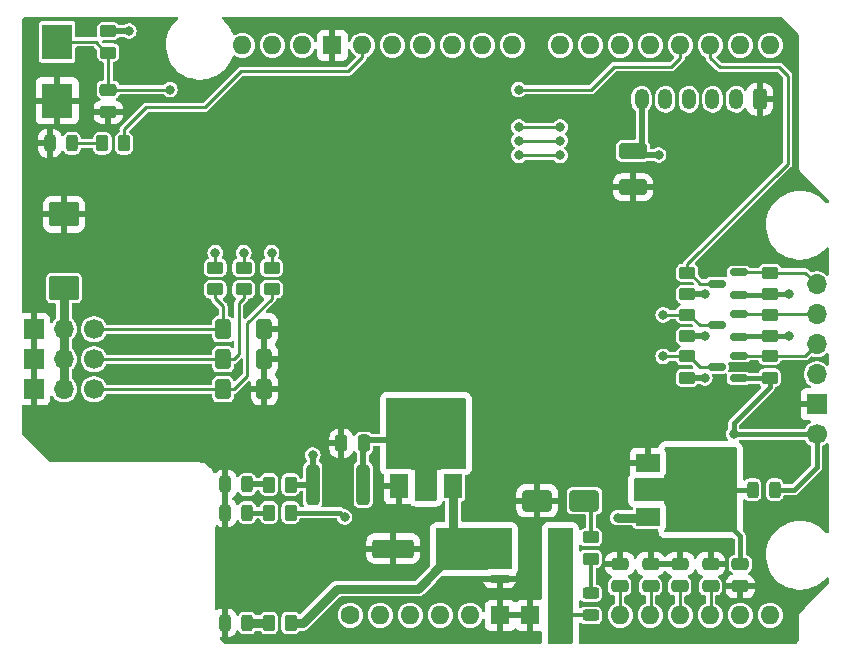
<source format=gbr>
%TF.GenerationSoftware,KiCad,Pcbnew,7.0.1*%
%TF.CreationDate,2023-05-06T15:08:35-03:00*%
%TF.ProjectId,Servo_Claw,53657276-6f5f-4436-9c61-772e6b696361,rev?*%
%TF.SameCoordinates,Original*%
%TF.FileFunction,Copper,L1,Top*%
%TF.FilePolarity,Positive*%
%FSLAX46Y46*%
G04 Gerber Fmt 4.6, Leading zero omitted, Abs format (unit mm)*
G04 Created by KiCad (PCBNEW 7.0.1) date 2023-05-06 15:08:35*
%MOMM*%
%LPD*%
G01*
G04 APERTURE LIST*
G04 Aperture macros list*
%AMRoundRect*
0 Rectangle with rounded corners*
0 $1 Rounding radius*
0 $2 $3 $4 $5 $6 $7 $8 $9 X,Y pos of 4 corners*
0 Add a 4 corners polygon primitive as box body*
4,1,4,$2,$3,$4,$5,$6,$7,$8,$9,$2,$3,0*
0 Add four circle primitives for the rounded corners*
1,1,$1+$1,$2,$3*
1,1,$1+$1,$4,$5*
1,1,$1+$1,$6,$7*
1,1,$1+$1,$8,$9*
0 Add four rect primitives between the rounded corners*
20,1,$1+$1,$2,$3,$4,$5,0*
20,1,$1+$1,$4,$5,$6,$7,0*
20,1,$1+$1,$6,$7,$8,$9,0*
20,1,$1+$1,$8,$9,$2,$3,0*%
G04 Aperture macros list end*
%TA.AperFunction,SMDPad,CuDef*%
%ADD10R,2.000000X1.500000*%
%TD*%
%TA.AperFunction,SMDPad,CuDef*%
%ADD11R,2.000000X3.800000*%
%TD*%
%TA.AperFunction,SMDPad,CuDef*%
%ADD12R,1.500000X2.000000*%
%TD*%
%TA.AperFunction,SMDPad,CuDef*%
%ADD13R,3.800000X2.000000*%
%TD*%
%TA.AperFunction,SMDPad,CuDef*%
%ADD14RoundRect,0.250000X1.025000X-0.787500X1.025000X0.787500X-1.025000X0.787500X-1.025000X-0.787500X0*%
%TD*%
%TA.AperFunction,ComponentPad*%
%ADD15C,1.700000*%
%TD*%
%TA.AperFunction,ComponentPad*%
%ADD16O,1.700000X1.700000*%
%TD*%
%TA.AperFunction,ComponentPad*%
%ADD17R,1.700000X1.700000*%
%TD*%
%TA.AperFunction,SMDPad,CuDef*%
%ADD18RoundRect,0.250000X0.450000X-0.262500X0.450000X0.262500X-0.450000X0.262500X-0.450000X-0.262500X0*%
%TD*%
%TA.AperFunction,SMDPad,CuDef*%
%ADD19RoundRect,0.150000X0.587500X0.150000X-0.587500X0.150000X-0.587500X-0.150000X0.587500X-0.150000X0*%
%TD*%
%TA.AperFunction,SMDPad,CuDef*%
%ADD20RoundRect,0.243750X-0.243750X-0.456250X0.243750X-0.456250X0.243750X0.456250X-0.243750X0.456250X0*%
%TD*%
%TA.AperFunction,SMDPad,CuDef*%
%ADD21RoundRect,0.250000X0.312500X1.450000X-0.312500X1.450000X-0.312500X-1.450000X0.312500X-1.450000X0*%
%TD*%
%TA.AperFunction,SMDPad,CuDef*%
%ADD22RoundRect,0.250000X-0.400000X-0.600000X0.400000X-0.600000X0.400000X0.600000X-0.400000X0.600000X0*%
%TD*%
%TA.AperFunction,SMDPad,CuDef*%
%ADD23RoundRect,0.250000X0.250000X0.475000X-0.250000X0.475000X-0.250000X-0.475000X0.250000X-0.475000X0*%
%TD*%
%TA.AperFunction,SMDPad,CuDef*%
%ADD24RoundRect,0.250000X1.500000X0.550000X-1.500000X0.550000X-1.500000X-0.550000X1.500000X-0.550000X0*%
%TD*%
%TA.AperFunction,SMDPad,CuDef*%
%ADD25RoundRect,0.250000X0.262500X0.450000X-0.262500X0.450000X-0.262500X-0.450000X0.262500X-0.450000X0*%
%TD*%
%TA.AperFunction,ComponentPad*%
%ADD26O,1.200000X1.750000*%
%TD*%
%TA.AperFunction,ComponentPad*%
%ADD27RoundRect,0.300000X-0.300000X-0.575000X0.300000X-0.575000X0.300000X0.575000X-0.300000X0.575000X0*%
%TD*%
%TA.AperFunction,SMDPad,CuDef*%
%ADD28RoundRect,0.250000X-0.450000X0.262500X-0.450000X-0.262500X0.450000X-0.262500X0.450000X0.262500X0*%
%TD*%
%TA.AperFunction,SMDPad,CuDef*%
%ADD29RoundRect,0.250000X0.475000X-0.250000X0.475000X0.250000X-0.475000X0.250000X-0.475000X-0.250000X0*%
%TD*%
%TA.AperFunction,ComponentPad*%
%ADD30C,1.600000*%
%TD*%
%TA.AperFunction,ComponentPad*%
%ADD31O,1.600000X1.600000*%
%TD*%
%TA.AperFunction,ComponentPad*%
%ADD32R,1.600000X1.600000*%
%TD*%
%TA.AperFunction,SMDPad,CuDef*%
%ADD33R,2.600000X3.000000*%
%TD*%
%TA.AperFunction,SMDPad,CuDef*%
%ADD34R,2.612000X3.000000*%
%TD*%
%TA.AperFunction,SMDPad,CuDef*%
%ADD35RoundRect,0.243750X0.456250X-0.243750X0.456250X0.243750X-0.456250X0.243750X-0.456250X-0.243750X0*%
%TD*%
%TA.AperFunction,SMDPad,CuDef*%
%ADD36RoundRect,0.250000X-0.925000X0.412500X-0.925000X-0.412500X0.925000X-0.412500X0.925000X0.412500X0*%
%TD*%
%TA.AperFunction,SMDPad,CuDef*%
%ADD37RoundRect,0.250000X-0.475000X0.250000X-0.475000X-0.250000X0.475000X-0.250000X0.475000X0.250000X0*%
%TD*%
%TA.AperFunction,SMDPad,CuDef*%
%ADD38RoundRect,0.250000X1.000000X0.650000X-1.000000X0.650000X-1.000000X-0.650000X1.000000X-0.650000X0*%
%TD*%
%TA.AperFunction,SMDPad,CuDef*%
%ADD39RoundRect,0.150000X-0.725000X-0.150000X0.725000X-0.150000X0.725000X0.150000X-0.725000X0.150000X0*%
%TD*%
%TA.AperFunction,ViaPad*%
%ADD40C,0.800000*%
%TD*%
%TA.AperFunction,Conductor*%
%ADD41C,0.300000*%
%TD*%
%TA.AperFunction,Conductor*%
%ADD42C,0.250000*%
%TD*%
%TA.AperFunction,Conductor*%
%ADD43C,0.800000*%
%TD*%
%TA.AperFunction,Conductor*%
%ADD44C,0.500000*%
%TD*%
%TA.AperFunction,Conductor*%
%ADD45C,0.400000*%
%TD*%
G04 APERTURE END LIST*
D10*
%TO.P,IC1,3,IN*%
%TO.N,VDD*%
X167665000Y-98032600D03*
D11*
%TO.P,IC1,2,OUT*%
%TO.N,Net-(IC1-OUT)*%
X173965000Y-95732600D03*
D10*
X167665000Y-95732600D03*
%TO.P,IC1,1,ADJ*%
%TO.N,GND*%
X167665000Y-93432600D03*
%TD*%
D12*
%TO.P,U1,1,GND*%
%TO.N,GND*%
X146550000Y-95450000D03*
%TO.P,U1,2,VO*%
%TO.N,Net-(U1-VO)*%
X148850000Y-95450000D03*
D13*
X148850000Y-89150000D03*
D12*
%TO.P,U1,3,VI*%
%TO.N,VDD*%
X151150000Y-95450000D03*
%TD*%
D14*
%TO.P,C5,1*%
%TO.N,VDD*%
X118211600Y-78652100D03*
%TO.P,C5,2*%
%TO.N,GND*%
X118211600Y-72427100D03*
%TD*%
D15*
%TO.P,J4,1,Pin_1*%
%TO.N,Net-(D7-K)*%
X120736600Y-82143600D03*
D16*
%TO.P,J4,2,Pin_2*%
%TO.N,VDD*%
X118196600Y-82143600D03*
D17*
%TO.P,J4,3,Pin_3*%
%TO.N,GND*%
X115656600Y-82143600D03*
%TD*%
D18*
%TO.P,R10,1*%
%TO.N,+3V3*%
X177977800Y-82725900D03*
%TO.P,R10,2*%
%TO.N,SCL_A*%
X177977800Y-80900900D03*
%TD*%
%TO.P,R11,1*%
%TO.N,+5V*%
X170967400Y-82725900D03*
%TO.P,R11,2*%
%TO.N,SCL*%
X170967400Y-80900900D03*
%TD*%
%TO.P,R1,1*%
%TO.N,Net-(D1-A)*%
X162814000Y-101572700D03*
%TO.P,R1,2*%
%TO.N,Net-(D2-K)*%
X162814000Y-99747700D03*
%TD*%
D19*
%TO.P,Q4,1,G*%
%TO.N,+3V3*%
X175359300Y-79232800D03*
%TO.P,Q4,2,S*%
%TO.N,Int_A*%
X175359300Y-77332800D03*
%TO.P,Q4,3,D*%
%TO.N,Interrupt*%
X173484300Y-78282800D03*
%TD*%
D20*
%TO.P,D4,1,K*%
%TO.N,GND*%
X131853700Y-95275400D03*
%TO.P,D4,2,A*%
%TO.N,Net-(D4-A)*%
X133728700Y-95275400D03*
%TD*%
D21*
%TO.P,F1,1*%
%TO.N,Net-(U1-VO)*%
X143539300Y-95300800D03*
%TO.P,F1,2*%
%TO.N,+5V*%
X139264300Y-95300800D03*
%TD*%
D22*
%TO.P,D7,1,K*%
%TO.N,Net-(D7-K)*%
X131676200Y-82143600D03*
%TO.P,D7,2,A*%
%TO.N,GND*%
X135176200Y-82143600D03*
%TD*%
D18*
%TO.P,R4,1*%
%TO.N,Net-(D5-K)*%
X135788400Y-78763500D03*
%TO.P,R4,2*%
%TO.N,Servo_Base*%
X135788400Y-76938500D03*
%TD*%
D19*
%TO.P,Q2,1,G*%
%TO.N,+3V3*%
X175359300Y-86294000D03*
%TO.P,Q2,2,S*%
%TO.N,SDA_A*%
X175359300Y-84394000D03*
%TO.P,Q2,3,D*%
%TO.N,SDA*%
X173484300Y-85344000D03*
%TD*%
D23*
%TO.P,C3,1*%
%TO.N,Net-(U1-VO)*%
X143586200Y-91795600D03*
%TO.P,C3,2*%
%TO.N,GND*%
X141686200Y-91795600D03*
%TD*%
D24*
%TO.P,C1,1*%
%TO.N,VDD*%
X151669400Y-100711000D03*
%TO.P,C1,2*%
%TO.N,GND*%
X146069400Y-100711000D03*
%TD*%
D25*
%TO.P,R2,1*%
%TO.N,VDD*%
X137386700Y-107010200D03*
%TO.P,R2,2*%
%TO.N,Net-(D3-A)*%
X135561700Y-107010200D03*
%TD*%
D22*
%TO.P,D6,1,K*%
%TO.N,Net-(D6-K)*%
X131676200Y-84683600D03*
%TO.P,D6,2,A*%
%TO.N,GND*%
X135176200Y-84683600D03*
%TD*%
%TO.P,D5,1,K*%
%TO.N,Net-(D5-K)*%
X131676200Y-87223600D03*
%TO.P,D5,2,A*%
%TO.N,GND*%
X135176200Y-87223600D03*
%TD*%
D18*
%TO.P,R12,1*%
%TO.N,+3V3*%
X177977800Y-79195300D03*
%TO.P,R12,2*%
%TO.N,Int_A*%
X177977800Y-77370300D03*
%TD*%
D26*
%TO.P,J1,1,Pin_1*%
%TO.N,+5V*%
X167110400Y-62670600D03*
%TO.P,J1,2,Pin_2*%
%TO.N,Flex*%
X169110400Y-62670600D03*
%TO.P,J1,3,Pin_3*%
%TO.N,X_Axis*%
X171110400Y-62670600D03*
%TO.P,J1,4,Pin_4*%
%TO.N,Y_Axis*%
X173110400Y-62670600D03*
%TO.P,J1,5,Pin_5*%
%TO.N,Z_Axis*%
X175110400Y-62670600D03*
D27*
%TO.P,J1,6,Pin_6*%
%TO.N,GND*%
X177110400Y-62670600D03*
%TD*%
D28*
%TO.P,R14,1*%
%TO.N,+5V*%
X121945400Y-56887100D03*
%TO.P,R14,2*%
%TO.N,Mode_Sel*%
X121945400Y-58712100D03*
%TD*%
D25*
%TO.P,R15,1*%
%TO.N,+3V3*%
X137386700Y-97663000D03*
%TO.P,R15,2*%
%TO.N,Net-(D9-A)*%
X135561700Y-97663000D03*
%TD*%
D29*
%TO.P,C7,1*%
%TO.N,X_Axis*%
X167868600Y-103921600D03*
%TO.P,C7,2*%
%TO.N,GND*%
X167868600Y-102021600D03*
%TD*%
D19*
%TO.P,Q3,1,G*%
%TO.N,+3V3*%
X175359300Y-82763400D03*
%TO.P,Q3,2,S*%
%TO.N,SCL_A*%
X175359300Y-80863400D03*
%TO.P,Q3,3,D*%
%TO.N,SCL*%
X173484300Y-81813400D03*
%TD*%
D15*
%TO.P,J2,1,Pin_1*%
%TO.N,Net-(D5-K)*%
X120736600Y-87223600D03*
D16*
%TO.P,J2,2,Pin_2*%
%TO.N,VDD*%
X118196600Y-87223600D03*
D17*
%TO.P,J2,3,Pin_3*%
%TO.N,GND*%
X115656600Y-87223600D03*
%TD*%
D18*
%TO.P,R8,1*%
%TO.N,+3V3*%
X177952400Y-86231100D03*
%TO.P,R8,2*%
%TO.N,SDA_A*%
X177952400Y-84406100D03*
%TD*%
%TO.P,R13,1*%
%TO.N,+5V*%
X170967400Y-79195300D03*
%TO.P,R13,2*%
%TO.N,Interrupt*%
X170967400Y-77370300D03*
%TD*%
D25*
%TO.P,R3,1*%
%TO.N,+5V*%
X137386700Y-95300800D03*
%TO.P,R3,2*%
%TO.N,Net-(D4-A)*%
X135561700Y-95300800D03*
%TD*%
D30*
%TO.P,A1,1,NC*%
%TO.N,unconnected-(A1-NC-Pad1)*%
X142446200Y-106359600D03*
D31*
%TO.P,A1,2,IOREF*%
%TO.N,unconnected-(A1-IOREF-Pad2)*%
X144986200Y-106359600D03*
%TO.P,A1,3,~{RESET}*%
%TO.N,unconnected-(A1-~{RESET}-Pad3)*%
X147526200Y-106359600D03*
%TO.P,A1,4,3V3*%
%TO.N,unconnected-(A1-3V3-Pad4)*%
X150066200Y-106359600D03*
%TO.P,A1,5,+5V*%
%TO.N,unconnected-(A1-+5V-Pad5)*%
X152606200Y-106359600D03*
D32*
%TO.P,A1,6,GND*%
%TO.N,GND*%
X155146200Y-106359600D03*
%TO.P,A1,7,GND*%
X157686200Y-106359600D03*
D31*
%TO.P,A1,8,VIN*%
%TO.N,VBUS*%
X160226200Y-106359600D03*
%TO.P,A1,9,A0*%
%TO.N,Flex*%
X165306200Y-106359600D03*
%TO.P,A1,10,A1*%
%TO.N,X_Axis*%
X167846200Y-106359600D03*
%TO.P,A1,11,A2*%
%TO.N,Y_Axis*%
X170386200Y-106359600D03*
%TO.P,A1,12,A3*%
%TO.N,Z_Axis*%
X172926200Y-106359600D03*
%TO.P,A1,13,SDA/A4*%
%TO.N,unconnected-(A1-SDA{slash}A4-Pad13)*%
X175466200Y-106359600D03*
%TO.P,A1,14,SCL/A5*%
%TO.N,unconnected-(A1-SCL{slash}A5-Pad14)*%
X178006200Y-106359600D03*
%TO.P,A1,15,D0/RX*%
%TO.N,unconnected-(A1-D0{slash}RX-Pad15)*%
X178006200Y-58099600D03*
%TO.P,A1,16,D1/TX*%
%TO.N,unconnected-(A1-D1{slash}TX-Pad16)*%
X175466200Y-58099600D03*
%TO.P,A1,17,D2*%
%TO.N,Interrupt*%
X172926200Y-58099600D03*
%TO.P,A1,18,D3*%
%TO.N,Mode_Sel*%
X170386200Y-58099600D03*
%TO.P,A1,19,D4*%
%TO.N,unconnected-(A1-D4-Pad19)*%
X167846200Y-58099600D03*
%TO.P,A1,20,D5*%
%TO.N,Servo_Base*%
X165306200Y-58099600D03*
%TO.P,A1,21,D6*%
%TO.N,Servo_Gyro*%
X162766200Y-58099600D03*
%TO.P,A1,22,D7*%
%TO.N,Servo_Claw*%
X160226200Y-58099600D03*
%TO.P,A1,23,D8*%
%TO.N,unconnected-(A1-D8-Pad23)*%
X156166200Y-58099600D03*
%TO.P,A1,24,D9*%
%TO.N,unconnected-(A1-D9-Pad24)*%
X153626200Y-58099600D03*
%TO.P,A1,25,D10*%
%TO.N,unconnected-(A1-D10-Pad25)*%
X151086200Y-58099600D03*
%TO.P,A1,26,D11*%
%TO.N,unconnected-(A1-D11-Pad26)*%
X148546200Y-58099600D03*
%TO.P,A1,27,D12*%
%TO.N,unconnected-(A1-D12-Pad27)*%
X146006200Y-58099600D03*
%TO.P,A1,28,D13*%
%TO.N,LED_L*%
X143466200Y-58099600D03*
D32*
%TO.P,A1,29,GND*%
%TO.N,GND*%
X140926200Y-58099600D03*
D31*
%TO.P,A1,30,AREF*%
%TO.N,unconnected-(A1-AREF-Pad30)*%
X138386200Y-58099600D03*
%TO.P,A1,31,SDA/A4*%
%TO.N,SDA*%
X135846200Y-58099600D03*
%TO.P,A1,32,SCL/A5*%
%TO.N,SCL*%
X133306200Y-58099600D03*
%TD*%
D33*
%TO.P,SW1,1,1*%
%TO.N,Mode_Sel*%
X117627400Y-57810400D03*
D34*
%TO.P,SW1,2,2*%
%TO.N,GND*%
X117627400Y-62788800D03*
%TD*%
D15*
%TO.P,J5,1,Pin_1*%
%TO.N,+3V3*%
X181940200Y-91033600D03*
D17*
%TO.P,J5,2,Pin_2*%
%TO.N,GND*%
X181940200Y-88493600D03*
D16*
%TO.P,J5,3,Pin_3*%
%TO.N,+3V3*%
X181940200Y-85953600D03*
%TO.P,J5,4,Pin_4*%
%TO.N,SDA_A*%
X181940200Y-83413600D03*
%TO.P,J5,5,Pin_5*%
%TO.N,SCL_A*%
X181940200Y-80873600D03*
%TO.P,J5,6,Pin_6*%
%TO.N,Int_A*%
X181940200Y-78333600D03*
%TD*%
D35*
%TO.P,D1,1,K*%
%TO.N,VBUS*%
X162814000Y-106372900D03*
%TO.P,D1,2,A*%
%TO.N,Net-(D1-A)*%
X162814000Y-104497900D03*
%TD*%
D18*
%TO.P,R6,1*%
%TO.N,Net-(D7-K)*%
X131013200Y-78763500D03*
%TO.P,R6,2*%
%TO.N,Servo_Claw*%
X131013200Y-76938500D03*
%TD*%
D20*
%TO.P,F2,1*%
%TO.N,Net-(IC1-OUT)*%
X176509200Y-95732600D03*
%TO.P,F2,2*%
%TO.N,+3V3*%
X178384200Y-95732600D03*
%TD*%
%TO.P,D9,1,K*%
%TO.N,GND*%
X131853700Y-97663000D03*
%TO.P,D9,2,A*%
%TO.N,Net-(D9-A)*%
X133728700Y-97663000D03*
%TD*%
D29*
%TO.P,C8,1*%
%TO.N,Y_Axis*%
X170357800Y-103921600D03*
%TO.P,C8,2*%
%TO.N,GND*%
X170357800Y-102021600D03*
%TD*%
D20*
%TO.P,D8,1,K*%
%TO.N,GND*%
X116994700Y-66395600D03*
%TO.P,D8,2,A*%
%TO.N,Net-(D8-A)*%
X118869700Y-66395600D03*
%TD*%
D36*
%TO.P,C4,1*%
%TO.N,+5V*%
X166370000Y-67042500D03*
%TO.P,C4,2*%
%TO.N,GND*%
X166370000Y-70117500D03*
%TD*%
D29*
%TO.P,C6,1*%
%TO.N,Flex*%
X165277800Y-103921600D03*
%TO.P,C6,2*%
%TO.N,GND*%
X165277800Y-102021600D03*
%TD*%
D18*
%TO.P,R5,1*%
%TO.N,Net-(D6-K)*%
X133426200Y-78763500D03*
%TO.P,R5,2*%
%TO.N,Servo_Gyro*%
X133426200Y-76938500D03*
%TD*%
D29*
%TO.P,C9,1*%
%TO.N,Z_Axis*%
X172948600Y-103921600D03*
%TO.P,C9,2*%
%TO.N,GND*%
X172948600Y-102021600D03*
%TD*%
D37*
%TO.P,C11,1*%
%TO.N,Net-(IC1-OUT)*%
X175463200Y-102021600D03*
%TO.P,C11,2*%
%TO.N,GND*%
X175463200Y-103921600D03*
%TD*%
D20*
%TO.P,D3,1,K*%
%TO.N,GND*%
X131853700Y-107010200D03*
%TO.P,D3,2,A*%
%TO.N,Net-(D3-A)*%
X133728700Y-107010200D03*
%TD*%
D38*
%TO.P,D2,1,K*%
%TO.N,Net-(D2-K)*%
X162274000Y-96672400D03*
%TO.P,D2,2,A*%
%TO.N,GND*%
X158274000Y-96672400D03*
%TD*%
D39*
%TO.P,Q1,1,S*%
%TO.N,VDD*%
X155082800Y-99441000D03*
%TO.P,Q1,2,S*%
X155082800Y-100711000D03*
%TO.P,Q1,3,S*%
X155082800Y-101981000D03*
%TO.P,Q1,4,G*%
%TO.N,GND*%
X155082800Y-103251000D03*
%TO.P,Q1,5,D*%
%TO.N,VBUS*%
X160232800Y-103251000D03*
%TO.P,Q1,6,D*%
X160232800Y-101981000D03*
%TO.P,Q1,7,D*%
X160232800Y-100711000D03*
%TO.P,Q1,8,D*%
X160232800Y-99441000D03*
%TD*%
D15*
%TO.P,J3,1,Pin_1*%
%TO.N,Net-(D6-K)*%
X120736600Y-84683600D03*
D16*
%TO.P,J3,2,Pin_2*%
%TO.N,VDD*%
X118196600Y-84683600D03*
D17*
%TO.P,J3,3,Pin_3*%
%TO.N,GND*%
X115656600Y-84683600D03*
%TD*%
D37*
%TO.P,C12,1*%
%TO.N,Mode_Sel*%
X121945400Y-61849600D03*
%TO.P,C12,2*%
%TO.N,GND*%
X121945400Y-63749600D03*
%TD*%
D25*
%TO.P,R7,1*%
%TO.N,LED_L*%
X123289700Y-66395600D03*
%TO.P,R7,2*%
%TO.N,Net-(D8-A)*%
X121464700Y-66395600D03*
%TD*%
D18*
%TO.P,R9,1*%
%TO.N,+5V*%
X170967400Y-86256500D03*
%TO.P,R9,2*%
%TO.N,SDA*%
X170967400Y-84431500D03*
%TD*%
D40*
%TO.N,GND*%
X146050000Y-99060000D03*
X144907000Y-95377000D03*
X165455600Y-93446600D03*
X138811000Y-108051600D03*
X179882800Y-88493600D03*
X141681200Y-89966800D03*
X179654200Y-57505600D03*
X182321200Y-76428600D03*
X170357800Y-100431600D03*
X177317400Y-103886000D03*
X115265200Y-56438800D03*
X179501800Y-85318600D03*
X172948600Y-100431600D03*
X182295800Y-98171000D03*
X118491000Y-92786200D03*
X165277800Y-100431600D03*
X118211600Y-70205600D03*
X167868600Y-100431600D03*
X179654200Y-108051600D03*
%TO.N,VBUS*%
X160223200Y-104597200D03*
X160223200Y-108026200D03*
%TO.N,Mode_Sel*%
X156692600Y-61849000D03*
X127177800Y-61849000D03*
%TO.N,Servo_Base*%
X160223200Y-67411600D03*
X156718000Y-67411600D03*
X135788400Y-75666600D03*
%TO.N,Servo_Gyro*%
X160223200Y-66167000D03*
X133426200Y-75666600D03*
X156718000Y-66167000D03*
%TO.N,Servo_Claw*%
X156718000Y-65024000D03*
X131013200Y-75666600D03*
X160223200Y-65024000D03*
%TO.N,SDA*%
X168935400Y-84429600D03*
%TO.N,SCL*%
X168935400Y-80924400D03*
%TO.N,VDD*%
X152349200Y-99415600D03*
X165074600Y-98094800D03*
X150317200Y-99415600D03*
X153365200Y-101955600D03*
X150317200Y-101955600D03*
X152349200Y-101955600D03*
X151333200Y-101955600D03*
X151333200Y-99415600D03*
X153365200Y-99415600D03*
%TO.N,+5V*%
X168554400Y-67386200D03*
X172466000Y-86258400D03*
X172466000Y-79197200D03*
X172466000Y-82727800D03*
X139268200Y-92786200D03*
X123698000Y-56896000D03*
%TO.N,Net-(IC1-OUT)*%
X170510200Y-92938600D03*
X170510200Y-95732600D03*
X173050200Y-98526600D03*
X171780200Y-98526600D03*
X174320200Y-98526600D03*
X173050200Y-92938600D03*
X174320200Y-92938600D03*
X171780200Y-92938600D03*
X170510200Y-98526600D03*
X171780200Y-95732600D03*
%TO.N,+3V3*%
X174904400Y-91008200D03*
X179603400Y-79197200D03*
X179603400Y-82727800D03*
X141967400Y-98050000D03*
%TO.N,Net-(U1-VO)*%
X146000000Y-93500000D03*
X151500000Y-91500000D03*
X146000000Y-91500000D03*
X146000000Y-89500000D03*
X151500000Y-88500000D03*
X148850000Y-93500000D03*
X146000000Y-90500000D03*
X151500000Y-93500000D03*
X151500000Y-89500000D03*
X148850000Y-91500000D03*
X146000000Y-88500000D03*
X151500000Y-90500000D03*
X148850000Y-92500000D03*
X146000000Y-92500000D03*
X151500000Y-92500000D03*
%TD*%
D41*
%TO.N,VBUS*%
X160226200Y-106359600D02*
X162800700Y-106359600D01*
D42*
X160232800Y-99441000D02*
X160226200Y-99447600D01*
X162800700Y-106359600D02*
X162814000Y-106372900D01*
X160220900Y-99429100D02*
X160232800Y-99441000D01*
%TO.N,Flex*%
X165277800Y-103921600D02*
X165277800Y-106331200D01*
X165277800Y-106331200D02*
X165306200Y-106359600D01*
%TO.N,X_Axis*%
X167868600Y-103921600D02*
X167868600Y-106337200D01*
X167868600Y-106337200D02*
X167846200Y-106359600D01*
%TO.N,Y_Axis*%
X170357800Y-106331200D02*
X170386200Y-106359600D01*
X170357800Y-103921600D02*
X170357800Y-106331200D01*
%TO.N,Z_Axis*%
X172948600Y-103921600D02*
X172948600Y-106337200D01*
X172948600Y-106337200D02*
X172926200Y-106359600D01*
%TO.N,Mode_Sel*%
X121946000Y-61849000D02*
X121945400Y-61849600D01*
X164744400Y-59918600D02*
X169621200Y-59918600D01*
X121780300Y-58712100D02*
X121945400Y-58712100D01*
X156692600Y-61849000D02*
X162814000Y-61849000D01*
X170386200Y-59153600D02*
X170386200Y-58099600D01*
X117627400Y-57810400D02*
X120878600Y-57810400D01*
X169621200Y-59918600D02*
X170386200Y-59153600D01*
X127177800Y-61849000D02*
X121946000Y-61849000D01*
X121945400Y-58712100D02*
X121945400Y-61849600D01*
X162814000Y-61849000D02*
X164744400Y-59918600D01*
X120878600Y-57810400D02*
X121780300Y-58712100D01*
%TO.N,Interrupt*%
X179501800Y-60680600D02*
X178765200Y-59944000D01*
X178765200Y-59944000D02*
X173710600Y-59944000D01*
X170967400Y-76657200D02*
X179501800Y-68122800D01*
X172926200Y-59159600D02*
X172926200Y-58099600D01*
X172085000Y-78282800D02*
X171172500Y-77370300D01*
X171172500Y-77370300D02*
X170967400Y-77370300D01*
X170967400Y-77370300D02*
X170967400Y-76657200D01*
X179501800Y-68122800D02*
X179501800Y-60680600D01*
X173710600Y-59944000D02*
X172926200Y-59159600D01*
X173484300Y-78282800D02*
X172085000Y-78282800D01*
%TO.N,Servo_Base*%
X160223200Y-67411600D02*
X156718000Y-67411600D01*
X135788400Y-75666600D02*
X135788400Y-76938500D01*
%TO.N,Servo_Gyro*%
X133426200Y-75666600D02*
X133426200Y-76938500D01*
X160223200Y-66167000D02*
X156718000Y-66167000D01*
%TO.N,Servo_Claw*%
X131013200Y-75666600D02*
X131013200Y-76938500D01*
X160223200Y-65024000D02*
X156718000Y-65024000D01*
%TO.N,LED_L*%
X142290800Y-60299600D02*
X143466200Y-59124200D01*
X130149600Y-63347600D02*
X133197600Y-60299600D01*
X133197600Y-60299600D02*
X142290800Y-60299600D01*
X143466200Y-59124200D02*
X143466200Y-58099600D01*
X123289700Y-65229100D02*
X125171200Y-63347600D01*
X125171200Y-63347600D02*
X130149600Y-63347600D01*
X123289700Y-66395600D02*
X123289700Y-65229100D01*
%TO.N,SDA*%
X173484300Y-85344000D02*
X172058650Y-85344000D01*
X171146150Y-84431500D02*
X170967400Y-84431500D01*
X172058650Y-85344000D02*
X171146150Y-84431500D01*
X168935400Y-84429600D02*
X170965500Y-84429600D01*
X170965500Y-84429600D02*
X170967400Y-84431500D01*
%TO.N,SCL*%
X173484300Y-81813400D02*
X172034200Y-81813400D01*
X172034200Y-81813400D02*
X171147100Y-80926300D01*
X170943900Y-80924400D02*
X170967400Y-80900900D01*
X171147100Y-80926300D02*
X170942000Y-80926300D01*
X168935400Y-80924400D02*
X170943900Y-80924400D01*
D43*
%TO.N,VDD*%
X151150000Y-95450000D02*
X151150000Y-99232400D01*
D42*
X151150000Y-99232400D02*
X151333200Y-99415600D01*
D43*
X148158200Y-104114600D02*
X150317200Y-101955600D01*
X137386700Y-107010200D02*
X138404600Y-107010200D01*
X118196600Y-79170500D02*
X118196600Y-87223600D01*
X141300200Y-104114600D02*
X148158200Y-104114600D01*
X138404600Y-107010200D02*
X141300200Y-104114600D01*
X165074600Y-98094800D02*
X167602800Y-98094800D01*
D44*
%TO.N,+5V*%
X170969300Y-82727800D02*
X170967400Y-82725900D01*
X167110400Y-62670600D02*
X167110400Y-66454500D01*
X123698000Y-56896000D02*
X121954300Y-56896000D01*
X172466000Y-82727800D02*
X170969300Y-82727800D01*
X139264300Y-95300800D02*
X139264300Y-92790100D01*
X170967400Y-79195300D02*
X172464100Y-79195300D01*
X168554400Y-67386200D02*
X166713700Y-67386200D01*
X139264300Y-92790100D02*
X139268200Y-92786200D01*
X167110400Y-66454500D02*
X166370000Y-67194900D01*
X172466000Y-86258400D02*
X170969300Y-86258400D01*
X166561300Y-67386200D02*
X166370000Y-67194900D01*
X139264300Y-95300800D02*
X137386700Y-95300800D01*
X170969300Y-86258400D02*
X170967400Y-86256500D01*
D42*
X172464100Y-79195300D02*
X172466000Y-79197200D01*
D44*
X121954300Y-56896000D02*
X121945400Y-56887100D01*
X166713700Y-67386200D02*
X166370000Y-67042500D01*
D45*
%TO.N,Net-(IC1-OUT)*%
X175463200Y-99669600D02*
X174320200Y-98526600D01*
X175463200Y-102021600D02*
X175463200Y-99669600D01*
X176509200Y-95732600D02*
X173965000Y-95732600D01*
D41*
%TO.N,Net-(D1-A)*%
X162814000Y-104497900D02*
X162814000Y-101572700D01*
D42*
%TO.N,Net-(D2-K)*%
X162814000Y-97212400D02*
X162274000Y-96672400D01*
D41*
X162814000Y-99747700D02*
X162814000Y-97212400D01*
D43*
%TO.N,Net-(D3-A)*%
X135561700Y-107010200D02*
X133728700Y-107010200D01*
D42*
%TO.N,Net-(D4-A)*%
X135536300Y-95275400D02*
X135561700Y-95300800D01*
D44*
X133728700Y-95275400D02*
X135536300Y-95275400D01*
D42*
%TO.N,Net-(D5-K)*%
X121473200Y-87223600D02*
X131676200Y-87223600D01*
X132588000Y-87223600D02*
X131676200Y-87223600D01*
X133731000Y-86080600D02*
X132588000Y-87223600D01*
X133731000Y-81610200D02*
X133731000Y-86080600D01*
X135788400Y-79552800D02*
X133731000Y-81610200D01*
X135788400Y-78763500D02*
X135788400Y-79552800D01*
%TO.N,Net-(D6-K)*%
X132994400Y-84251800D02*
X132562600Y-84683600D01*
X133426200Y-78763500D02*
X133426200Y-79527400D01*
X133426200Y-79527400D02*
X132994400Y-79959200D01*
X132994400Y-79959200D02*
X132994400Y-84251800D01*
X132562600Y-84683600D02*
X131676200Y-84683600D01*
X121473200Y-84683600D02*
X131676200Y-84683600D01*
%TO.N,Net-(D7-K)*%
X131676200Y-82143600D02*
X131676200Y-80190400D01*
X121473200Y-82143600D02*
X131676200Y-82143600D01*
X131013200Y-79527400D02*
X131013200Y-78763500D01*
X131676200Y-80190400D02*
X131013200Y-79527400D01*
%TO.N,Net-(D8-A)*%
X118869700Y-66395600D02*
X121464700Y-66395600D01*
D45*
%TO.N,+3V3*%
X177952400Y-87020400D02*
X177952400Y-86231100D01*
X179603400Y-82727800D02*
X177979700Y-82727800D01*
X174904400Y-91008200D02*
X174929800Y-91033600D01*
D42*
X175371400Y-82751300D02*
X175359300Y-82763400D01*
D45*
X181940200Y-93827600D02*
X181940200Y-91033600D01*
X174904400Y-91008200D02*
X174904400Y-90068400D01*
X177979700Y-82727800D02*
X177977800Y-82725900D01*
X174904400Y-90068400D02*
X177952400Y-87020400D01*
D42*
X177889500Y-86294000D02*
X177952400Y-86231100D01*
D45*
X175359300Y-86294000D02*
X177889500Y-86294000D01*
X141967400Y-98050000D02*
X141580400Y-97663000D01*
X180035200Y-95732600D02*
X181940200Y-93827600D01*
X177979700Y-79197200D02*
X177977800Y-79195300D01*
X179603400Y-79197200D02*
X177979700Y-79197200D01*
X177977800Y-82751300D02*
X175371400Y-82751300D01*
X141580400Y-97663000D02*
X137386700Y-97663000D01*
D42*
X177940300Y-79232800D02*
X177977800Y-79195300D01*
D45*
X178384200Y-95732600D02*
X180035200Y-95732600D01*
X175359300Y-79232800D02*
X177940300Y-79232800D01*
X174929800Y-91033600D02*
X181940200Y-91033600D01*
D42*
%TO.N,SDA_A*%
X177940300Y-84394000D02*
X177952400Y-84406100D01*
X181940200Y-83413600D02*
X180947700Y-84406100D01*
X175359300Y-84394000D02*
X177940300Y-84394000D01*
X180947700Y-84406100D02*
X177952400Y-84406100D01*
%TO.N,SCL_A*%
X175359300Y-80863400D02*
X177914900Y-80863400D01*
X181940200Y-80873600D02*
X178005100Y-80873600D01*
X177977800Y-80926300D02*
X178030500Y-80873600D01*
X178005100Y-80873600D02*
X177977800Y-80900900D01*
X177914900Y-80863400D02*
X177977800Y-80926300D01*
%TO.N,Int_A*%
X177977800Y-77370300D02*
X180976900Y-77370300D01*
X180976900Y-77370300D02*
X181940200Y-78333600D01*
X177940300Y-77332800D02*
X177977800Y-77370300D01*
X175359300Y-77332800D02*
X177940300Y-77332800D01*
D45*
%TO.N,Net-(D9-A)*%
X133728700Y-97663000D02*
X135561700Y-97663000D01*
D42*
%TO.N,Net-(U1-VO)*%
X143881800Y-91500000D02*
X143586200Y-91795600D01*
D44*
X143539300Y-95300800D02*
X143539300Y-91842500D01*
X146000000Y-91500000D02*
X143881800Y-91500000D01*
D42*
X143539300Y-91842500D02*
X143586200Y-91795600D01*
%TD*%
%TA.AperFunction,Conductor*%
%TO.N,GND*%
G36*
X178916814Y-55693697D02*
G01*
X178957694Y-55721012D01*
X180384795Y-57148112D01*
X180412109Y-57188989D01*
X180421700Y-57237207D01*
X180421700Y-68472124D01*
X180419279Y-68496704D01*
X180416714Y-68509599D01*
X180436465Y-68608902D01*
X180485402Y-68682141D01*
X180485411Y-68682152D01*
X180492714Y-68693082D01*
X180492715Y-68693082D01*
X180492716Y-68693084D01*
X180503650Y-68700390D01*
X180522737Y-68716055D01*
X182924795Y-71118112D01*
X182952109Y-71158989D01*
X182961700Y-71207207D01*
X182961700Y-71358468D01*
X182947454Y-71416667D01*
X182907937Y-71461705D01*
X182852084Y-71483398D01*
X182792527Y-71476841D01*
X182742733Y-71443516D01*
X182570100Y-71254808D01*
X182309320Y-71030069D01*
X182023789Y-70837748D01*
X181861803Y-70754607D01*
X181717517Y-70680550D01*
X181583556Y-70630790D01*
X181394798Y-70560676D01*
X181119553Y-70494166D01*
X181060173Y-70479817D01*
X180718330Y-70439100D01*
X180460210Y-70439100D01*
X180317062Y-70447594D01*
X180202541Y-70454391D01*
X179863717Y-70515286D01*
X179534459Y-70615832D01*
X179219422Y-70754607D01*
X178922993Y-70929676D01*
X178649354Y-71138576D01*
X178402349Y-71378366D01*
X178185436Y-71645691D01*
X178001663Y-71936795D01*
X177853606Y-72247597D01*
X177743351Y-72573720D01*
X177672441Y-72910599D01*
X177641873Y-73253491D01*
X177652075Y-73597610D01*
X177702902Y-73938091D01*
X177793645Y-74270176D01*
X177923026Y-74589196D01*
X178089237Y-74890685D01*
X178289926Y-75170381D01*
X178522299Y-75424391D01*
X178783080Y-75649131D01*
X179068610Y-75841451D01*
X179374883Y-75998650D01*
X179642804Y-76098168D01*
X179697601Y-76118523D01*
X179809141Y-76145475D01*
X180032227Y-76199383D01*
X180374070Y-76240100D01*
X180632185Y-76240100D01*
X180632190Y-76240100D01*
X180889855Y-76224809D01*
X181228686Y-76163913D01*
X181557936Y-76063369D01*
X181872983Y-75924590D01*
X182169406Y-75749524D01*
X182443042Y-75540627D01*
X182690051Y-75300833D01*
X182737858Y-75241914D01*
X182786964Y-75205113D01*
X182847632Y-75195872D01*
X182905469Y-75216385D01*
X182946756Y-75261786D01*
X182961700Y-75321306D01*
X182961700Y-77484888D01*
X182948491Y-77541051D01*
X182911632Y-77585438D01*
X182858852Y-77608743D01*
X182801218Y-77606078D01*
X182750814Y-77578003D01*
X182732606Y-77561404D01*
X182608662Y-77448414D01*
X182558343Y-77417258D01*
X182434628Y-77340656D01*
X182326788Y-77298879D01*
X182243756Y-77266712D01*
X182042547Y-77229100D01*
X181837853Y-77229100D01*
X181636644Y-77266712D01*
X181636641Y-77266712D01*
X181636641Y-77266713D01*
X181549844Y-77300337D01*
X181502387Y-77308830D01*
X181455215Y-77298879D01*
X181415234Y-77271940D01*
X181282318Y-77139024D01*
X181265930Y-77118844D01*
X181259967Y-77109717D01*
X181234755Y-77090093D01*
X181223053Y-77079758D01*
X181223017Y-77079722D01*
X181205932Y-77067523D01*
X181201763Y-77064414D01*
X181176881Y-77045049D01*
X181160019Y-77031925D01*
X181160017Y-77031924D01*
X181153667Y-77026982D01*
X181153592Y-77026943D01*
X181095211Y-77009562D01*
X181090253Y-77007973D01*
X181032622Y-76988188D01*
X181032530Y-76988175D01*
X180971686Y-76990692D01*
X180966479Y-76990800D01*
X179010094Y-76990800D01*
X178960494Y-76980627D01*
X178918904Y-76951750D01*
X178892039Y-76908833D01*
X178875143Y-76863534D01*
X178788204Y-76747395D01*
X178672068Y-76660458D01*
X178569007Y-76622018D01*
X178536142Y-76609760D01*
X178536141Y-76609759D01*
X178536139Y-76609759D01*
X178476055Y-76603300D01*
X177479542Y-76603300D01*
X177419461Y-76609759D01*
X177283531Y-76660458D01*
X177167395Y-76747395D01*
X177080456Y-76863534D01*
X177077548Y-76871333D01*
X177050683Y-76914250D01*
X177009093Y-76943127D01*
X176959493Y-76953300D01*
X176341540Y-76953300D01*
X176293322Y-76943709D01*
X176252445Y-76916395D01*
X176187525Y-76851475D01*
X176073355Y-76793302D01*
X175978634Y-76778300D01*
X174739966Y-76778300D01*
X174692605Y-76785801D01*
X174645244Y-76793302D01*
X174531074Y-76851475D01*
X174440475Y-76942074D01*
X174382302Y-77056244D01*
X174381779Y-77059545D01*
X174369192Y-77139024D01*
X174367300Y-77150967D01*
X174367300Y-77514634D01*
X174382842Y-77612770D01*
X174374802Y-77680698D01*
X174332454Y-77734415D01*
X174268280Y-77758091D01*
X174201192Y-77744747D01*
X174198356Y-77743302D01*
X174142243Y-77734415D01*
X174103634Y-77728300D01*
X172864966Y-77728300D01*
X172826357Y-77734415D01*
X172770244Y-77743302D01*
X172656074Y-77801475D01*
X172591155Y-77866395D01*
X172550278Y-77893709D01*
X172502060Y-77903300D01*
X172294384Y-77903300D01*
X172246166Y-77893709D01*
X172205289Y-77866395D01*
X171958804Y-77619910D01*
X171931490Y-77579033D01*
X171921899Y-77530815D01*
X171921899Y-77059542D01*
X171915440Y-76999461D01*
X171915440Y-76999460D01*
X171915440Y-76999458D01*
X171864742Y-76863533D01*
X171855715Y-76851474D01*
X171777804Y-76747395D01*
X171686097Y-76678746D01*
X171651018Y-76638263D01*
X171635926Y-76586866D01*
X171643549Y-76533845D01*
X171672508Y-76488784D01*
X179733076Y-68428216D01*
X179753257Y-68411829D01*
X179762382Y-68405868D01*
X179782001Y-68380659D01*
X179792346Y-68368947D01*
X179792380Y-68368914D01*
X179804574Y-68351833D01*
X179807680Y-68347667D01*
X179840175Y-68305919D01*
X179840175Y-68305917D01*
X179845119Y-68299566D01*
X179845155Y-68299495D01*
X179847451Y-68291782D01*
X179847453Y-68291780D01*
X179862543Y-68241089D01*
X179864126Y-68236151D01*
X179881300Y-68186127D01*
X179881300Y-68186125D01*
X179883911Y-68178520D01*
X179883924Y-68178431D01*
X179881408Y-68117587D01*
X179881300Y-68112380D01*
X179881300Y-60733026D01*
X179883982Y-60707168D01*
X179886219Y-60696499D01*
X179882268Y-60664804D01*
X179881300Y-60649218D01*
X179881300Y-60649158D01*
X179881300Y-60649157D01*
X179877840Y-60628423D01*
X179877094Y-60623300D01*
X179875330Y-60609152D01*
X179870552Y-60570818D01*
X179870551Y-60570817D01*
X179869556Y-60562828D01*
X179869532Y-60562755D01*
X179865700Y-60555674D01*
X179865700Y-60555673D01*
X179840725Y-60509524D01*
X179840546Y-60509193D01*
X179838162Y-60504561D01*
X179811393Y-60449804D01*
X179811345Y-60449740D01*
X179805419Y-60444285D01*
X179805419Y-60444284D01*
X179766513Y-60408468D01*
X179762757Y-60404863D01*
X179070618Y-59712724D01*
X179054230Y-59692544D01*
X179048267Y-59683417D01*
X179023055Y-59663793D01*
X179011353Y-59653458D01*
X179011317Y-59653422D01*
X179007475Y-59650679D01*
X178994231Y-59641222D01*
X178990063Y-59638114D01*
X178955428Y-59611158D01*
X178948319Y-59605625D01*
X178948317Y-59605624D01*
X178941967Y-59600682D01*
X178941892Y-59600643D01*
X178883511Y-59583262D01*
X178878553Y-59581673D01*
X178820922Y-59561888D01*
X178820830Y-59561875D01*
X178759986Y-59564392D01*
X178754779Y-59564500D01*
X173919984Y-59564500D01*
X173871766Y-59554909D01*
X173830889Y-59527595D01*
X173484502Y-59181208D01*
X173453956Y-59131636D01*
X173448961Y-59073624D01*
X173470582Y-59019560D01*
X173505466Y-58988714D01*
X173505290Y-58988499D01*
X173511143Y-58983695D01*
X173514201Y-58980991D01*
X173514883Y-58980627D01*
X173675452Y-58848852D01*
X173807227Y-58688283D01*
X173905145Y-58505092D01*
X173965442Y-58306318D01*
X173985802Y-58099600D01*
X173985802Y-58099599D01*
X174406597Y-58099599D01*
X174426957Y-58306313D01*
X174426957Y-58306315D01*
X174426958Y-58306318D01*
X174487254Y-58505089D01*
X174487256Y-58505094D01*
X174585172Y-58688282D01*
X174716947Y-58848852D01*
X174824418Y-58937050D01*
X174877517Y-58980627D01*
X175060708Y-59078545D01*
X175259482Y-59138842D01*
X175466200Y-59159202D01*
X175672918Y-59138842D01*
X175871692Y-59078545D01*
X176054883Y-58980627D01*
X176215452Y-58848852D01*
X176347227Y-58688283D01*
X176445145Y-58505092D01*
X176505442Y-58306318D01*
X176525802Y-58099600D01*
X176525802Y-58099599D01*
X176946597Y-58099599D01*
X176966957Y-58306313D01*
X176966957Y-58306315D01*
X176966958Y-58306318D01*
X177027254Y-58505089D01*
X177027256Y-58505094D01*
X177125172Y-58688282D01*
X177256947Y-58848852D01*
X177364418Y-58937050D01*
X177417517Y-58980627D01*
X177600708Y-59078545D01*
X177799482Y-59138842D01*
X178006200Y-59159202D01*
X178212918Y-59138842D01*
X178411692Y-59078545D01*
X178594883Y-58980627D01*
X178755452Y-58848852D01*
X178887227Y-58688283D01*
X178985145Y-58505092D01*
X179045442Y-58306318D01*
X179065802Y-58099600D01*
X179045442Y-57892882D01*
X178985145Y-57694108D01*
X178887227Y-57510917D01*
X178855309Y-57472025D01*
X178755452Y-57350347D01*
X178594882Y-57218572D01*
X178411694Y-57120656D01*
X178411693Y-57120655D01*
X178411692Y-57120655D01*
X178212918Y-57060358D01*
X178212915Y-57060357D01*
X178212913Y-57060357D01*
X178006200Y-57039997D01*
X177799486Y-57060357D01*
X177799483Y-57060357D01*
X177799482Y-57060358D01*
X177653427Y-57104663D01*
X177600705Y-57120656D01*
X177417517Y-57218572D01*
X177256947Y-57350347D01*
X177125172Y-57510917D01*
X177027256Y-57694105D01*
X177027255Y-57694107D01*
X177027255Y-57694108D01*
X176994009Y-57803708D01*
X176966957Y-57892886D01*
X176946597Y-58099599D01*
X176525802Y-58099599D01*
X176505442Y-57892882D01*
X176445145Y-57694108D01*
X176347227Y-57510917D01*
X176315309Y-57472025D01*
X176215452Y-57350347D01*
X176054882Y-57218572D01*
X175871694Y-57120656D01*
X175871693Y-57120655D01*
X175871692Y-57120655D01*
X175672918Y-57060358D01*
X175672915Y-57060357D01*
X175672913Y-57060357D01*
X175466200Y-57039997D01*
X175259486Y-57060357D01*
X175259483Y-57060357D01*
X175259482Y-57060358D01*
X175113427Y-57104663D01*
X175060705Y-57120656D01*
X174877517Y-57218572D01*
X174716947Y-57350347D01*
X174585172Y-57510917D01*
X174487256Y-57694105D01*
X174487255Y-57694107D01*
X174487255Y-57694108D01*
X174454009Y-57803708D01*
X174426957Y-57892886D01*
X174406597Y-58099599D01*
X173985802Y-58099599D01*
X173965442Y-57892882D01*
X173905145Y-57694108D01*
X173807227Y-57510917D01*
X173775309Y-57472025D01*
X173675452Y-57350347D01*
X173514882Y-57218572D01*
X173331694Y-57120656D01*
X173331693Y-57120655D01*
X173331692Y-57120655D01*
X173132918Y-57060358D01*
X173132915Y-57060357D01*
X173132913Y-57060357D01*
X172926200Y-57039997D01*
X172719486Y-57060357D01*
X172719483Y-57060357D01*
X172719482Y-57060358D01*
X172573427Y-57104663D01*
X172520705Y-57120656D01*
X172337517Y-57218572D01*
X172176947Y-57350347D01*
X172045172Y-57510917D01*
X171947256Y-57694105D01*
X171947255Y-57694107D01*
X171947255Y-57694108D01*
X171914009Y-57803708D01*
X171886957Y-57892886D01*
X171866597Y-58099599D01*
X171886957Y-58306313D01*
X171886957Y-58306315D01*
X171886958Y-58306318D01*
X171947254Y-58505089D01*
X171947256Y-58505094D01*
X172045172Y-58688282D01*
X172176947Y-58848852D01*
X172337517Y-58980627D01*
X172477021Y-59055194D01*
X172521477Y-59094966D01*
X172542657Y-59150729D01*
X172545732Y-59175395D01*
X172546700Y-59190982D01*
X172546700Y-59191048D01*
X172550155Y-59211759D01*
X172550905Y-59216904D01*
X172558441Y-59277351D01*
X172558476Y-59277461D01*
X172587455Y-59331010D01*
X172589838Y-59335639D01*
X172616606Y-59390393D01*
X172616661Y-59390466D01*
X172661484Y-59431730D01*
X172665241Y-59435335D01*
X173405181Y-60175275D01*
X173421566Y-60195450D01*
X173427532Y-60204582D01*
X173452741Y-60224203D01*
X173464442Y-60234537D01*
X173464482Y-60234577D01*
X173481577Y-60246782D01*
X173485741Y-60249887D01*
X173493726Y-60256102D01*
X173533824Y-60287312D01*
X173533911Y-60287357D01*
X173541617Y-60289651D01*
X173541620Y-60289653D01*
X173592305Y-60304742D01*
X173597221Y-60306317D01*
X173647273Y-60323500D01*
X173647275Y-60323500D01*
X173654881Y-60326111D01*
X173654969Y-60326124D01*
X173663008Y-60325791D01*
X173663010Y-60325792D01*
X173715813Y-60323608D01*
X173721021Y-60323500D01*
X178555816Y-60323500D01*
X178604034Y-60333091D01*
X178644911Y-60360405D01*
X179085395Y-60800889D01*
X179112709Y-60841766D01*
X179122300Y-60889984D01*
X179122300Y-67913416D01*
X179112709Y-67961634D01*
X179085395Y-68002511D01*
X170736124Y-76351780D01*
X170715950Y-76368164D01*
X170706819Y-76374130D01*
X170687192Y-76399346D01*
X170676863Y-76411042D01*
X170676818Y-76411086D01*
X170664612Y-76428181D01*
X170661505Y-76432348D01*
X170624091Y-76480418D01*
X170624038Y-76480522D01*
X170614293Y-76513255D01*
X170588549Y-76560051D01*
X170545732Y-76591978D01*
X170493536Y-76603300D01*
X170469144Y-76603300D01*
X170409061Y-76609759D01*
X170273131Y-76660458D01*
X170156995Y-76747395D01*
X170070058Y-76863531D01*
X170019359Y-76999460D01*
X170012900Y-77059544D01*
X170012900Y-77681057D01*
X170019359Y-77741138D01*
X170019359Y-77741140D01*
X170019360Y-77741142D01*
X170039175Y-77794267D01*
X170070058Y-77877068D01*
X170156995Y-77993204D01*
X170273131Y-78080141D01*
X170273132Y-78080141D01*
X170273133Y-78080142D01*
X170409058Y-78130840D01*
X170469145Y-78137300D01*
X171350615Y-78137299D01*
X171398833Y-78146890D01*
X171439710Y-78174204D01*
X171478711Y-78213205D01*
X171509449Y-78263364D01*
X171514065Y-78322011D01*
X171491552Y-78376361D01*
X171446819Y-78414567D01*
X171389616Y-78428300D01*
X170469142Y-78428300D01*
X170409061Y-78434759D01*
X170273131Y-78485458D01*
X170156995Y-78572395D01*
X170070058Y-78688531D01*
X170019359Y-78824460D01*
X170012900Y-78884544D01*
X170012900Y-79506057D01*
X170019359Y-79566138D01*
X170019359Y-79566140D01*
X170019360Y-79566142D01*
X170025318Y-79582115D01*
X170070058Y-79702068D01*
X170156995Y-79818204D01*
X170210453Y-79858221D01*
X170273133Y-79905142D01*
X170339900Y-79930045D01*
X170389901Y-79964234D01*
X170418170Y-80017810D01*
X170418171Y-80078386D01*
X170389903Y-80131962D01*
X170339899Y-80166154D01*
X170273134Y-80191057D01*
X170156995Y-80277995D01*
X170070058Y-80394131D01*
X170044397Y-80462933D01*
X170017531Y-80505850D01*
X169975941Y-80534727D01*
X169926341Y-80544900D01*
X169534856Y-80544900D01*
X169476301Y-80530468D01*
X169431161Y-80490478D01*
X169428898Y-80487199D01*
X169309929Y-80381801D01*
X169199612Y-80323902D01*
X169169195Y-80307938D01*
X169169194Y-80307937D01*
X169169193Y-80307937D01*
X169014871Y-80269900D01*
X168855929Y-80269900D01*
X168701607Y-80307937D01*
X168701606Y-80307937D01*
X168701604Y-80307938D01*
X168560872Y-80381800D01*
X168441901Y-80487199D01*
X168351612Y-80618005D01*
X168295250Y-80766619D01*
X168276093Y-80924399D01*
X168295250Y-81082180D01*
X168351612Y-81230794D01*
X168430252Y-81344724D01*
X168441902Y-81361601D01*
X168560871Y-81466999D01*
X168701607Y-81540863D01*
X168855929Y-81578900D01*
X169014869Y-81578900D01*
X169014871Y-81578900D01*
X169169193Y-81540863D01*
X169309929Y-81466999D01*
X169428898Y-81361601D01*
X169431161Y-81358321D01*
X169476301Y-81318332D01*
X169534856Y-81303900D01*
X169943871Y-81303900D01*
X169993471Y-81314073D01*
X170035061Y-81342949D01*
X170061926Y-81385866D01*
X170070057Y-81407666D01*
X170156995Y-81523804D01*
X170273131Y-81610741D01*
X170273132Y-81610741D01*
X170273133Y-81610742D01*
X170409058Y-81661440D01*
X170469145Y-81667900D01*
X171299815Y-81667899D01*
X171348033Y-81677490D01*
X171388910Y-81704804D01*
X171427911Y-81743805D01*
X171458649Y-81793964D01*
X171463265Y-81852611D01*
X171440752Y-81906961D01*
X171396019Y-81945167D01*
X171338816Y-81958900D01*
X170469142Y-81958900D01*
X170409061Y-81965359D01*
X170273131Y-82016058D01*
X170156995Y-82102995D01*
X170070058Y-82219131D01*
X170019359Y-82355060D01*
X170012900Y-82415144D01*
X170012900Y-83036657D01*
X170019359Y-83096738D01*
X170019359Y-83096740D01*
X170019360Y-83096742D01*
X170028550Y-83121380D01*
X170070058Y-83232668D01*
X170156995Y-83348804D01*
X170243554Y-83413600D01*
X170273133Y-83435742D01*
X170339900Y-83460645D01*
X170389901Y-83494834D01*
X170418170Y-83548410D01*
X170418171Y-83608986D01*
X170389903Y-83662562D01*
X170339899Y-83696754D01*
X170273134Y-83721657D01*
X170156995Y-83808595D01*
X170070058Y-83924731D01*
X170060707Y-83949803D01*
X170053869Y-83968135D01*
X170027005Y-84011050D01*
X169985415Y-84039927D01*
X169935815Y-84050100D01*
X169534856Y-84050100D01*
X169476301Y-84035668D01*
X169431161Y-83995678D01*
X169428898Y-83992399D01*
X169309929Y-83887001D01*
X169169193Y-83813137D01*
X169014871Y-83775100D01*
X168855929Y-83775100D01*
X168701607Y-83813137D01*
X168701606Y-83813137D01*
X168701604Y-83813138D01*
X168560872Y-83887000D01*
X168441901Y-83992399D01*
X168351612Y-84123205D01*
X168295250Y-84271819D01*
X168276093Y-84429599D01*
X168295250Y-84587380D01*
X168351612Y-84735994D01*
X168434078Y-84855467D01*
X168441902Y-84866801D01*
X168560871Y-84972199D01*
X168701607Y-85046063D01*
X168855929Y-85084100D01*
X169014869Y-85084100D01*
X169014871Y-85084100D01*
X169169193Y-85046063D01*
X169309929Y-84972199D01*
X169428898Y-84866801D01*
X169431161Y-84863521D01*
X169476301Y-84823532D01*
X169534856Y-84809100D01*
X169934397Y-84809100D01*
X169983997Y-84819273D01*
X170025587Y-84848149D01*
X170052452Y-84891066D01*
X170070057Y-84938266D01*
X170156995Y-85054404D01*
X170273131Y-85141341D01*
X170273132Y-85141341D01*
X170273133Y-85141342D01*
X170409058Y-85192040D01*
X170469145Y-85198500D01*
X171324265Y-85198499D01*
X171372483Y-85208090D01*
X171413360Y-85235404D01*
X171452361Y-85274405D01*
X171483099Y-85324564D01*
X171487715Y-85383211D01*
X171465202Y-85437561D01*
X171420469Y-85475767D01*
X171363266Y-85489500D01*
X170469142Y-85489500D01*
X170409061Y-85495959D01*
X170273131Y-85546658D01*
X170156995Y-85633595D01*
X170070058Y-85749731D01*
X170019359Y-85885660D01*
X170012900Y-85945744D01*
X170012900Y-86567257D01*
X170019359Y-86627338D01*
X170019359Y-86627340D01*
X170019360Y-86627342D01*
X170038425Y-86678457D01*
X170070058Y-86763268D01*
X170156995Y-86879404D01*
X170273131Y-86966341D01*
X170273132Y-86966341D01*
X170273133Y-86966342D01*
X170409058Y-87017040D01*
X170469145Y-87023500D01*
X171465654Y-87023499D01*
X171465657Y-87023499D01*
X171493665Y-87020488D01*
X171525742Y-87017040D01*
X171661667Y-86966342D01*
X171777804Y-86879404D01*
X171827219Y-86813391D01*
X171871688Y-86776228D01*
X171928088Y-86762900D01*
X172000680Y-86762900D01*
X172045360Y-86771088D01*
X172084233Y-86794588D01*
X172091467Y-86800996D01*
X172091468Y-86800996D01*
X172091471Y-86800999D01*
X172232207Y-86874863D01*
X172386529Y-86912900D01*
X172545469Y-86912900D01*
X172545471Y-86912900D01*
X172699793Y-86874863D01*
X172840529Y-86800999D01*
X172959498Y-86695601D01*
X173049787Y-86564795D01*
X173106149Y-86416182D01*
X173125307Y-86258400D01*
X173106149Y-86100618D01*
X173094225Y-86069179D01*
X173086957Y-86009312D01*
X173108342Y-85952924D01*
X173153483Y-85912933D01*
X173212038Y-85898500D01*
X174103633Y-85898500D01*
X174103634Y-85898500D01*
X174198355Y-85883498D01*
X174199761Y-85882781D01*
X174201188Y-85882055D01*
X174268276Y-85868708D01*
X174332452Y-85892382D01*
X174374801Y-85946100D01*
X174382842Y-86014029D01*
X174369129Y-86100618D01*
X174367300Y-86112166D01*
X174367300Y-86475834D01*
X174378011Y-86543463D01*
X174382302Y-86570555D01*
X174440475Y-86684725D01*
X174531074Y-86775324D01*
X174531076Y-86775325D01*
X174531077Y-86775326D01*
X174645245Y-86833498D01*
X174739966Y-86848500D01*
X175978633Y-86848500D01*
X175978634Y-86848500D01*
X176073355Y-86833498D01*
X176187523Y-86775326D01*
X176187523Y-86775325D01*
X176205304Y-86766266D01*
X176205503Y-86766656D01*
X176218322Y-86758091D01*
X176266540Y-86748500D01*
X176999946Y-86748500D01*
X177056346Y-86761828D01*
X177100815Y-86798992D01*
X177141995Y-86854004D01*
X177216620Y-86909866D01*
X177251699Y-86950349D01*
X177266791Y-87001746D01*
X177259168Y-87054767D01*
X177230207Y-87099830D01*
X174606076Y-89723961D01*
X174595543Y-89733375D01*
X174567463Y-89755768D01*
X174534984Y-89803406D01*
X174532261Y-89807243D01*
X174494375Y-89858580D01*
X174492097Y-89863091D01*
X174473289Y-89924067D01*
X174471816Y-89928542D01*
X174450746Y-89988755D01*
X174449900Y-89993739D01*
X174449900Y-90057532D01*
X174449812Y-90062243D01*
X174447425Y-90126028D01*
X174449900Y-90144826D01*
X174449900Y-90479742D01*
X174438799Y-90531454D01*
X174419177Y-90558121D01*
X174419593Y-90558408D01*
X174320612Y-90701805D01*
X174264250Y-90850419D01*
X174245093Y-91008199D01*
X174264250Y-91165980D01*
X174320612Y-91314594D01*
X174395249Y-91422724D01*
X174417323Y-91486692D01*
X174403120Y-91552855D01*
X174356738Y-91602128D01*
X174291553Y-91620300D01*
X169161000Y-91620300D01*
X169030170Y-91637524D01*
X169030166Y-91637524D01*
X169030166Y-91637525D01*
X168968166Y-91654138D01*
X168968163Y-91654139D01*
X168968160Y-91654140D01*
X168846251Y-91704635D01*
X168741552Y-91784975D01*
X168696175Y-91830352D01*
X168615835Y-91935051D01*
X168568389Y-92049600D01*
X168565338Y-92056966D01*
X168558840Y-92081214D01*
X168533656Y-92129592D01*
X168490385Y-92162795D01*
X168437135Y-92174600D01*
X167919000Y-92174600D01*
X167919000Y-93560600D01*
X167902119Y-93623600D01*
X167856000Y-93669719D01*
X167793000Y-93686600D01*
X166157000Y-93686600D01*
X166157000Y-94231189D01*
X166163505Y-94291697D01*
X166168385Y-94304781D01*
X166173448Y-94375594D01*
X166139425Y-94437903D01*
X166105372Y-94471956D01*
X166025035Y-94576651D01*
X165974540Y-94698560D01*
X165974538Y-94698566D01*
X165965231Y-94733300D01*
X165957924Y-94760570D01*
X165940700Y-94891400D01*
X165940700Y-96573800D01*
X165955616Y-96687100D01*
X165957925Y-96704634D01*
X165974538Y-96766634D01*
X165974539Y-96766638D01*
X165974540Y-96766639D01*
X166025035Y-96888548D01*
X166084090Y-96965508D01*
X166103519Y-96990829D01*
X166105375Y-96993247D01*
X166150752Y-97038624D01*
X166150756Y-97038627D01*
X166150758Y-97038629D01*
X166153392Y-97040650D01*
X166255451Y-97118964D01*
X166332717Y-97150968D01*
X166373595Y-97178281D01*
X166400909Y-97219159D01*
X166410500Y-97267377D01*
X166410500Y-97314300D01*
X166393619Y-97377300D01*
X166347500Y-97423419D01*
X166284500Y-97440300D01*
X164995126Y-97440300D01*
X164961960Y-97448474D01*
X164947604Y-97451141D01*
X164910538Y-97455824D01*
X164882838Y-97466790D01*
X164866619Y-97471973D01*
X164840808Y-97478335D01*
X164807218Y-97495965D01*
X164795051Y-97501548D01*
X164756783Y-97516700D01*
X164735753Y-97531979D01*
X164720256Y-97541605D01*
X164700074Y-97552198D01*
X164668839Y-97579869D01*
X164659351Y-97587489D01*
X164623001Y-97613899D01*
X164608841Y-97631015D01*
X164595317Y-97645004D01*
X164581102Y-97657597D01*
X164555256Y-97695042D01*
X164548646Y-97703779D01*
X164517593Y-97741315D01*
X164509752Y-97757978D01*
X164499445Y-97775897D01*
X164490813Y-97788403D01*
X164473340Y-97834474D01*
X164469538Y-97843437D01*
X164447185Y-97890941D01*
X164444447Y-97905295D01*
X164438493Y-97926358D01*
X164434451Y-97937016D01*
X164428055Y-97989682D01*
X164426743Y-97998097D01*
X164416199Y-98053377D01*
X164416878Y-98064161D01*
X164416209Y-98087258D01*
X164415293Y-98094800D01*
X164422142Y-98151214D01*
X164422812Y-98158488D01*
X164426582Y-98218416D01*
X164428747Y-98225079D01*
X164433992Y-98248809D01*
X164434450Y-98252579D01*
X164455939Y-98309241D01*
X164457960Y-98314984D01*
X164477683Y-98375686D01*
X164479390Y-98378375D01*
X164490804Y-98401182D01*
X164527382Y-98454175D01*
X164530071Y-98458237D01*
X164566534Y-98515693D01*
X164578840Y-98529997D01*
X164632106Y-98577187D01*
X164634805Y-98579649D01*
X164689414Y-98630930D01*
X164694284Y-98634361D01*
X164700068Y-98637397D01*
X164700071Y-98637399D01*
X164763819Y-98670856D01*
X164765839Y-98671941D01*
X164831747Y-98708175D01*
X164831750Y-98708175D01*
X164834568Y-98709725D01*
X164840806Y-98711262D01*
X164840807Y-98711263D01*
X164908739Y-98728006D01*
X164914346Y-98729388D01*
X164915440Y-98729663D01*
X164991917Y-98749300D01*
X164995129Y-98749300D01*
X166295485Y-98749300D01*
X166351214Y-98762294D01*
X166395448Y-98798597D01*
X166419064Y-98850721D01*
X166425265Y-98881900D01*
X166481515Y-98966084D01*
X166513058Y-98987160D01*
X166565699Y-99022334D01*
X166639933Y-99037100D01*
X168405500Y-99037099D01*
X168468500Y-99053980D01*
X168514619Y-99100099D01*
X168531500Y-99163099D01*
X168531500Y-99215400D01*
X168543986Y-99310244D01*
X168548725Y-99346234D01*
X168565338Y-99408234D01*
X168565339Y-99408238D01*
X168565340Y-99408239D01*
X168615835Y-99530148D01*
X168696175Y-99634847D01*
X168741552Y-99680224D01*
X168741556Y-99680227D01*
X168741558Y-99680229D01*
X168751816Y-99688100D01*
X168846251Y-99760564D01*
X168911141Y-99787441D01*
X168968166Y-99811062D01*
X169030166Y-99827675D01*
X169161000Y-99844900D01*
X174882700Y-99844900D01*
X174945700Y-99861781D01*
X174991819Y-99907900D01*
X175008700Y-99970900D01*
X175008700Y-101146528D01*
X174993998Y-101205593D01*
X174953324Y-101250875D01*
X174896168Y-101271806D01*
X174879861Y-101273559D01*
X174743931Y-101324258D01*
X174627795Y-101411195D01*
X174540858Y-101527331D01*
X174490159Y-101663260D01*
X174483700Y-101723344D01*
X174483700Y-102319857D01*
X174490159Y-102379938D01*
X174490159Y-102379940D01*
X174490160Y-102379942D01*
X174499094Y-102403894D01*
X174540858Y-102515868D01*
X174627795Y-102632004D01*
X174752512Y-102725364D01*
X174792944Y-102753231D01*
X174821030Y-102807923D01*
X174819893Y-102869394D01*
X174789802Y-102923008D01*
X174737923Y-102956001D01*
X174665677Y-102979940D01*
X174514857Y-103072967D01*
X174389567Y-103198257D01*
X174296540Y-103349077D01*
X174240806Y-103517271D01*
X174230200Y-103621097D01*
X174230200Y-103667600D01*
X176696200Y-103667600D01*
X176696200Y-103621097D01*
X176685593Y-103517271D01*
X176629859Y-103349077D01*
X176536832Y-103198257D01*
X176411542Y-103072967D01*
X176260725Y-102979943D01*
X176188476Y-102956002D01*
X176136597Y-102923008D01*
X176106506Y-102869393D01*
X176105369Y-102807921D01*
X176133456Y-102753230D01*
X176173885Y-102725366D01*
X176298604Y-102632004D01*
X176385541Y-102515868D01*
X176385540Y-102515868D01*
X176385542Y-102515867D01*
X176436240Y-102379942D01*
X176442700Y-102319855D01*
X176442699Y-101723346D01*
X176442457Y-101721097D01*
X176436240Y-101663261D01*
X176436240Y-101663260D01*
X176436240Y-101663258D01*
X176385542Y-101527333D01*
X176385541Y-101527331D01*
X176298604Y-101411195D01*
X176182468Y-101324258D01*
X176148270Y-101311503D01*
X176046542Y-101273560D01*
X176030230Y-101271806D01*
X175973077Y-101250876D01*
X175932402Y-101205594D01*
X175917700Y-101146529D01*
X175917700Y-99702207D01*
X175918492Y-99688100D01*
X175920449Y-99670731D01*
X175922513Y-99652414D01*
X175911788Y-99595736D01*
X175911005Y-99591125D01*
X175902414Y-99534121D01*
X175902412Y-99534118D01*
X175901493Y-99528015D01*
X175899927Y-99523255D01*
X175897041Y-99517795D01*
X175897041Y-99517793D01*
X175870092Y-99466803D01*
X175867986Y-99462631D01*
X175840287Y-99405114D01*
X175837388Y-99401028D01*
X175819876Y-99383516D01*
X175792249Y-99355889D01*
X175789007Y-99352524D01*
X175783166Y-99346229D01*
X175749777Y-99310244D01*
X175749774Y-99310242D01*
X175745579Y-99305721D01*
X175730538Y-99294178D01*
X175726205Y-99289845D01*
X175698891Y-99248968D01*
X175689300Y-99200750D01*
X175689300Y-96629192D01*
X175704712Y-96568807D01*
X175747179Y-96523195D01*
X175806310Y-96503513D01*
X175867641Y-96514578D01*
X175893748Y-96535615D01*
X175895008Y-96533933D01*
X175941595Y-96568807D01*
X176024209Y-96630651D01*
X176158450Y-96680720D01*
X176217791Y-96687100D01*
X176800608Y-96687099D01*
X176800611Y-96687099D01*
X176836213Y-96683271D01*
X176859950Y-96680720D01*
X176994191Y-96630651D01*
X177108889Y-96544789D01*
X177194751Y-96430091D01*
X177244820Y-96295850D01*
X177251200Y-96236509D01*
X177251199Y-95228692D01*
X177250557Y-95222723D01*
X177244820Y-95169351D01*
X177244820Y-95169350D01*
X177194751Y-95035109D01*
X177131505Y-94950622D01*
X177108889Y-94920410D01*
X176994191Y-94834549D01*
X176956701Y-94820566D01*
X176859950Y-94784480D01*
X176800608Y-94778100D01*
X176217788Y-94778100D01*
X176158451Y-94784479D01*
X176024208Y-94834549D01*
X175895008Y-94931267D01*
X175893748Y-94929584D01*
X175867641Y-94950622D01*
X175806310Y-94961687D01*
X175747179Y-94942005D01*
X175704712Y-94896393D01*
X175689300Y-94836008D01*
X175689300Y-92249800D01*
X175680256Y-92181105D01*
X175672075Y-92118966D01*
X175655462Y-92056966D01*
X175631841Y-91999941D01*
X175604964Y-91935051D01*
X175524624Y-91830352D01*
X175479246Y-91784974D01*
X175386833Y-91714062D01*
X175348431Y-91665348D01*
X175337926Y-91604214D01*
X175357866Y-91545475D01*
X175403416Y-91503369D01*
X175463538Y-91488100D01*
X180854645Y-91488100D01*
X180920975Y-91506973D01*
X180967435Y-91557937D01*
X180997110Y-91617533D01*
X181057514Y-91697520D01*
X181120468Y-91780885D01*
X181271738Y-91918786D01*
X181298007Y-91935051D01*
X181426031Y-92014321D01*
X181469777Y-92060136D01*
X181485700Y-92121448D01*
X181485700Y-93587150D01*
X181476109Y-93635368D01*
X181448795Y-93676245D01*
X179883844Y-95241195D01*
X179842967Y-95268509D01*
X179794749Y-95278100D01*
X179244692Y-95278100D01*
X179185627Y-95263398D01*
X179140345Y-95222723D01*
X179126124Y-95183890D01*
X179125351Y-95184179D01*
X179117533Y-95163220D01*
X179069751Y-95035109D01*
X179006505Y-94950622D01*
X178983889Y-94920410D01*
X178869191Y-94834549D01*
X178831701Y-94820566D01*
X178734950Y-94784480D01*
X178675608Y-94778100D01*
X178092788Y-94778100D01*
X178033451Y-94784479D01*
X177899208Y-94834549D01*
X177784510Y-94920410D01*
X177698649Y-95035108D01*
X177648580Y-95169350D01*
X177642200Y-95228691D01*
X177642200Y-96236511D01*
X177648579Y-96295848D01*
X177698649Y-96430091D01*
X177784510Y-96544789D01*
X177816595Y-96568807D01*
X177899209Y-96630651D01*
X178033450Y-96680720D01*
X178092791Y-96687100D01*
X178675608Y-96687099D01*
X178675611Y-96687099D01*
X178711213Y-96683271D01*
X178734950Y-96680720D01*
X178869191Y-96630651D01*
X178983889Y-96544789D01*
X179069751Y-96430091D01*
X179119820Y-96295850D01*
X179119820Y-96295847D01*
X179125350Y-96281022D01*
X179126122Y-96281310D01*
X179140343Y-96242477D01*
X179185625Y-96201802D01*
X179244691Y-96187100D01*
X180002592Y-96187100D01*
X180016697Y-96187891D01*
X180052386Y-96191913D01*
X180109071Y-96181186D01*
X180113651Y-96180408D01*
X180170679Y-96171814D01*
X180170680Y-96171813D01*
X180176794Y-96170892D01*
X180181536Y-96169332D01*
X180187005Y-96166441D01*
X180187007Y-96166441D01*
X180237991Y-96139493D01*
X180242155Y-96137391D01*
X180294121Y-96112367D01*
X180294124Y-96112363D01*
X180299697Y-96109680D01*
X180303764Y-96106795D01*
X180308137Y-96102421D01*
X180308140Y-96102420D01*
X180348920Y-96061638D01*
X180352258Y-96058422D01*
X180394556Y-96019177D01*
X180394557Y-96019173D01*
X180399083Y-96014975D01*
X180410621Y-95999937D01*
X182238527Y-94172031D01*
X182249057Y-94162622D01*
X182277136Y-94140231D01*
X182309617Y-94092589D01*
X182312346Y-94088742D01*
X182320335Y-94077918D01*
X182346569Y-94042373D01*
X182346569Y-94042370D01*
X182350242Y-94037395D01*
X182352494Y-94032934D01*
X182358437Y-94013668D01*
X182371313Y-93971918D01*
X182372777Y-93967469D01*
X182391821Y-93913051D01*
X182391821Y-93913047D01*
X182393860Y-93907221D01*
X182394700Y-93902283D01*
X182394700Y-93838468D01*
X182394788Y-93833757D01*
X182396944Y-93776137D01*
X182396943Y-93776134D01*
X182397174Y-93769971D01*
X182394700Y-93751174D01*
X182394700Y-92121448D01*
X182410623Y-92060136D01*
X182454369Y-92014321D01*
X182512037Y-91978613D01*
X182608662Y-91918786D01*
X182750814Y-91789196D01*
X182801218Y-91761122D01*
X182858852Y-91758457D01*
X182911632Y-91781762D01*
X182948491Y-91826149D01*
X182961700Y-91882312D01*
X182961700Y-99298468D01*
X182947454Y-99356667D01*
X182907937Y-99401705D01*
X182852084Y-99423398D01*
X182792527Y-99416841D01*
X182742733Y-99383516D01*
X182736642Y-99376858D01*
X182570101Y-99194809D01*
X182309320Y-98970069D01*
X182229797Y-98916506D01*
X182023789Y-98777748D01*
X181861803Y-98694607D01*
X181717517Y-98620550D01*
X181583556Y-98570790D01*
X181394798Y-98500676D01*
X181119553Y-98434166D01*
X181060173Y-98419817D01*
X180718330Y-98379100D01*
X180460210Y-98379100D01*
X180317062Y-98387594D01*
X180202541Y-98394391D01*
X179863717Y-98455286D01*
X179534459Y-98555832D01*
X179219422Y-98694607D01*
X178922993Y-98869676D01*
X178649354Y-99078576D01*
X178402349Y-99318366D01*
X178185436Y-99585691D01*
X178001663Y-99876795D01*
X177853606Y-100187597D01*
X177743351Y-100513720D01*
X177672441Y-100850599D01*
X177641873Y-101193491D01*
X177652075Y-101537610D01*
X177702902Y-101878091D01*
X177793645Y-102210176D01*
X177923026Y-102529196D01*
X178089237Y-102830685D01*
X178289926Y-103110381D01*
X178355367Y-103181915D01*
X178522299Y-103364391D01*
X178783080Y-103589131D01*
X179068610Y-103781451D01*
X179374883Y-103938650D01*
X179642804Y-104038168D01*
X179697601Y-104058523D01*
X179809141Y-104085475D01*
X180032227Y-104139383D01*
X180374070Y-104180100D01*
X180632185Y-104180100D01*
X180632190Y-104180100D01*
X180889855Y-104164809D01*
X181228686Y-104103913D01*
X181557936Y-104003369D01*
X181872983Y-103864590D01*
X182169406Y-103689524D01*
X182443042Y-103480627D01*
X182690051Y-103240833D01*
X182737858Y-103181914D01*
X182786964Y-103145113D01*
X182847632Y-103135872D01*
X182905469Y-103156385D01*
X182946756Y-103201786D01*
X182961700Y-103261306D01*
X182961700Y-103661993D01*
X182952109Y-103710211D01*
X182924797Y-103751085D01*
X180918090Y-105757791D01*
X180522678Y-106153203D01*
X180503635Y-106168838D01*
X180492635Y-106176194D01*
X180465591Y-106216707D01*
X180465564Y-106216749D01*
X180436434Y-106260345D01*
X180432836Y-106278479D01*
X180426581Y-106309993D01*
X180426580Y-106309995D01*
X180416713Y-106359600D01*
X180419295Y-106372580D01*
X180421715Y-106397101D01*
X180422630Y-108488005D01*
X180413049Y-108536252D01*
X180385726Y-108577155D01*
X180227687Y-108735195D01*
X180186809Y-108762509D01*
X180138591Y-108772100D01*
X161946900Y-108772100D01*
X161883900Y-108755219D01*
X161837781Y-108709100D01*
X161820900Y-108646100D01*
X161820900Y-107088877D01*
X161839703Y-107022659D01*
X161890500Y-106976205D01*
X161958130Y-106963378D01*
X162022409Y-106988009D01*
X162085146Y-107034972D01*
X162116509Y-107058451D01*
X162250750Y-107108520D01*
X162310091Y-107114900D01*
X163317908Y-107114899D01*
X163317911Y-107114899D01*
X163353513Y-107111071D01*
X163377250Y-107108520D01*
X163511491Y-107058451D01*
X163626189Y-106972589D01*
X163712051Y-106857891D01*
X163762120Y-106723650D01*
X163768500Y-106664309D01*
X163768499Y-106081492D01*
X163766587Y-106063708D01*
X163762120Y-106022151D01*
X163762120Y-106022150D01*
X163712051Y-105887909D01*
X163655764Y-105812718D01*
X163626189Y-105773210D01*
X163511491Y-105687349D01*
X163429915Y-105656923D01*
X163377250Y-105637280D01*
X163317908Y-105630900D01*
X162310088Y-105630900D01*
X162250751Y-105637279D01*
X162116508Y-105687349D01*
X162022409Y-105757791D01*
X161958130Y-105782422D01*
X161890500Y-105769595D01*
X161839703Y-105723141D01*
X161820900Y-105656923D01*
X161820900Y-105213877D01*
X161839703Y-105147659D01*
X161890500Y-105101205D01*
X161958130Y-105088378D01*
X162022409Y-105113009D01*
X162085146Y-105159972D01*
X162116509Y-105183451D01*
X162250750Y-105233520D01*
X162310091Y-105239900D01*
X163317908Y-105239899D01*
X163317911Y-105239899D01*
X163353513Y-105236071D01*
X163377250Y-105233520D01*
X163511491Y-105183451D01*
X163626189Y-105097589D01*
X163712051Y-104982891D01*
X163762120Y-104848650D01*
X163768500Y-104789309D01*
X163768499Y-104206492D01*
X163762120Y-104147150D01*
X163712051Y-104012909D01*
X163690463Y-103984071D01*
X163626189Y-103898210D01*
X163511491Y-103812349D01*
X163429915Y-103781923D01*
X163377250Y-103762280D01*
X163331030Y-103757310D01*
X163273876Y-103736380D01*
X163233202Y-103691098D01*
X163218500Y-103632033D01*
X163218500Y-102462959D01*
X163233202Y-102403893D01*
X163273877Y-102358611D01*
X163331033Y-102337681D01*
X163355073Y-102335096D01*
X163372342Y-102333240D01*
X163402201Y-102322103D01*
X164044800Y-102322103D01*
X164055406Y-102425928D01*
X164111140Y-102594122D01*
X164204167Y-102744942D01*
X164329457Y-102870232D01*
X164480275Y-102963257D01*
X164552522Y-102987197D01*
X164604401Y-103020189D01*
X164634492Y-103073802D01*
X164635632Y-103135272D01*
X164607548Y-103189963D01*
X164567112Y-103217835D01*
X164442395Y-103311195D01*
X164355458Y-103427331D01*
X164304759Y-103563260D01*
X164298300Y-103623344D01*
X164298300Y-104219857D01*
X164304759Y-104279938D01*
X164355458Y-104415868D01*
X164442395Y-104532004D01*
X164558531Y-104618941D01*
X164558532Y-104618941D01*
X164558533Y-104618942D01*
X164694458Y-104669640D01*
X164754545Y-104676100D01*
X164772300Y-104676100D01*
X164835300Y-104692981D01*
X164881419Y-104739100D01*
X164898300Y-104802100D01*
X164898300Y-105306421D01*
X164880374Y-105371198D01*
X164831696Y-105417543D01*
X164717517Y-105478572D01*
X164556947Y-105610347D01*
X164425172Y-105770917D01*
X164327256Y-105954105D01*
X164327255Y-105954107D01*
X164327255Y-105954108D01*
X164294009Y-106063708D01*
X164266957Y-106152886D01*
X164246597Y-106359600D01*
X164266957Y-106566313D01*
X164266957Y-106566315D01*
X164266958Y-106566318D01*
X164326954Y-106764100D01*
X164327256Y-106765094D01*
X164425172Y-106948282D01*
X164556947Y-107108852D01*
X164677991Y-107208189D01*
X164717517Y-107240627D01*
X164900708Y-107338545D01*
X165099482Y-107398842D01*
X165306200Y-107419202D01*
X165512918Y-107398842D01*
X165711692Y-107338545D01*
X165894883Y-107240627D01*
X166055452Y-107108852D01*
X166187227Y-106948283D01*
X166285145Y-106765092D01*
X166345442Y-106566318D01*
X166365802Y-106359600D01*
X166345442Y-106152882D01*
X166285145Y-105954108D01*
X166187227Y-105770917D01*
X166176455Y-105757791D01*
X166055452Y-105610347D01*
X165894882Y-105478572D01*
X165723904Y-105387182D01*
X165675226Y-105340837D01*
X165657300Y-105276060D01*
X165657300Y-104802099D01*
X165674181Y-104739099D01*
X165720300Y-104692980D01*
X165783300Y-104676099D01*
X165801058Y-104676099D01*
X165831098Y-104672869D01*
X165861142Y-104669640D01*
X165997067Y-104618942D01*
X166113204Y-104532004D01*
X166200142Y-104415867D01*
X166250840Y-104279942D01*
X166257300Y-104219855D01*
X166257299Y-103623346D01*
X166257057Y-103621097D01*
X166250840Y-103563261D01*
X166250840Y-103563260D01*
X166250840Y-103563258D01*
X166200142Y-103427333D01*
X166200141Y-103427331D01*
X166113204Y-103311195D01*
X165988489Y-103217836D01*
X165948052Y-103189965D01*
X165919968Y-103135273D01*
X165921107Y-103073803D01*
X165951198Y-103020189D01*
X166003077Y-102987197D01*
X166075325Y-102963257D01*
X166226142Y-102870232D01*
X166351432Y-102744942D01*
X166444457Y-102594124D01*
X166453595Y-102566549D01*
X166487268Y-102514031D01*
X166542007Y-102484103D01*
X166604393Y-102484103D01*
X166659132Y-102514031D01*
X166692805Y-102566549D01*
X166701942Y-102594124D01*
X166794967Y-102744942D01*
X166920257Y-102870232D01*
X167071075Y-102963257D01*
X167143322Y-102987197D01*
X167195201Y-103020189D01*
X167225292Y-103073802D01*
X167226432Y-103135272D01*
X167198348Y-103189963D01*
X167157912Y-103217835D01*
X167033195Y-103311195D01*
X166946258Y-103427331D01*
X166895559Y-103563260D01*
X166889100Y-103623344D01*
X166889100Y-104219857D01*
X166895559Y-104279938D01*
X166946258Y-104415868D01*
X167033195Y-104532004D01*
X167149331Y-104618941D01*
X167149332Y-104618941D01*
X167149333Y-104618942D01*
X167285258Y-104669640D01*
X167345345Y-104676100D01*
X167363100Y-104676100D01*
X167426100Y-104692981D01*
X167472219Y-104739100D01*
X167489100Y-104802100D01*
X167489100Y-105279268D01*
X167471174Y-105344045D01*
X167422497Y-105390388D01*
X167377696Y-105414336D01*
X167257517Y-105478572D01*
X167096947Y-105610347D01*
X166965172Y-105770917D01*
X166867256Y-105954105D01*
X166867255Y-105954107D01*
X166867255Y-105954108D01*
X166834009Y-106063708D01*
X166806957Y-106152886D01*
X166786597Y-106359600D01*
X166806957Y-106566313D01*
X166806957Y-106566315D01*
X166806958Y-106566318D01*
X166866954Y-106764100D01*
X166867256Y-106765094D01*
X166965172Y-106948282D01*
X167096947Y-107108852D01*
X167217991Y-107208189D01*
X167257517Y-107240627D01*
X167440708Y-107338545D01*
X167639482Y-107398842D01*
X167846200Y-107419202D01*
X168052918Y-107398842D01*
X168251692Y-107338545D01*
X168434883Y-107240627D01*
X168595452Y-107108852D01*
X168727227Y-106948283D01*
X168825145Y-106765092D01*
X168885442Y-106566318D01*
X168905802Y-106359600D01*
X168885442Y-106152882D01*
X168825145Y-105954108D01*
X168727227Y-105770917D01*
X168716455Y-105757791D01*
X168595452Y-105610347D01*
X168434882Y-105478572D01*
X168314704Y-105414336D01*
X168266026Y-105367991D01*
X168248100Y-105303214D01*
X168248100Y-104802099D01*
X168264981Y-104739099D01*
X168311100Y-104692980D01*
X168374100Y-104676099D01*
X168391858Y-104676099D01*
X168421898Y-104672869D01*
X168451942Y-104669640D01*
X168587867Y-104618942D01*
X168704004Y-104532004D01*
X168790942Y-104415867D01*
X168841640Y-104279942D01*
X168848100Y-104219855D01*
X168848099Y-103623346D01*
X168847857Y-103621097D01*
X168841640Y-103563261D01*
X168841640Y-103563260D01*
X168841640Y-103563258D01*
X168790942Y-103427333D01*
X168790941Y-103427331D01*
X168704004Y-103311195D01*
X168579289Y-103217836D01*
X168538852Y-103189965D01*
X168510768Y-103135273D01*
X168511907Y-103073803D01*
X168541998Y-103020189D01*
X168593877Y-102987197D01*
X168666125Y-102963257D01*
X168816942Y-102870232D01*
X168942232Y-102744942D01*
X169005959Y-102641625D01*
X169051793Y-102597748D01*
X169113200Y-102581772D01*
X169174607Y-102597748D01*
X169220441Y-102641625D01*
X169284167Y-102744942D01*
X169409457Y-102870232D01*
X169560275Y-102963257D01*
X169632522Y-102987197D01*
X169684401Y-103020189D01*
X169714492Y-103073802D01*
X169715632Y-103135272D01*
X169687548Y-103189963D01*
X169647112Y-103217835D01*
X169522395Y-103311195D01*
X169435458Y-103427331D01*
X169384759Y-103563260D01*
X169378300Y-103623344D01*
X169378300Y-104219857D01*
X169384759Y-104279938D01*
X169435458Y-104415868D01*
X169522395Y-104532004D01*
X169638531Y-104618941D01*
X169638532Y-104618941D01*
X169638533Y-104618942D01*
X169774458Y-104669640D01*
X169834545Y-104676100D01*
X169852300Y-104676100D01*
X169915300Y-104692981D01*
X169961419Y-104739100D01*
X169978300Y-104802100D01*
X169978300Y-105306421D01*
X169960374Y-105371198D01*
X169911696Y-105417543D01*
X169797517Y-105478572D01*
X169636947Y-105610347D01*
X169505172Y-105770917D01*
X169407256Y-105954105D01*
X169407255Y-105954107D01*
X169407255Y-105954108D01*
X169374009Y-106063708D01*
X169346957Y-106152886D01*
X169326597Y-106359600D01*
X169346957Y-106566313D01*
X169346957Y-106566315D01*
X169346958Y-106566318D01*
X169406954Y-106764100D01*
X169407256Y-106765094D01*
X169505172Y-106948282D01*
X169636947Y-107108852D01*
X169757991Y-107208189D01*
X169797517Y-107240627D01*
X169980708Y-107338545D01*
X170179482Y-107398842D01*
X170386200Y-107419202D01*
X170592918Y-107398842D01*
X170791692Y-107338545D01*
X170974883Y-107240627D01*
X171135452Y-107108852D01*
X171267227Y-106948283D01*
X171365145Y-106765092D01*
X171425442Y-106566318D01*
X171445802Y-106359600D01*
X171425442Y-106152882D01*
X171365145Y-105954108D01*
X171267227Y-105770917D01*
X171256455Y-105757791D01*
X171135452Y-105610347D01*
X170974882Y-105478572D01*
X170803904Y-105387182D01*
X170755226Y-105340837D01*
X170737300Y-105276060D01*
X170737300Y-104802099D01*
X170754181Y-104739099D01*
X170800300Y-104692980D01*
X170863300Y-104676099D01*
X170881058Y-104676099D01*
X170911098Y-104672869D01*
X170941142Y-104669640D01*
X171077067Y-104618942D01*
X171193204Y-104532004D01*
X171280142Y-104415867D01*
X171330840Y-104279942D01*
X171337300Y-104219855D01*
X171337299Y-103623346D01*
X171337057Y-103621097D01*
X171330840Y-103563261D01*
X171330840Y-103563260D01*
X171330840Y-103563258D01*
X171280142Y-103427333D01*
X171280141Y-103427331D01*
X171193204Y-103311195D01*
X171068489Y-103217836D01*
X171028052Y-103189965D01*
X170999968Y-103135273D01*
X171001107Y-103073803D01*
X171031198Y-103020189D01*
X171083077Y-102987197D01*
X171155325Y-102963257D01*
X171306142Y-102870232D01*
X171431432Y-102744942D01*
X171524457Y-102594124D01*
X171533595Y-102566549D01*
X171567268Y-102514031D01*
X171622007Y-102484103D01*
X171684393Y-102484103D01*
X171739132Y-102514031D01*
X171772805Y-102566549D01*
X171781942Y-102594124D01*
X171874967Y-102744942D01*
X172000257Y-102870232D01*
X172151075Y-102963257D01*
X172223322Y-102987197D01*
X172275201Y-103020189D01*
X172305292Y-103073802D01*
X172306432Y-103135272D01*
X172278348Y-103189963D01*
X172237912Y-103217835D01*
X172113195Y-103311195D01*
X172026258Y-103427331D01*
X171975559Y-103563260D01*
X171969100Y-103623344D01*
X171969100Y-104219857D01*
X171975559Y-104279938D01*
X172026258Y-104415868D01*
X172113195Y-104532004D01*
X172229331Y-104618941D01*
X172229332Y-104618941D01*
X172229333Y-104618942D01*
X172365258Y-104669640D01*
X172425345Y-104676100D01*
X172443100Y-104676100D01*
X172506100Y-104692981D01*
X172552219Y-104739100D01*
X172569100Y-104802100D01*
X172569100Y-105279268D01*
X172551174Y-105344045D01*
X172502497Y-105390388D01*
X172457696Y-105414336D01*
X172337517Y-105478572D01*
X172176947Y-105610347D01*
X172045172Y-105770917D01*
X171947256Y-105954105D01*
X171947255Y-105954107D01*
X171947255Y-105954108D01*
X171914009Y-106063708D01*
X171886957Y-106152886D01*
X171866597Y-106359600D01*
X171886957Y-106566313D01*
X171886957Y-106566315D01*
X171886958Y-106566318D01*
X171946954Y-106764100D01*
X171947256Y-106765094D01*
X172045172Y-106948282D01*
X172176947Y-107108852D01*
X172297991Y-107208189D01*
X172337517Y-107240627D01*
X172520708Y-107338545D01*
X172719482Y-107398842D01*
X172926200Y-107419202D01*
X173132918Y-107398842D01*
X173331692Y-107338545D01*
X173514883Y-107240627D01*
X173675452Y-107108852D01*
X173807227Y-106948283D01*
X173905145Y-106765092D01*
X173965442Y-106566318D01*
X173985802Y-106359600D01*
X174406597Y-106359600D01*
X174426957Y-106566313D01*
X174426957Y-106566315D01*
X174426958Y-106566318D01*
X174486954Y-106764100D01*
X174487256Y-106765094D01*
X174585172Y-106948282D01*
X174716947Y-107108852D01*
X174837991Y-107208189D01*
X174877517Y-107240627D01*
X175060708Y-107338545D01*
X175259482Y-107398842D01*
X175466200Y-107419202D01*
X175672918Y-107398842D01*
X175871692Y-107338545D01*
X176054883Y-107240627D01*
X176215452Y-107108852D01*
X176347227Y-106948283D01*
X176445145Y-106765092D01*
X176505442Y-106566318D01*
X176525802Y-106359600D01*
X176946597Y-106359600D01*
X176966957Y-106566313D01*
X176966957Y-106566315D01*
X176966958Y-106566318D01*
X177026954Y-106764100D01*
X177027256Y-106765094D01*
X177125172Y-106948282D01*
X177256947Y-107108852D01*
X177377991Y-107208189D01*
X177417517Y-107240627D01*
X177600708Y-107338545D01*
X177799482Y-107398842D01*
X178006200Y-107419202D01*
X178212918Y-107398842D01*
X178411692Y-107338545D01*
X178594883Y-107240627D01*
X178755452Y-107108852D01*
X178887227Y-106948283D01*
X178985145Y-106765092D01*
X179045442Y-106566318D01*
X179065802Y-106359600D01*
X179045442Y-106152882D01*
X178985145Y-105954108D01*
X178887227Y-105770917D01*
X178876455Y-105757791D01*
X178755452Y-105610347D01*
X178594882Y-105478572D01*
X178411694Y-105380656D01*
X178411693Y-105380655D01*
X178411692Y-105380655D01*
X178212918Y-105320358D01*
X178212915Y-105320357D01*
X178212913Y-105320357D01*
X178006200Y-105299997D01*
X177799486Y-105320357D01*
X177799483Y-105320357D01*
X177799482Y-105320358D01*
X177600708Y-105380655D01*
X177600705Y-105380656D01*
X177417517Y-105478572D01*
X177256947Y-105610347D01*
X177125172Y-105770917D01*
X177027256Y-105954105D01*
X177027255Y-105954107D01*
X177027255Y-105954108D01*
X176994009Y-106063708D01*
X176966957Y-106152886D01*
X176946597Y-106359600D01*
X176525802Y-106359600D01*
X176505442Y-106152882D01*
X176445145Y-105954108D01*
X176347227Y-105770917D01*
X176336455Y-105757791D01*
X176215452Y-105610347D01*
X176054882Y-105478572D01*
X175871694Y-105380656D01*
X175871693Y-105380655D01*
X175871692Y-105380655D01*
X175672918Y-105320358D01*
X175672915Y-105320357D01*
X175672913Y-105320357D01*
X175466200Y-105299997D01*
X175259486Y-105320357D01*
X175259483Y-105320357D01*
X175259482Y-105320358D01*
X175060708Y-105380655D01*
X175060705Y-105380656D01*
X174877517Y-105478572D01*
X174716947Y-105610347D01*
X174585172Y-105770917D01*
X174487256Y-105954105D01*
X174487255Y-105954107D01*
X174487255Y-105954108D01*
X174454009Y-106063708D01*
X174426957Y-106152886D01*
X174406597Y-106359600D01*
X173985802Y-106359600D01*
X173965442Y-106152882D01*
X173905145Y-105954108D01*
X173807227Y-105770917D01*
X173796455Y-105757791D01*
X173675452Y-105610347D01*
X173514882Y-105478572D01*
X173394704Y-105414336D01*
X173346026Y-105367991D01*
X173328100Y-105303214D01*
X173328100Y-104802099D01*
X173344981Y-104739099D01*
X173391100Y-104692980D01*
X173454100Y-104676099D01*
X173471858Y-104676099D01*
X173501898Y-104672869D01*
X173531942Y-104669640D01*
X173667867Y-104618942D01*
X173784004Y-104532004D01*
X173870942Y-104415867D01*
X173921640Y-104279942D01*
X173928100Y-104219855D01*
X173928100Y-104175600D01*
X174230200Y-104175600D01*
X174230200Y-104222103D01*
X174240806Y-104325928D01*
X174296540Y-104494122D01*
X174389567Y-104644942D01*
X174514857Y-104770232D01*
X174665677Y-104863259D01*
X174833871Y-104918993D01*
X174937697Y-104929600D01*
X175209200Y-104929600D01*
X175209200Y-104175600D01*
X175717200Y-104175600D01*
X175717200Y-104929600D01*
X175988703Y-104929600D01*
X176092528Y-104918993D01*
X176260722Y-104863259D01*
X176411542Y-104770232D01*
X176536832Y-104644942D01*
X176629859Y-104494122D01*
X176685593Y-104325928D01*
X176696200Y-104222103D01*
X176696200Y-104175600D01*
X175717200Y-104175600D01*
X175209200Y-104175600D01*
X174230200Y-104175600D01*
X173928100Y-104175600D01*
X173928099Y-103623346D01*
X173927857Y-103621097D01*
X173921640Y-103563261D01*
X173921640Y-103563260D01*
X173921640Y-103563258D01*
X173870942Y-103427333D01*
X173870941Y-103427331D01*
X173784004Y-103311195D01*
X173659289Y-103217836D01*
X173618852Y-103189965D01*
X173590768Y-103135273D01*
X173591907Y-103073803D01*
X173621998Y-103020189D01*
X173673877Y-102987197D01*
X173746125Y-102963257D01*
X173896942Y-102870232D01*
X174022232Y-102744942D01*
X174115259Y-102594122D01*
X174170993Y-102425928D01*
X174181600Y-102322103D01*
X174181600Y-102275600D01*
X172820600Y-102275600D01*
X172757600Y-102258719D01*
X172711481Y-102212600D01*
X172694600Y-102149600D01*
X172694600Y-101013600D01*
X173202600Y-101013600D01*
X173202600Y-101767600D01*
X174181600Y-101767600D01*
X174181600Y-101721097D01*
X174170993Y-101617271D01*
X174115259Y-101449077D01*
X174022232Y-101298257D01*
X173896942Y-101172967D01*
X173746122Y-101079940D01*
X173577928Y-101024206D01*
X173474103Y-101013600D01*
X173202600Y-101013600D01*
X172694600Y-101013600D01*
X172423097Y-101013600D01*
X172319271Y-101024206D01*
X172151077Y-101079940D01*
X172000257Y-101172967D01*
X171874967Y-101298257D01*
X171781940Y-101449077D01*
X171772804Y-101476651D01*
X171739132Y-101529169D01*
X171684393Y-101559096D01*
X171622007Y-101559096D01*
X171567268Y-101529169D01*
X171533596Y-101476651D01*
X171524459Y-101449077D01*
X171431432Y-101298257D01*
X171306142Y-101172967D01*
X171155322Y-101079940D01*
X170987128Y-101024206D01*
X170883303Y-101013600D01*
X170611800Y-101013600D01*
X170611800Y-102149600D01*
X170594919Y-102212600D01*
X170548800Y-102258719D01*
X170485800Y-102275600D01*
X167740600Y-102275600D01*
X167677600Y-102258719D01*
X167631481Y-102212600D01*
X167614600Y-102149600D01*
X167614600Y-101013600D01*
X168122600Y-101013600D01*
X168122600Y-101767600D01*
X170103800Y-101767600D01*
X170103800Y-101013600D01*
X169832297Y-101013600D01*
X169728471Y-101024206D01*
X169560277Y-101079940D01*
X169409457Y-101172967D01*
X169284167Y-101298257D01*
X169220441Y-101401574D01*
X169174606Y-101445451D01*
X169113200Y-101461427D01*
X169051794Y-101445451D01*
X169005959Y-101401574D01*
X168942232Y-101298257D01*
X168816942Y-101172967D01*
X168666122Y-101079940D01*
X168497928Y-101024206D01*
X168394103Y-101013600D01*
X168122600Y-101013600D01*
X167614600Y-101013600D01*
X167343097Y-101013600D01*
X167239271Y-101024206D01*
X167071077Y-101079940D01*
X166920257Y-101172967D01*
X166794967Y-101298257D01*
X166701940Y-101449077D01*
X166692804Y-101476651D01*
X166659132Y-101529169D01*
X166604393Y-101559096D01*
X166542007Y-101559096D01*
X166487268Y-101529169D01*
X166453596Y-101476651D01*
X166444459Y-101449077D01*
X166351432Y-101298257D01*
X166226142Y-101172967D01*
X166075322Y-101079940D01*
X165907128Y-101024206D01*
X165803303Y-101013600D01*
X165531800Y-101013600D01*
X165531800Y-102149600D01*
X165514919Y-102212600D01*
X165468800Y-102258719D01*
X165405800Y-102275600D01*
X164044800Y-102275600D01*
X164044800Y-102322103D01*
X163402201Y-102322103D01*
X163508267Y-102282542D01*
X163624404Y-102195604D01*
X163711342Y-102079467D01*
X163762040Y-101943542D01*
X163768500Y-101883455D01*
X163768500Y-101767600D01*
X164044800Y-101767600D01*
X165023800Y-101767600D01*
X165023800Y-101013600D01*
X164752297Y-101013600D01*
X164648471Y-101024206D01*
X164480277Y-101079940D01*
X164329457Y-101172967D01*
X164204167Y-101298257D01*
X164111140Y-101449077D01*
X164055406Y-101617271D01*
X164044800Y-101721097D01*
X164044800Y-101767600D01*
X163768500Y-101767600D01*
X163768499Y-101261946D01*
X163762040Y-101201858D01*
X163711342Y-101065933D01*
X163711341Y-101065931D01*
X163624404Y-100949795D01*
X163508268Y-100862858D01*
X163372339Y-100812159D01*
X163312255Y-100805700D01*
X162315742Y-100805700D01*
X162255661Y-100812159D01*
X162119731Y-100862858D01*
X162022408Y-100935713D01*
X161958130Y-100960343D01*
X161890500Y-100947516D01*
X161839703Y-100901062D01*
X161820900Y-100834844D01*
X161820900Y-100485556D01*
X161839703Y-100419338D01*
X161890500Y-100372884D01*
X161958130Y-100360057D01*
X162022408Y-100384687D01*
X162119731Y-100457541D01*
X162119732Y-100457541D01*
X162119733Y-100457542D01*
X162255658Y-100508240D01*
X162315745Y-100514700D01*
X163312254Y-100514699D01*
X163312257Y-100514699D01*
X163338006Y-100511930D01*
X163372342Y-100508240D01*
X163508267Y-100457542D01*
X163624404Y-100370604D01*
X163711342Y-100254467D01*
X163762040Y-100118542D01*
X163768500Y-100058455D01*
X163768499Y-99436946D01*
X163765675Y-99410679D01*
X163764638Y-99401028D01*
X163762040Y-99376858D01*
X163711342Y-99240933D01*
X163711341Y-99240931D01*
X163624404Y-99124795D01*
X163508268Y-99037858D01*
X163466643Y-99022333D01*
X163372342Y-98987160D01*
X163331029Y-98982718D01*
X163273876Y-98961788D01*
X163233202Y-98916506D01*
X163218500Y-98857441D01*
X163218500Y-97951234D01*
X163233202Y-97892168D01*
X163273877Y-97846886D01*
X163331033Y-97825956D01*
X163362379Y-97822585D01*
X163382342Y-97820440D01*
X163518267Y-97769742D01*
X163634404Y-97682804D01*
X163721342Y-97566667D01*
X163772040Y-97430742D01*
X163778500Y-97370655D01*
X163778499Y-95974146D01*
X163778364Y-95972891D01*
X163772040Y-95914061D01*
X163772040Y-95914060D01*
X163772040Y-95914058D01*
X163721342Y-95778133D01*
X163721341Y-95778131D01*
X163634404Y-95661995D01*
X163518268Y-95575058D01*
X163382339Y-95524359D01*
X163322255Y-95517900D01*
X161225742Y-95517900D01*
X161165661Y-95524359D01*
X161029731Y-95575058D01*
X160913595Y-95661995D01*
X160826658Y-95778131D01*
X160775959Y-95914060D01*
X160769500Y-95974144D01*
X160769500Y-97370657D01*
X160775959Y-97430738D01*
X160775959Y-97430740D01*
X160775960Y-97430742D01*
X160793712Y-97478337D01*
X160826658Y-97566668D01*
X160913595Y-97682804D01*
X161029731Y-97769741D01*
X161029732Y-97769741D01*
X161029733Y-97769742D01*
X161165658Y-97820440D01*
X161225745Y-97826900D01*
X162283500Y-97826899D01*
X162346500Y-97843780D01*
X162392619Y-97889899D01*
X162409500Y-97952899D01*
X162409500Y-98857441D01*
X162394798Y-98916507D01*
X162354123Y-98961789D01*
X162296967Y-98982719D01*
X162255661Y-98987159D01*
X162119731Y-99037858D01*
X162017746Y-99114202D01*
X161957567Y-99138397D01*
X161893327Y-99129453D01*
X161842048Y-99089739D01*
X161817316Y-99029779D01*
X161811705Y-98987159D01*
X161803675Y-98926166D01*
X161787062Y-98864166D01*
X161751267Y-98777748D01*
X161736564Y-98742251D01*
X161656224Y-98637552D01*
X161610847Y-98592175D01*
X161506148Y-98511835D01*
X161384239Y-98461340D01*
X161384238Y-98461339D01*
X161384234Y-98461338D01*
X161322234Y-98444725D01*
X161322231Y-98444724D01*
X161322229Y-98444724D01*
X161191400Y-98427500D01*
X159280400Y-98427500D01*
X159149570Y-98444724D01*
X159149566Y-98444724D01*
X159149566Y-98444725D01*
X159087566Y-98461338D01*
X159087563Y-98461339D01*
X159087560Y-98461340D01*
X158965651Y-98511835D01*
X158860952Y-98592175D01*
X158815575Y-98637552D01*
X158735235Y-98742251D01*
X158686264Y-98860481D01*
X158684738Y-98864166D01*
X158670713Y-98916507D01*
X158668124Y-98926170D01*
X158650900Y-99057000D01*
X158650900Y-104925600D01*
X158634019Y-104988600D01*
X158587900Y-105034719D01*
X158524900Y-105051600D01*
X157940200Y-105051600D01*
X157940200Y-107667600D01*
X158524900Y-107667600D01*
X158587900Y-107684481D01*
X158634019Y-107730600D01*
X158650900Y-107793600D01*
X158650900Y-108646100D01*
X158634019Y-108709100D01*
X158587900Y-108755219D01*
X158524900Y-108772100D01*
X131812808Y-108772100D01*
X131764590Y-108762509D01*
X131723713Y-108735195D01*
X131416974Y-108428456D01*
X131385468Y-108375849D01*
X131382526Y-108314600D01*
X131408844Y-108259215D01*
X131458190Y-108222812D01*
X131518875Y-108214013D01*
X131559858Y-108218200D01*
X131599700Y-108218200D01*
X131599700Y-105802201D01*
X131559857Y-105802201D01*
X131456894Y-105812718D01*
X131290082Y-105867994D01*
X131212847Y-105915635D01*
X131149449Y-105934365D01*
X131085294Y-105918419D01*
X131038042Y-105872187D01*
X131020700Y-105808395D01*
X131020700Y-105802200D01*
X132107700Y-105802200D01*
X132107700Y-108218199D01*
X132147543Y-108218199D01*
X132250505Y-108207681D01*
X132417313Y-108152406D01*
X132566889Y-108060146D01*
X132691146Y-107935889D01*
X132783404Y-107786316D01*
X132806818Y-107715658D01*
X132839810Y-107663779D01*
X132893424Y-107633688D01*
X132954894Y-107632549D01*
X133009586Y-107660633D01*
X133032115Y-107693319D01*
X133032292Y-107693188D01*
X133129010Y-107822389D01*
X133214872Y-107886663D01*
X133243709Y-107908251D01*
X133377950Y-107958320D01*
X133437291Y-107964700D01*
X134020108Y-107964699D01*
X134020111Y-107964699D01*
X134055713Y-107960871D01*
X134079450Y-107958320D01*
X134213691Y-107908251D01*
X134328389Y-107822389D01*
X134408635Y-107715191D01*
X134453105Y-107678028D01*
X134509505Y-107664700D01*
X134759017Y-107664700D01*
X134815417Y-107678028D01*
X134859886Y-107715192D01*
X134938795Y-107820604D01*
X135054931Y-107907541D01*
X135054932Y-107907541D01*
X135054933Y-107907542D01*
X135190858Y-107958240D01*
X135250945Y-107964700D01*
X135872454Y-107964699D01*
X135872457Y-107964699D01*
X135898205Y-107961930D01*
X135932542Y-107958240D01*
X136068467Y-107907542D01*
X136184604Y-107820604D01*
X136271542Y-107704467D01*
X136322240Y-107568542D01*
X136328700Y-107508457D01*
X136619700Y-107508457D01*
X136626159Y-107568538D01*
X136626159Y-107568540D01*
X136626160Y-107568542D01*
X136654994Y-107645850D01*
X136676858Y-107704468D01*
X136763795Y-107820604D01*
X136879931Y-107907541D01*
X136879932Y-107907541D01*
X136879933Y-107907542D01*
X137015858Y-107958240D01*
X137075945Y-107964700D01*
X137697454Y-107964699D01*
X137697457Y-107964699D01*
X137723205Y-107961930D01*
X137757542Y-107958240D01*
X137893467Y-107907542D01*
X138009604Y-107820604D01*
X138029819Y-107793600D01*
X138088514Y-107715192D01*
X138132983Y-107678028D01*
X138189383Y-107664700D01*
X138318433Y-107664700D01*
X138339801Y-107667059D01*
X138342515Y-107666973D01*
X138342517Y-107666974D01*
X138412907Y-107664761D01*
X138416865Y-107664700D01*
X138445777Y-107664700D01*
X138445778Y-107664700D01*
X138450102Y-107664153D01*
X138461937Y-107663220D01*
X138507800Y-107661780D01*
X138528215Y-107655848D01*
X138547574Y-107651839D01*
X138568661Y-107649176D01*
X138611321Y-107632284D01*
X138622533Y-107628446D01*
X138666599Y-107615645D01*
X138684900Y-107604821D01*
X138702650Y-107596125D01*
X138722414Y-107588301D01*
X138759537Y-107561328D01*
X138769425Y-107554832D01*
X138808936Y-107531467D01*
X138823969Y-107516433D01*
X138839005Y-107503592D01*
X138856194Y-107491104D01*
X138856193Y-107491104D01*
X138856197Y-107491102D01*
X138885452Y-107455737D01*
X138893421Y-107446980D01*
X139980801Y-106359600D01*
X141386597Y-106359600D01*
X141406957Y-106566313D01*
X141406957Y-106566315D01*
X141406958Y-106566318D01*
X141466954Y-106764100D01*
X141467256Y-106765094D01*
X141565172Y-106948282D01*
X141696947Y-107108852D01*
X141817991Y-107208189D01*
X141857517Y-107240627D01*
X142040708Y-107338545D01*
X142239482Y-107398842D01*
X142446200Y-107419202D01*
X142652918Y-107398842D01*
X142851692Y-107338545D01*
X143034883Y-107240627D01*
X143195452Y-107108852D01*
X143327227Y-106948283D01*
X143425145Y-106765092D01*
X143485442Y-106566318D01*
X143505802Y-106359600D01*
X143926597Y-106359600D01*
X143946957Y-106566313D01*
X143946957Y-106566315D01*
X143946958Y-106566318D01*
X144006954Y-106764100D01*
X144007256Y-106765094D01*
X144105172Y-106948282D01*
X144236947Y-107108852D01*
X144357991Y-107208189D01*
X144397517Y-107240627D01*
X144580708Y-107338545D01*
X144779482Y-107398842D01*
X144986200Y-107419202D01*
X145192918Y-107398842D01*
X145391692Y-107338545D01*
X145574883Y-107240627D01*
X145735452Y-107108852D01*
X145867227Y-106948283D01*
X145965145Y-106765092D01*
X146025442Y-106566318D01*
X146045802Y-106359600D01*
X146466597Y-106359600D01*
X146486957Y-106566313D01*
X146486957Y-106566315D01*
X146486958Y-106566318D01*
X146546954Y-106764100D01*
X146547256Y-106765094D01*
X146645172Y-106948282D01*
X146776947Y-107108852D01*
X146897991Y-107208189D01*
X146937517Y-107240627D01*
X147120708Y-107338545D01*
X147319482Y-107398842D01*
X147526200Y-107419202D01*
X147732918Y-107398842D01*
X147931692Y-107338545D01*
X148114883Y-107240627D01*
X148275452Y-107108852D01*
X148407227Y-106948283D01*
X148505145Y-106765092D01*
X148565442Y-106566318D01*
X148585802Y-106359600D01*
X149006597Y-106359600D01*
X149026957Y-106566313D01*
X149026957Y-106566315D01*
X149026958Y-106566318D01*
X149086954Y-106764100D01*
X149087256Y-106765094D01*
X149185172Y-106948282D01*
X149316947Y-107108852D01*
X149437991Y-107208189D01*
X149477517Y-107240627D01*
X149660708Y-107338545D01*
X149859482Y-107398842D01*
X150066200Y-107419202D01*
X150272918Y-107398842D01*
X150471692Y-107338545D01*
X150654883Y-107240627D01*
X150815452Y-107108852D01*
X150947227Y-106948283D01*
X151045145Y-106765092D01*
X151105442Y-106566318D01*
X151125802Y-106359600D01*
X151546597Y-106359600D01*
X151566957Y-106566313D01*
X151566957Y-106566315D01*
X151566958Y-106566318D01*
X151626954Y-106764100D01*
X151627256Y-106765094D01*
X151725172Y-106948282D01*
X151856947Y-107108852D01*
X151977991Y-107208189D01*
X152017517Y-107240627D01*
X152200708Y-107338545D01*
X152399482Y-107398842D01*
X152606200Y-107419202D01*
X152812918Y-107398842D01*
X153011692Y-107338545D01*
X153194883Y-107240627D01*
X153355452Y-107108852D01*
X153487227Y-106948283D01*
X153585145Y-106765092D01*
X153591625Y-106743728D01*
X153630370Y-106684493D01*
X153694937Y-106655492D01*
X153764951Y-106665878D01*
X153818319Y-106712373D01*
X153838200Y-106780304D01*
X153838200Y-107208189D01*
X153844705Y-107268693D01*
X153895754Y-107405562D01*
X153983295Y-107522504D01*
X154100237Y-107610045D01*
X154237106Y-107661094D01*
X154297611Y-107667600D01*
X154892200Y-107667600D01*
X154892200Y-106613600D01*
X155400200Y-106613600D01*
X155400200Y-107667600D01*
X155994789Y-107667600D01*
X156055293Y-107661094D01*
X156192162Y-107610045D01*
X156309103Y-107522505D01*
X156315331Y-107514186D01*
X156359800Y-107477022D01*
X156416200Y-107463694D01*
X156472600Y-107477022D01*
X156517069Y-107514186D01*
X156523296Y-107522505D01*
X156640237Y-107610045D01*
X156777106Y-107661094D01*
X156837611Y-107667600D01*
X157432200Y-107667600D01*
X157432200Y-106613600D01*
X155400200Y-106613600D01*
X154892200Y-106613600D01*
X154892200Y-105051600D01*
X155400200Y-105051600D01*
X155400200Y-106105600D01*
X157432200Y-106105600D01*
X157432200Y-105051600D01*
X156837611Y-105051600D01*
X156777106Y-105058105D01*
X156640237Y-105109154D01*
X156523294Y-105196696D01*
X156517067Y-105205015D01*
X156472599Y-105242178D01*
X156416200Y-105255505D01*
X156359801Y-105242178D01*
X156315333Y-105205015D01*
X156309105Y-105196696D01*
X156192162Y-105109154D01*
X156055293Y-105058105D01*
X155994789Y-105051600D01*
X155400200Y-105051600D01*
X154892200Y-105051600D01*
X154297611Y-105051600D01*
X154237106Y-105058105D01*
X154100237Y-105109154D01*
X153983295Y-105196695D01*
X153895754Y-105313637D01*
X153844705Y-105450506D01*
X153838200Y-105511011D01*
X153838200Y-105938896D01*
X153818319Y-106006827D01*
X153764951Y-106053322D01*
X153694937Y-106063708D01*
X153630370Y-106034707D01*
X153591626Y-105975472D01*
X153587009Y-105960253D01*
X153585145Y-105954108D01*
X153487227Y-105770917D01*
X153476455Y-105757791D01*
X153355452Y-105610347D01*
X153194882Y-105478572D01*
X153011694Y-105380656D01*
X153011693Y-105380655D01*
X153011692Y-105380655D01*
X152812918Y-105320358D01*
X152812915Y-105320357D01*
X152812913Y-105320357D01*
X152606200Y-105299997D01*
X152399486Y-105320357D01*
X152399483Y-105320357D01*
X152399482Y-105320358D01*
X152200708Y-105380655D01*
X152200705Y-105380656D01*
X152017517Y-105478572D01*
X151856947Y-105610347D01*
X151725172Y-105770917D01*
X151627256Y-105954105D01*
X151627255Y-105954107D01*
X151627255Y-105954108D01*
X151594009Y-106063708D01*
X151566957Y-106152886D01*
X151546597Y-106359600D01*
X151125802Y-106359600D01*
X151105442Y-106152882D01*
X151045145Y-105954108D01*
X150947227Y-105770917D01*
X150936455Y-105757791D01*
X150815452Y-105610347D01*
X150654882Y-105478572D01*
X150471694Y-105380656D01*
X150471693Y-105380655D01*
X150471692Y-105380655D01*
X150272918Y-105320358D01*
X150272915Y-105320357D01*
X150272913Y-105320357D01*
X150066200Y-105299997D01*
X149859486Y-105320357D01*
X149859483Y-105320357D01*
X149859482Y-105320358D01*
X149660708Y-105380655D01*
X149660705Y-105380656D01*
X149477517Y-105478572D01*
X149316947Y-105610347D01*
X149185172Y-105770917D01*
X149087256Y-105954105D01*
X149087255Y-105954107D01*
X149087255Y-105954108D01*
X149054009Y-106063708D01*
X149026957Y-106152886D01*
X149006597Y-106359600D01*
X148585802Y-106359600D01*
X148565442Y-106152882D01*
X148505145Y-105954108D01*
X148407227Y-105770917D01*
X148396455Y-105757791D01*
X148275452Y-105610347D01*
X148114882Y-105478572D01*
X147931694Y-105380656D01*
X147931693Y-105380655D01*
X147931692Y-105380655D01*
X147732918Y-105320358D01*
X147732915Y-105320357D01*
X147732913Y-105320357D01*
X147526200Y-105299997D01*
X147319486Y-105320357D01*
X147319483Y-105320357D01*
X147319482Y-105320358D01*
X147120708Y-105380655D01*
X147120705Y-105380656D01*
X146937517Y-105478572D01*
X146776947Y-105610347D01*
X146645172Y-105770917D01*
X146547256Y-105954105D01*
X146547255Y-105954107D01*
X146547255Y-105954108D01*
X146514009Y-106063708D01*
X146486957Y-106152886D01*
X146466597Y-106359600D01*
X146045802Y-106359600D01*
X146025442Y-106152882D01*
X145965145Y-105954108D01*
X145867227Y-105770917D01*
X145856455Y-105757791D01*
X145735452Y-105610347D01*
X145574882Y-105478572D01*
X145391694Y-105380656D01*
X145391693Y-105380655D01*
X145391692Y-105380655D01*
X145192918Y-105320358D01*
X145192915Y-105320357D01*
X145192913Y-105320357D01*
X144986200Y-105299997D01*
X144779486Y-105320357D01*
X144779483Y-105320357D01*
X144779482Y-105320358D01*
X144580708Y-105380655D01*
X144580705Y-105380656D01*
X144397517Y-105478572D01*
X144236947Y-105610347D01*
X144105172Y-105770917D01*
X144007256Y-105954105D01*
X144007255Y-105954107D01*
X144007255Y-105954108D01*
X143974009Y-106063708D01*
X143946957Y-106152886D01*
X143926597Y-106359600D01*
X143505802Y-106359600D01*
X143485442Y-106152882D01*
X143425145Y-105954108D01*
X143327227Y-105770917D01*
X143316455Y-105757791D01*
X143195452Y-105610347D01*
X143034882Y-105478572D01*
X142851694Y-105380656D01*
X142851693Y-105380655D01*
X142851692Y-105380655D01*
X142652918Y-105320358D01*
X142652915Y-105320357D01*
X142652913Y-105320357D01*
X142446200Y-105299997D01*
X142239486Y-105320357D01*
X142239483Y-105320357D01*
X142239482Y-105320358D01*
X142040708Y-105380655D01*
X142040705Y-105380656D01*
X141857517Y-105478572D01*
X141696947Y-105610347D01*
X141565172Y-105770917D01*
X141467256Y-105954105D01*
X141467255Y-105954107D01*
X141467255Y-105954108D01*
X141434009Y-106063708D01*
X141406957Y-106152886D01*
X141386597Y-106359600D01*
X139980801Y-106359600D01*
X141534397Y-104806005D01*
X141575275Y-104778691D01*
X141623493Y-104769100D01*
X148072033Y-104769100D01*
X148093401Y-104771459D01*
X148096115Y-104771373D01*
X148096117Y-104771374D01*
X148166507Y-104769161D01*
X148170465Y-104769100D01*
X148199377Y-104769100D01*
X148199378Y-104769100D01*
X148203702Y-104768553D01*
X148215537Y-104767620D01*
X148261400Y-104766180D01*
X148281815Y-104760248D01*
X148301174Y-104756239D01*
X148322261Y-104753576D01*
X148364921Y-104736684D01*
X148376133Y-104732846D01*
X148420199Y-104720045D01*
X148438500Y-104709221D01*
X148456250Y-104700525D01*
X148476014Y-104692701D01*
X148513137Y-104665728D01*
X148523025Y-104659232D01*
X148562536Y-104635867D01*
X148577569Y-104620833D01*
X148592605Y-104607992D01*
X148609794Y-104595504D01*
X148609793Y-104595504D01*
X148609797Y-104595502D01*
X148639052Y-104560137D01*
X148647011Y-104551390D01*
X149693402Y-103505000D01*
X153702807Y-103505000D01*
X153749118Y-103664399D01*
X153833747Y-103807501D01*
X153951298Y-103925052D01*
X154094400Y-104009681D01*
X154254047Y-104056064D01*
X154291347Y-104059000D01*
X154828800Y-104059000D01*
X154828800Y-103505000D01*
X155336800Y-103505000D01*
X155336800Y-104058999D01*
X155874254Y-104058999D01*
X155911552Y-104056064D01*
X156071198Y-104009682D01*
X156214301Y-103925052D01*
X156331852Y-103807501D01*
X156416481Y-103664399D01*
X156462793Y-103505000D01*
X155336800Y-103505000D01*
X154828800Y-103505000D01*
X153702807Y-103505000D01*
X149693402Y-103505000D01*
X150167000Y-103031402D01*
X150207875Y-103004091D01*
X150256093Y-102994500D01*
X153637976Y-102994500D01*
X153648572Y-102997000D01*
X156462792Y-102997000D01*
X156443161Y-102929431D01*
X156442527Y-102861386D01*
X156477366Y-102802937D01*
X156497882Y-102783444D01*
X156534353Y-102739708D01*
X156543734Y-102725366D01*
X156598313Y-102641918D01*
X156598312Y-102641918D01*
X156598315Y-102641915D01*
X156638114Y-102532048D01*
X156651191Y-102476623D01*
X156659655Y-102403893D01*
X156664700Y-102360545D01*
X156664700Y-99057000D01*
X156655505Y-98987159D01*
X156647475Y-98926166D01*
X156630862Y-98864166D01*
X156595067Y-98777748D01*
X156580364Y-98742251D01*
X156500024Y-98637552D01*
X156454647Y-98592175D01*
X156349948Y-98511835D01*
X156228039Y-98461340D01*
X156228038Y-98461339D01*
X156228034Y-98461338D01*
X156166034Y-98444725D01*
X156166031Y-98444724D01*
X156166029Y-98444724D01*
X156035200Y-98427500D01*
X151930500Y-98427500D01*
X151867500Y-98410619D01*
X151821381Y-98364500D01*
X151804500Y-98301500D01*
X151804500Y-96926400D01*
X156516000Y-96926400D01*
X156516000Y-97372903D01*
X156526606Y-97476728D01*
X156582340Y-97644922D01*
X156675367Y-97795742D01*
X156800657Y-97921032D01*
X156951477Y-98014059D01*
X157119671Y-98069793D01*
X157223497Y-98080400D01*
X158020000Y-98080400D01*
X158020000Y-96926400D01*
X158528000Y-96926400D01*
X158528000Y-98080400D01*
X159324503Y-98080400D01*
X159428328Y-98069793D01*
X159596522Y-98014059D01*
X159747342Y-97921032D01*
X159872632Y-97795742D01*
X159965659Y-97644922D01*
X160021393Y-97476728D01*
X160032000Y-97372903D01*
X160032000Y-96926400D01*
X158528000Y-96926400D01*
X158020000Y-96926400D01*
X156516000Y-96926400D01*
X151804500Y-96926400D01*
X151804500Y-96830499D01*
X151821381Y-96767499D01*
X151867500Y-96721380D01*
X151913329Y-96709099D01*
X151912896Y-96706920D01*
X151972526Y-96695059D01*
X151999301Y-96689734D01*
X152083484Y-96633484D01*
X152139734Y-96549301D01*
X152154500Y-96475067D01*
X152154500Y-96418400D01*
X156516000Y-96418400D01*
X158020000Y-96418400D01*
X158020000Y-95264400D01*
X158528000Y-95264400D01*
X158528000Y-96418400D01*
X160032000Y-96418400D01*
X160032000Y-95971897D01*
X160021393Y-95868071D01*
X159965659Y-95699877D01*
X159872632Y-95549057D01*
X159747342Y-95423767D01*
X159596522Y-95330740D01*
X159428328Y-95275006D01*
X159324503Y-95264400D01*
X158528000Y-95264400D01*
X158020000Y-95264400D01*
X157223497Y-95264400D01*
X157119671Y-95275006D01*
X156951477Y-95330740D01*
X156800657Y-95423767D01*
X156675367Y-95549057D01*
X156582340Y-95699877D01*
X156526606Y-95868071D01*
X156516000Y-95971897D01*
X156516000Y-96418400D01*
X152154500Y-96418400D01*
X152154499Y-94603203D01*
X152166596Y-94549332D01*
X152200566Y-94505805D01*
X152249881Y-94480981D01*
X152322325Y-94462835D01*
X152365680Y-94446222D01*
X152377590Y-94441659D01*
X152384693Y-94437903D01*
X152485015Y-94384855D01*
X152575779Y-94304057D01*
X152614935Y-94259676D01*
X152683796Y-94159547D01*
X152726771Y-94045877D01*
X152740895Y-93988402D01*
X152755500Y-93867769D01*
X152755500Y-93178600D01*
X166157000Y-93178600D01*
X167411000Y-93178600D01*
X167411000Y-92174600D01*
X166616411Y-92174600D01*
X166555906Y-92181105D01*
X166419037Y-92232154D01*
X166302095Y-92319695D01*
X166214554Y-92436637D01*
X166163505Y-92573506D01*
X166157000Y-92634011D01*
X166157000Y-93178600D01*
X152755500Y-93178600D01*
X152755500Y-88074000D01*
X152738275Y-87943166D01*
X152721662Y-87881166D01*
X152691163Y-87807535D01*
X152671164Y-87759251D01*
X152604932Y-87672937D01*
X152590829Y-87654558D01*
X152590827Y-87654556D01*
X152590824Y-87654552D01*
X152545447Y-87609175D01*
X152532468Y-87599216D01*
X152482798Y-87561102D01*
X152440748Y-87528835D01*
X152318839Y-87478340D01*
X152318838Y-87478339D01*
X152318834Y-87478338D01*
X152256834Y-87461725D01*
X152256831Y-87461724D01*
X152256829Y-87461724D01*
X152126000Y-87444500D01*
X145574000Y-87444500D01*
X145443170Y-87461724D01*
X145443166Y-87461724D01*
X145443166Y-87461725D01*
X145381166Y-87478338D01*
X145381163Y-87478339D01*
X145381160Y-87478340D01*
X145259251Y-87528835D01*
X145154552Y-87609175D01*
X145109175Y-87654552D01*
X145028835Y-87759251D01*
X144978340Y-87881160D01*
X144978338Y-87881166D01*
X144961725Y-87943166D01*
X144961724Y-87943170D01*
X144944500Y-88074000D01*
X144944500Y-90869500D01*
X144927619Y-90932500D01*
X144881500Y-90978619D01*
X144818500Y-90995500D01*
X144285702Y-90995500D01*
X144245912Y-90989052D01*
X144210194Y-90970369D01*
X144080468Y-90873258D01*
X143944539Y-90822559D01*
X143884455Y-90816100D01*
X143287942Y-90816100D01*
X143227861Y-90822559D01*
X143091931Y-90873258D01*
X142975795Y-90960195D01*
X142882435Y-91084912D01*
X142854563Y-91125348D01*
X142799872Y-91153432D01*
X142738402Y-91152292D01*
X142684789Y-91122201D01*
X142651797Y-91070322D01*
X142627857Y-90998075D01*
X142534832Y-90847257D01*
X142409542Y-90721967D01*
X142258722Y-90628940D01*
X142090528Y-90573206D01*
X141986703Y-90562600D01*
X141940200Y-90562600D01*
X141940200Y-93028600D01*
X141986703Y-93028600D01*
X142090528Y-93017993D01*
X142258722Y-92962259D01*
X142409542Y-92869232D01*
X142534832Y-92743942D01*
X142627857Y-92593125D01*
X142651797Y-92520877D01*
X142684789Y-92468998D01*
X142738403Y-92438907D01*
X142799873Y-92437768D01*
X142854565Y-92465852D01*
X142882436Y-92506289D01*
X142975796Y-92631005D01*
X142984307Y-92637376D01*
X143021472Y-92681844D01*
X143034800Y-92738245D01*
X143034800Y-93301260D01*
X143021472Y-93357660D01*
X142984308Y-93402129D01*
X142866395Y-93490395D01*
X142779458Y-93606531D01*
X142728759Y-93742460D01*
X142722300Y-93802544D01*
X142722300Y-96799057D01*
X142728759Y-96859138D01*
X142728759Y-96859140D01*
X142728760Y-96859142D01*
X142753846Y-96926400D01*
X142779458Y-96995068D01*
X142866395Y-97111204D01*
X142982531Y-97198141D01*
X142982532Y-97198141D01*
X142982533Y-97198142D01*
X143118458Y-97248840D01*
X143178545Y-97255300D01*
X143900054Y-97255299D01*
X143900057Y-97255299D01*
X143925806Y-97252530D01*
X143960142Y-97248840D01*
X144096067Y-97198142D01*
X144212204Y-97111204D01*
X144299142Y-96995067D01*
X144349840Y-96859142D01*
X144356300Y-96799055D01*
X144356300Y-95704000D01*
X145292000Y-95704000D01*
X145292000Y-96498589D01*
X145298505Y-96559093D01*
X145349554Y-96695962D01*
X145437095Y-96812904D01*
X145554037Y-96900445D01*
X145690906Y-96951494D01*
X145751411Y-96958000D01*
X146296000Y-96958000D01*
X146296000Y-95704000D01*
X145292000Y-95704000D01*
X144356300Y-95704000D01*
X144356299Y-93802546D01*
X144349840Y-93742458D01*
X144299142Y-93606533D01*
X144299141Y-93606531D01*
X144212204Y-93490395D01*
X144094292Y-93402129D01*
X144057128Y-93357660D01*
X144043800Y-93301260D01*
X144043800Y-92808462D01*
X144057128Y-92752062D01*
X144094292Y-92707593D01*
X144196604Y-92631004D01*
X144211054Y-92611701D01*
X144283542Y-92514867D01*
X144334240Y-92378942D01*
X144340700Y-92318855D01*
X144340700Y-92130500D01*
X144357581Y-92067500D01*
X144403700Y-92021381D01*
X144466700Y-92004500D01*
X144818500Y-92004500D01*
X144881500Y-92021381D01*
X144927619Y-92067500D01*
X144944500Y-92130500D01*
X144944500Y-93867769D01*
X144959105Y-93988402D01*
X144973229Y-94045877D01*
X144973230Y-94045879D01*
X145016203Y-94159546D01*
X145030914Y-94180937D01*
X145085065Y-94259676D01*
X145117261Y-94296168D01*
X145124223Y-94304059D01*
X145171603Y-94346237D01*
X145214983Y-94384854D01*
X145224897Y-94390096D01*
X145273928Y-94436464D01*
X145292000Y-94501483D01*
X145292000Y-95196000D01*
X146678000Y-95196000D01*
X146741000Y-95212881D01*
X146787119Y-95259000D01*
X146804000Y-95322000D01*
X146804000Y-96958000D01*
X147348590Y-96958000D01*
X147409093Y-96951494D01*
X147446938Y-96937379D01*
X147493969Y-96929470D01*
X147540571Y-96939607D01*
X147580067Y-96966339D01*
X147604552Y-96990824D01*
X147604556Y-96990827D01*
X147604558Y-96990829D01*
X147628786Y-97009420D01*
X147709251Y-97071164D01*
X147774141Y-97098041D01*
X147831166Y-97121662D01*
X147893166Y-97138275D01*
X148024000Y-97155500D01*
X149676000Y-97155500D01*
X149806834Y-97138275D01*
X149868834Y-97121662D01*
X149971741Y-97079036D01*
X149990748Y-97071164D01*
X149990748Y-97071163D01*
X149990750Y-97071163D01*
X150095442Y-96990829D01*
X150140829Y-96945442D01*
X150221163Y-96840750D01*
X150245437Y-96782146D01*
X150278783Y-96735620D01*
X150329273Y-96708648D01*
X150362523Y-96707573D01*
X150362523Y-96704500D01*
X150369500Y-96704500D01*
X150378981Y-96707040D01*
X150386486Y-96706798D01*
X150387163Y-96706933D01*
X150386727Y-96709116D01*
X150432500Y-96721381D01*
X150478619Y-96767500D01*
X150495500Y-96830500D01*
X150495500Y-98301500D01*
X150478619Y-98364500D01*
X150432500Y-98410619D01*
X150369500Y-98427500D01*
X149831600Y-98427500D01*
X149700770Y-98444724D01*
X149700766Y-98444724D01*
X149700766Y-98444725D01*
X149638766Y-98461338D01*
X149638763Y-98461339D01*
X149638760Y-98461340D01*
X149516851Y-98511835D01*
X149412152Y-98592175D01*
X149366775Y-98637552D01*
X149286435Y-98742251D01*
X149237464Y-98860481D01*
X149235938Y-98864166D01*
X149221913Y-98916507D01*
X149219324Y-98926170D01*
X149202100Y-99057000D01*
X149202100Y-102092907D01*
X149192509Y-102141125D01*
X149165195Y-102182002D01*
X147924002Y-103423195D01*
X147883125Y-103450509D01*
X147834907Y-103460100D01*
X141386367Y-103460100D01*
X141364998Y-103457740D01*
X141291893Y-103460038D01*
X141287935Y-103460100D01*
X141259022Y-103460100D01*
X141256196Y-103460456D01*
X141254682Y-103460648D01*
X141242860Y-103461578D01*
X141196999Y-103463019D01*
X141176579Y-103468952D01*
X141157224Y-103472960D01*
X141136140Y-103475623D01*
X141093479Y-103492513D01*
X141082255Y-103496355D01*
X141038202Y-103509154D01*
X141019904Y-103519975D01*
X141002158Y-103528669D01*
X140982384Y-103536499D01*
X140945269Y-103563464D01*
X140935351Y-103569979D01*
X140895865Y-103593331D01*
X140880833Y-103608363D01*
X140865806Y-103621197D01*
X140848605Y-103633695D01*
X140819358Y-103669048D01*
X140811369Y-103677826D01*
X138232209Y-106256987D01*
X138187146Y-106285948D01*
X138134125Y-106293571D01*
X138082728Y-106278479D01*
X138042245Y-106243400D01*
X138035270Y-106234082D01*
X138009604Y-106199796D01*
X138009603Y-106199795D01*
X137893468Y-106112858D01*
X137757539Y-106062159D01*
X137697455Y-106055700D01*
X137075942Y-106055700D01*
X137015861Y-106062159D01*
X136879931Y-106112858D01*
X136763795Y-106199795D01*
X136676858Y-106315931D01*
X136626159Y-106451860D01*
X136619700Y-106511944D01*
X136619700Y-107508457D01*
X136328700Y-107508457D01*
X136328700Y-107508455D01*
X136328699Y-106511946D01*
X136322240Y-106451858D01*
X136271542Y-106315933D01*
X136267097Y-106309995D01*
X136184604Y-106199795D01*
X136068468Y-106112858D01*
X135932539Y-106062159D01*
X135872455Y-106055700D01*
X135250942Y-106055700D01*
X135190861Y-106062159D01*
X135054931Y-106112858D01*
X134938795Y-106199795D01*
X134859886Y-106305208D01*
X134815417Y-106342372D01*
X134759017Y-106355700D01*
X134509505Y-106355700D01*
X134453105Y-106342372D01*
X134408637Y-106305209D01*
X134328389Y-106198010D01*
X134213691Y-106112149D01*
X134196132Y-106105600D01*
X134079450Y-106062080D01*
X134020108Y-106055700D01*
X133437288Y-106055700D01*
X133377951Y-106062079D01*
X133243708Y-106112149D01*
X133129010Y-106198010D01*
X133032292Y-106327212D01*
X133032115Y-106327079D01*
X133009584Y-106359767D01*
X132954893Y-106387850D01*
X132893423Y-106386711D01*
X132839810Y-106356620D01*
X132806818Y-106304742D01*
X132783403Y-106234082D01*
X132691146Y-106084510D01*
X132566889Y-105960253D01*
X132417313Y-105867993D01*
X132250506Y-105812718D01*
X132147542Y-105802200D01*
X132107700Y-105802200D01*
X131020700Y-105802200D01*
X131020700Y-100965000D01*
X143811400Y-100965000D01*
X143811400Y-101311503D01*
X143822006Y-101415328D01*
X143877740Y-101583522D01*
X143970767Y-101734342D01*
X144096057Y-101859632D01*
X144246877Y-101952659D01*
X144415071Y-102008393D01*
X144518897Y-102019000D01*
X145815400Y-102019000D01*
X145815400Y-100965000D01*
X146323400Y-100965000D01*
X146323400Y-102019000D01*
X147619903Y-102019000D01*
X147723728Y-102008393D01*
X147891922Y-101952659D01*
X148042742Y-101859632D01*
X148168032Y-101734342D01*
X148261059Y-101583522D01*
X148316793Y-101415328D01*
X148327400Y-101311503D01*
X148327400Y-100965000D01*
X146323400Y-100965000D01*
X145815400Y-100965000D01*
X143811400Y-100965000D01*
X131020700Y-100965000D01*
X131020700Y-100457000D01*
X143811400Y-100457000D01*
X145815400Y-100457000D01*
X145815400Y-99403000D01*
X146323400Y-99403000D01*
X146323400Y-100457000D01*
X148327400Y-100457000D01*
X148327400Y-100110497D01*
X148316793Y-100006671D01*
X148261059Y-99838477D01*
X148168032Y-99687657D01*
X148042742Y-99562367D01*
X147891922Y-99469340D01*
X147723728Y-99413606D01*
X147619903Y-99403000D01*
X146323400Y-99403000D01*
X145815400Y-99403000D01*
X144518897Y-99403000D01*
X144415071Y-99413606D01*
X144246877Y-99469340D01*
X144096057Y-99562367D01*
X143970767Y-99687657D01*
X143877740Y-99838477D01*
X143822006Y-100006671D01*
X143811400Y-100110497D01*
X143811400Y-100457000D01*
X131020700Y-100457000D01*
X131020700Y-98864805D01*
X131038042Y-98801013D01*
X131085294Y-98754781D01*
X131149449Y-98738835D01*
X131212847Y-98757565D01*
X131290082Y-98805205D01*
X131456893Y-98860481D01*
X131559858Y-98871000D01*
X131599700Y-98871000D01*
X131599700Y-94067401D01*
X131559857Y-94067401D01*
X131456894Y-94077918D01*
X131290086Y-94133193D01*
X131140512Y-94225451D01*
X131069796Y-94296168D01*
X131018351Y-94327316D01*
X130958328Y-94331070D01*
X130903403Y-94306576D01*
X130866088Y-94259415D01*
X130837639Y-94197119D01*
X130754274Y-94067400D01*
X132107700Y-94067400D01*
X132107700Y-98870999D01*
X132147543Y-98870999D01*
X132250505Y-98860481D01*
X132417313Y-98805206D01*
X132566889Y-98712946D01*
X132691146Y-98588689D01*
X132783404Y-98439116D01*
X132806818Y-98368458D01*
X132839810Y-98316579D01*
X132893424Y-98286488D01*
X132954894Y-98285349D01*
X133009586Y-98313433D01*
X133032115Y-98346119D01*
X133032292Y-98345988D01*
X133129010Y-98475189D01*
X133182606Y-98515310D01*
X133243709Y-98561051D01*
X133377950Y-98611120D01*
X133437291Y-98617500D01*
X134020108Y-98617499D01*
X134020111Y-98617499D01*
X134055713Y-98613671D01*
X134079450Y-98611120D01*
X134213691Y-98561051D01*
X134328389Y-98475189D01*
X134414251Y-98360491D01*
X134464320Y-98226250D01*
X134464320Y-98226247D01*
X134469850Y-98211422D01*
X134470622Y-98211710D01*
X134484843Y-98172877D01*
X134530125Y-98132202D01*
X134589191Y-98117500D01*
X134676816Y-98117500D01*
X134735883Y-98132203D01*
X134781166Y-98172880D01*
X134793738Y-98207217D01*
X134795629Y-98206512D01*
X134851858Y-98357268D01*
X134938795Y-98473404D01*
X135054931Y-98560341D01*
X135054932Y-98560341D01*
X135054933Y-98560342D01*
X135190858Y-98611040D01*
X135250945Y-98617500D01*
X135872454Y-98617499D01*
X135872457Y-98617499D01*
X135898206Y-98614730D01*
X135932542Y-98611040D01*
X136068467Y-98560342D01*
X136184604Y-98473404D01*
X136271542Y-98357267D01*
X136322240Y-98221342D01*
X136328700Y-98161257D01*
X136619700Y-98161257D01*
X136626159Y-98221338D01*
X136626159Y-98221340D01*
X136626160Y-98221342D01*
X136654994Y-98298650D01*
X136676858Y-98357268D01*
X136763795Y-98473404D01*
X136879931Y-98560341D01*
X136879932Y-98560341D01*
X136879933Y-98560342D01*
X137015858Y-98611040D01*
X137075945Y-98617500D01*
X137697454Y-98617499D01*
X137697457Y-98617499D01*
X137723206Y-98614730D01*
X137757542Y-98611040D01*
X137893467Y-98560342D01*
X138009604Y-98473404D01*
X138096542Y-98357267D01*
X138147240Y-98221342D01*
X138147240Y-98221338D01*
X138152770Y-98206513D01*
X138154659Y-98207217D01*
X138167240Y-98172871D01*
X138212521Y-98132200D01*
X138271584Y-98117500D01*
X141206040Y-98117500D01*
X141255428Y-98127583D01*
X141296911Y-98156217D01*
X141323852Y-98198819D01*
X141327250Y-98207781D01*
X141327251Y-98207782D01*
X141344242Y-98252582D01*
X141383613Y-98356395D01*
X141465610Y-98475189D01*
X141473902Y-98487201D01*
X141592871Y-98592599D01*
X141733607Y-98666463D01*
X141887929Y-98704500D01*
X142046869Y-98704500D01*
X142046871Y-98704500D01*
X142201193Y-98666463D01*
X142341929Y-98592599D01*
X142460898Y-98487201D01*
X142551187Y-98356395D01*
X142607549Y-98207782D01*
X142626707Y-98050000D01*
X142607549Y-97892218D01*
X142551187Y-97743605D01*
X142460898Y-97612799D01*
X142341929Y-97507401D01*
X142201193Y-97433537D01*
X142046871Y-97395500D01*
X142046869Y-97395500D01*
X142009082Y-97395500D01*
X141954411Y-97383021D01*
X141910570Y-97348058D01*
X141893030Y-97326063D01*
X141845383Y-97293577D01*
X141841543Y-97290852D01*
X141790212Y-97252969D01*
X141785717Y-97250700D01*
X141724741Y-97231892D01*
X141720263Y-97230419D01*
X141660039Y-97209345D01*
X141655063Y-97208500D01*
X141648905Y-97208500D01*
X141591268Y-97208500D01*
X141586557Y-97208412D01*
X141522771Y-97206025D01*
X141503974Y-97208500D01*
X140116084Y-97208500D01*
X140049866Y-97189697D01*
X140003412Y-97138900D01*
X139990585Y-97071269D01*
X140015216Y-97006991D01*
X140024141Y-96995068D01*
X140024140Y-96995068D01*
X140024142Y-96995067D01*
X140074840Y-96859142D01*
X140081300Y-96799055D01*
X140081299Y-93802546D01*
X140074840Y-93742458D01*
X140024142Y-93606533D01*
X140024141Y-93606531D01*
X139937204Y-93490395D01*
X139819292Y-93402129D01*
X139782128Y-93357660D01*
X139768800Y-93301260D01*
X139768800Y-93252375D01*
X139774505Y-93214890D01*
X139791104Y-93180799D01*
X139798904Y-93169499D01*
X139851987Y-93092595D01*
X139908349Y-92943982D01*
X139927507Y-92786200D01*
X139908349Y-92628418D01*
X139851987Y-92479805D01*
X139761698Y-92348999D01*
X139642729Y-92243601D01*
X139501993Y-92169737D01*
X139347671Y-92131700D01*
X139188729Y-92131700D01*
X139034407Y-92169737D01*
X139034406Y-92169737D01*
X139034404Y-92169738D01*
X138893672Y-92243600D01*
X138774701Y-92348999D01*
X138684412Y-92479805D01*
X138628050Y-92628419D01*
X138608893Y-92786200D01*
X138628050Y-92943980D01*
X138684412Y-93092594D01*
X138737496Y-93169499D01*
X138754095Y-93203590D01*
X138759800Y-93241075D01*
X138759800Y-93301260D01*
X138746472Y-93357660D01*
X138709308Y-93402129D01*
X138591395Y-93490395D01*
X138504458Y-93606531D01*
X138453759Y-93742460D01*
X138447300Y-93802545D01*
X138447300Y-94670300D01*
X138430419Y-94733300D01*
X138384300Y-94779419D01*
X138321300Y-94796300D01*
X138254806Y-94796300D01*
X138205206Y-94786127D01*
X138163616Y-94757250D01*
X138136751Y-94714333D01*
X138096543Y-94606534D01*
X138009604Y-94490395D01*
X137893468Y-94403458D01*
X137757539Y-94352759D01*
X137697455Y-94346300D01*
X137075942Y-94346300D01*
X137015861Y-94352759D01*
X136879931Y-94403458D01*
X136763795Y-94490395D01*
X136676858Y-94606531D01*
X136626159Y-94742460D01*
X136619700Y-94802544D01*
X136619700Y-95799057D01*
X136626159Y-95859138D01*
X136626159Y-95859140D01*
X136626160Y-95859142D01*
X136640560Y-95897749D01*
X136676858Y-95995068D01*
X136763795Y-96111204D01*
X136879931Y-96198141D01*
X136879932Y-96198141D01*
X136879933Y-96198142D01*
X137015858Y-96248840D01*
X137075945Y-96255300D01*
X137697454Y-96255299D01*
X137697457Y-96255299D01*
X137723205Y-96252530D01*
X137757542Y-96248840D01*
X137893467Y-96198142D01*
X138009604Y-96111204D01*
X138096542Y-95995067D01*
X138136750Y-95887263D01*
X138163615Y-95844350D01*
X138205205Y-95815473D01*
X138254805Y-95805300D01*
X138321301Y-95805300D01*
X138384301Y-95822181D01*
X138430420Y-95868300D01*
X138447301Y-95931300D01*
X138447301Y-96799058D01*
X138453759Y-96859138D01*
X138453759Y-96859140D01*
X138453760Y-96859142D01*
X138478846Y-96926400D01*
X138504458Y-96995068D01*
X138513384Y-97006991D01*
X138538015Y-97071269D01*
X138525188Y-97138900D01*
X138478734Y-97189697D01*
X138412516Y-97208500D01*
X138271584Y-97208500D01*
X138212517Y-97193797D01*
X138167234Y-97153120D01*
X138154661Y-97118782D01*
X138152771Y-97119488D01*
X138111717Y-97009420D01*
X138096542Y-96968733D01*
X138094128Y-96965508D01*
X138009604Y-96852595D01*
X137893468Y-96765658D01*
X137757539Y-96714959D01*
X137697455Y-96708500D01*
X137075942Y-96708500D01*
X137015861Y-96714959D01*
X136879931Y-96765658D01*
X136763795Y-96852595D01*
X136676858Y-96968731D01*
X136626159Y-97104660D01*
X136619700Y-97164744D01*
X136619700Y-98161257D01*
X136328700Y-98161257D01*
X136328700Y-98161255D01*
X136328699Y-97164746D01*
X136328091Y-97159092D01*
X136323275Y-97114290D01*
X136322240Y-97104658D01*
X136271542Y-96968733D01*
X136269128Y-96965508D01*
X136184604Y-96852595D01*
X136068468Y-96765658D01*
X135932539Y-96714959D01*
X135872455Y-96708500D01*
X135250942Y-96708500D01*
X135190861Y-96714959D01*
X135054931Y-96765658D01*
X134938795Y-96852595D01*
X134851858Y-96968731D01*
X134827780Y-97033286D01*
X134801160Y-97104658D01*
X134801160Y-97104660D01*
X134795630Y-97119487D01*
X134793740Y-97118782D01*
X134781160Y-97153129D01*
X134735879Y-97193800D01*
X134676816Y-97208500D01*
X134589192Y-97208500D01*
X134530127Y-97193798D01*
X134484845Y-97153123D01*
X134470624Y-97114290D01*
X134469851Y-97114579D01*
X134441521Y-97038624D01*
X134414251Y-96965509D01*
X134392663Y-96936672D01*
X134328389Y-96850810D01*
X134213691Y-96764949D01*
X134079450Y-96714880D01*
X134020108Y-96708500D01*
X133437288Y-96708500D01*
X133377951Y-96714879D01*
X133243708Y-96764949D01*
X133129010Y-96850810D01*
X133032292Y-96980012D01*
X133032115Y-96979879D01*
X133009584Y-97012567D01*
X132954893Y-97040650D01*
X132893423Y-97039511D01*
X132839810Y-97009420D01*
X132806818Y-96957542D01*
X132783403Y-96886882D01*
X132691146Y-96737310D01*
X132566889Y-96613053D01*
X132507531Y-96576441D01*
X132463654Y-96530607D01*
X132447678Y-96469200D01*
X132463654Y-96407793D01*
X132507531Y-96361959D01*
X132566889Y-96325346D01*
X132691146Y-96201089D01*
X132783404Y-96051516D01*
X132806818Y-95980858D01*
X132839810Y-95928979D01*
X132893424Y-95898888D01*
X132954894Y-95897749D01*
X133009586Y-95925833D01*
X133032115Y-95958519D01*
X133032292Y-95958388D01*
X133129010Y-96087589D01*
X133162110Y-96112367D01*
X133243709Y-96173451D01*
X133377950Y-96223520D01*
X133437291Y-96229900D01*
X134020108Y-96229899D01*
X134020111Y-96229899D01*
X134055713Y-96226071D01*
X134079450Y-96223520D01*
X134213691Y-96173451D01*
X134328389Y-96087589D01*
X134414251Y-95972891D01*
X134455660Y-95861867D01*
X134482525Y-95818950D01*
X134524116Y-95790073D01*
X134573716Y-95779900D01*
X134684121Y-95779900D01*
X134733721Y-95790073D01*
X134775311Y-95818950D01*
X134802175Y-95861864D01*
X134815560Y-95897749D01*
X134851858Y-95995068D01*
X134938795Y-96111204D01*
X135054931Y-96198141D01*
X135054932Y-96198141D01*
X135054933Y-96198142D01*
X135190858Y-96248840D01*
X135250945Y-96255300D01*
X135872454Y-96255299D01*
X135872457Y-96255299D01*
X135898205Y-96252530D01*
X135932542Y-96248840D01*
X136068467Y-96198142D01*
X136184604Y-96111204D01*
X136271542Y-95995067D01*
X136322240Y-95859142D01*
X136328700Y-95799055D01*
X136328699Y-94802546D01*
X136322240Y-94742458D01*
X136271542Y-94606533D01*
X136269050Y-94603204D01*
X136184604Y-94490395D01*
X136068468Y-94403458D01*
X135932539Y-94352759D01*
X135872455Y-94346300D01*
X135250942Y-94346300D01*
X135190861Y-94352759D01*
X135054931Y-94403458D01*
X134938795Y-94490395D01*
X134851858Y-94606532D01*
X134846156Y-94621820D01*
X134821123Y-94688934D01*
X134794260Y-94731850D01*
X134752669Y-94760727D01*
X134703069Y-94770900D01*
X134573716Y-94770900D01*
X134524116Y-94760727D01*
X134482525Y-94731850D01*
X134455660Y-94688932D01*
X134441852Y-94651911D01*
X134414251Y-94577909D01*
X134360275Y-94505805D01*
X134328389Y-94463210D01*
X134213691Y-94377349D01*
X134208986Y-94375594D01*
X134079450Y-94327280D01*
X134020108Y-94320900D01*
X133437288Y-94320900D01*
X133377951Y-94327279D01*
X133243708Y-94377349D01*
X133129010Y-94463210D01*
X133032292Y-94592412D01*
X133032115Y-94592279D01*
X133009584Y-94624967D01*
X132954893Y-94653050D01*
X132893423Y-94651911D01*
X132839810Y-94621820D01*
X132806818Y-94569942D01*
X132783403Y-94499282D01*
X132691146Y-94349710D01*
X132566889Y-94225453D01*
X132417313Y-94133193D01*
X132250506Y-94077918D01*
X132147542Y-94067400D01*
X132107700Y-94067400D01*
X130754274Y-94067400D01*
X130719742Y-94013668D01*
X130576938Y-93848862D01*
X130412132Y-93706058D01*
X130228681Y-93588161D01*
X130030319Y-93497572D01*
X130005880Y-93490396D01*
X129821082Y-93436134D01*
X129605237Y-93405100D01*
X129605234Y-93405100D01*
X129521267Y-93405100D01*
X117080502Y-93405100D01*
X117032364Y-93395542D01*
X116991529Y-93368318D01*
X115669176Y-92049600D01*
X140678200Y-92049600D01*
X140678200Y-92321103D01*
X140688806Y-92424928D01*
X140744540Y-92593122D01*
X140837567Y-92743942D01*
X140962857Y-92869232D01*
X141113677Y-92962259D01*
X141281871Y-93017993D01*
X141385697Y-93028600D01*
X141432200Y-93028600D01*
X141432200Y-92049600D01*
X140678200Y-92049600D01*
X115669176Y-92049600D01*
X115159776Y-91541600D01*
X140678200Y-91541600D01*
X141432200Y-91541600D01*
X141432200Y-90562600D01*
X141385697Y-90562600D01*
X141281871Y-90573206D01*
X141113677Y-90628940D01*
X140962857Y-90721967D01*
X140837567Y-90847257D01*
X140744540Y-90998077D01*
X140688806Y-91166271D01*
X140678200Y-91270097D01*
X140678200Y-91541600D01*
X115159776Y-91541600D01*
X114667757Y-91050933D01*
X114640350Y-91010002D01*
X114630730Y-90961690D01*
X114630731Y-90960196D01*
X114631177Y-88707573D01*
X114648066Y-88644586D01*
X114694184Y-88598477D01*
X114757177Y-88581600D01*
X115402600Y-88581600D01*
X115910600Y-88581600D01*
X116555189Y-88581600D01*
X116615693Y-88575094D01*
X116752562Y-88524045D01*
X116869504Y-88436504D01*
X116957045Y-88319562D01*
X117008094Y-88182693D01*
X117014600Y-88122189D01*
X117014600Y-87863454D01*
X117032265Y-87799115D01*
X117080307Y-87752816D01*
X117145256Y-87737540D01*
X117208899Y-87757571D01*
X117245757Y-87798760D01*
X117246476Y-87798218D01*
X117252990Y-87806844D01*
X117253390Y-87807291D01*
X117253510Y-87807533D01*
X117253512Y-87807535D01*
X117376868Y-87970885D01*
X117528138Y-88108786D01*
X117702173Y-88216544D01*
X117893044Y-88290488D01*
X118094253Y-88328100D01*
X118298945Y-88328100D01*
X118298947Y-88328100D01*
X118500156Y-88290488D01*
X118691027Y-88216544D01*
X118865062Y-88108786D01*
X119016332Y-87970885D01*
X119139688Y-87807535D01*
X119139810Y-87807291D01*
X119178744Y-87729100D01*
X119230928Y-87624301D01*
X119286945Y-87427421D01*
X119305832Y-87223600D01*
X119305832Y-87223599D01*
X119627367Y-87223599D01*
X119646254Y-87427419D01*
X119702272Y-87624302D01*
X119793510Y-87807533D01*
X119793512Y-87807535D01*
X119916868Y-87970885D01*
X120068138Y-88108786D01*
X120242173Y-88216544D01*
X120433044Y-88290488D01*
X120634253Y-88328100D01*
X120838945Y-88328100D01*
X120838947Y-88328100D01*
X121040156Y-88290488D01*
X121231027Y-88216544D01*
X121405062Y-88108786D01*
X121556332Y-87970885D01*
X121679688Y-87807535D01*
X121679689Y-87807533D01*
X121746711Y-87672937D01*
X121793171Y-87621973D01*
X121859501Y-87603100D01*
X130645701Y-87603100D01*
X130708701Y-87619981D01*
X130754820Y-87666100D01*
X130771701Y-87729100D01*
X130771701Y-87871858D01*
X130778159Y-87931938D01*
X130778159Y-87931940D01*
X130778160Y-87931942D01*
X130792685Y-87970885D01*
X130828858Y-88067868D01*
X130915795Y-88184004D01*
X131031931Y-88270941D01*
X131031932Y-88270941D01*
X131031933Y-88270942D01*
X131167858Y-88321640D01*
X131227945Y-88328100D01*
X132124454Y-88328099D01*
X132124457Y-88328099D01*
X132150206Y-88325330D01*
X132184542Y-88321640D01*
X132320467Y-88270942D01*
X132436604Y-88184004D01*
X132523542Y-88067867D01*
X132574240Y-87931942D01*
X132580700Y-87871855D01*
X132580699Y-87718214D01*
X132595070Y-87659778D01*
X132634904Y-87614671D01*
X132691110Y-87593183D01*
X132697783Y-87592352D01*
X132697787Y-87592349D01*
X132705782Y-87591353D01*
X132705842Y-87591334D01*
X132712926Y-87587500D01*
X132712927Y-87587500D01*
X132759411Y-87562342D01*
X132764043Y-87559959D01*
X132818807Y-87533187D01*
X132818854Y-87533152D01*
X132860130Y-87488314D01*
X132863689Y-87484603D01*
X132870692Y-87477600D01*
X134018200Y-87477600D01*
X134018200Y-87874103D01*
X134028806Y-87977928D01*
X134084540Y-88146122D01*
X134177567Y-88296942D01*
X134302857Y-88422232D01*
X134453677Y-88515259D01*
X134621871Y-88570993D01*
X134725697Y-88581600D01*
X134922200Y-88581600D01*
X134922200Y-87477600D01*
X135430200Y-87477600D01*
X135430200Y-88581600D01*
X135626703Y-88581600D01*
X135730528Y-88570993D01*
X135898722Y-88515259D01*
X136049542Y-88422232D01*
X136174832Y-88296942D01*
X136267859Y-88146122D01*
X136323593Y-87977928D01*
X136334200Y-87874103D01*
X136334200Y-87477600D01*
X135430200Y-87477600D01*
X134922200Y-87477600D01*
X134018200Y-87477600D01*
X132870692Y-87477600D01*
X133803107Y-86545186D01*
X133853264Y-86514451D01*
X133911911Y-86509835D01*
X133966261Y-86532348D01*
X134004467Y-86577081D01*
X134018200Y-86634284D01*
X134018200Y-86969600D01*
X134922200Y-86969600D01*
X134922200Y-84937600D01*
X135430200Y-84937600D01*
X135430200Y-86969600D01*
X136334200Y-86969600D01*
X136334200Y-86573097D01*
X136323593Y-86469271D01*
X136267859Y-86301077D01*
X136174832Y-86150257D01*
X136067270Y-86042695D01*
X136034658Y-85986211D01*
X136034658Y-85920989D01*
X136067270Y-85864505D01*
X136174832Y-85756942D01*
X136267859Y-85606122D01*
X136323593Y-85437928D01*
X136334200Y-85334103D01*
X136334200Y-84937600D01*
X135430200Y-84937600D01*
X134922200Y-84937600D01*
X134922200Y-82397600D01*
X135430200Y-82397600D01*
X135430200Y-84429600D01*
X136334200Y-84429600D01*
X136334200Y-84033097D01*
X136323593Y-83929271D01*
X136267859Y-83761077D01*
X136174832Y-83610257D01*
X136067270Y-83502695D01*
X136034658Y-83446211D01*
X136034658Y-83380989D01*
X136067270Y-83324505D01*
X136174832Y-83216942D01*
X136267859Y-83066122D01*
X136323593Y-82897928D01*
X136334200Y-82794103D01*
X136334200Y-82397600D01*
X135430200Y-82397600D01*
X134922200Y-82397600D01*
X134922200Y-82015600D01*
X134939081Y-81952600D01*
X134985200Y-81906481D01*
X135048200Y-81889600D01*
X136334200Y-81889600D01*
X136334200Y-81493097D01*
X136323593Y-81389271D01*
X136267859Y-81221077D01*
X136174832Y-81070257D01*
X136049542Y-80944967D01*
X135898722Y-80851940D01*
X135730528Y-80796206D01*
X135626703Y-80785600D01*
X135396483Y-80785600D01*
X135339280Y-80771867D01*
X135294547Y-80733661D01*
X135272034Y-80679311D01*
X135276650Y-80620664D01*
X135307384Y-80570508D01*
X136019680Y-79858212D01*
X136039857Y-79841829D01*
X136041287Y-79840895D01*
X136048982Y-79835868D01*
X136068602Y-79810658D01*
X136078953Y-79798941D01*
X136078953Y-79798940D01*
X136078981Y-79798913D01*
X136091211Y-79781782D01*
X136094271Y-79777679D01*
X136126775Y-79735919D01*
X136126776Y-79735914D01*
X136131727Y-79729554D01*
X136131751Y-79729509D01*
X136134051Y-79721781D01*
X136134053Y-79721779D01*
X136149150Y-79671065D01*
X136150705Y-79666209D01*
X136167900Y-79616127D01*
X136167900Y-79616125D01*
X136168086Y-79615583D01*
X136194558Y-79571160D01*
X136236645Y-79541111D01*
X136280026Y-79532015D01*
X136279941Y-79531221D01*
X136312294Y-79527742D01*
X136346742Y-79524040D01*
X136482667Y-79473342D01*
X136598804Y-79386404D01*
X136685742Y-79270267D01*
X136736440Y-79134342D01*
X136742900Y-79074255D01*
X136742899Y-78452746D01*
X136736440Y-78392658D01*
X136685742Y-78256733D01*
X136653158Y-78213205D01*
X136598804Y-78140595D01*
X136482668Y-78053658D01*
X136346739Y-78002959D01*
X136286655Y-77996500D01*
X135290142Y-77996500D01*
X135230061Y-78002959D01*
X135094131Y-78053658D01*
X134977995Y-78140595D01*
X134891058Y-78256731D01*
X134840359Y-78392660D01*
X134833900Y-78452744D01*
X134833900Y-79074257D01*
X134840359Y-79134338D01*
X134891058Y-79270268D01*
X134977995Y-79386404D01*
X135108635Y-79484198D01*
X135107271Y-79486018D01*
X135134267Y-79504763D01*
X135162162Y-79560492D01*
X135159937Y-79622772D01*
X135128136Y-79676368D01*
X133588995Y-81215510D01*
X133538836Y-81246248D01*
X133480189Y-81250864D01*
X133425839Y-81228351D01*
X133387633Y-81183618D01*
X133373900Y-81126415D01*
X133373900Y-80168585D01*
X133383491Y-80120367D01*
X133410804Y-80079490D01*
X133471301Y-80018993D01*
X133657477Y-79832815D01*
X133677658Y-79816429D01*
X133681894Y-79813661D01*
X133686782Y-79810468D01*
X133706401Y-79785259D01*
X133716746Y-79773547D01*
X133716780Y-79773514D01*
X133728974Y-79756433D01*
X133732080Y-79752267D01*
X133764575Y-79710519D01*
X133764575Y-79710516D01*
X133769521Y-79704163D01*
X133769555Y-79704098D01*
X133771853Y-79696380D01*
X133786946Y-79645676D01*
X133788513Y-79640787D01*
X133796980Y-79616127D01*
X133797168Y-79615579D01*
X133823641Y-79571157D01*
X133865727Y-79541110D01*
X133916338Y-79530499D01*
X133924458Y-79530499D01*
X133954497Y-79527269D01*
X133984542Y-79524040D01*
X134120467Y-79473342D01*
X134236604Y-79386404D01*
X134323542Y-79270267D01*
X134374240Y-79134342D01*
X134380700Y-79074255D01*
X134380699Y-78452746D01*
X134374240Y-78392658D01*
X134323542Y-78256733D01*
X134290958Y-78213205D01*
X134236604Y-78140595D01*
X134120468Y-78053658D01*
X133984539Y-78002959D01*
X133924455Y-77996500D01*
X132927942Y-77996500D01*
X132867861Y-78002959D01*
X132731931Y-78053658D01*
X132615795Y-78140595D01*
X132528858Y-78256731D01*
X132478159Y-78392660D01*
X132471700Y-78452744D01*
X132471700Y-79074257D01*
X132478159Y-79134338D01*
X132528858Y-79270268D01*
X132615795Y-79386404D01*
X132634610Y-79400488D01*
X132731933Y-79473342D01*
X132731934Y-79473342D01*
X132733343Y-79474397D01*
X132771392Y-79520670D01*
X132783771Y-79579285D01*
X132767681Y-79636991D01*
X132746647Y-79659478D01*
X132746730Y-79659543D01*
X132714192Y-79701346D01*
X132703863Y-79713042D01*
X132703818Y-79713086D01*
X132691612Y-79730181D01*
X132688505Y-79734348D01*
X132651091Y-79782418D01*
X132651038Y-79782522D01*
X132633659Y-79840895D01*
X132632072Y-79845850D01*
X132612288Y-79903481D01*
X132612275Y-79903569D01*
X132614792Y-79964414D01*
X132614900Y-79969621D01*
X132614900Y-81064951D01*
X132596097Y-81131169D01*
X132545300Y-81177623D01*
X132477670Y-81190450D01*
X132413392Y-81165820D01*
X132320468Y-81096258D01*
X132282723Y-81082180D01*
X132184542Y-81045560D01*
X132168230Y-81043806D01*
X132111077Y-81022876D01*
X132070402Y-80977594D01*
X132055700Y-80918529D01*
X132055700Y-80242826D01*
X132058382Y-80216968D01*
X132060619Y-80206299D01*
X132056668Y-80174604D01*
X132055700Y-80159018D01*
X132055700Y-80158958D01*
X132055700Y-80158957D01*
X132052240Y-80138223D01*
X132051494Y-80133100D01*
X132051352Y-80131964D01*
X132044952Y-80080618D01*
X132044951Y-80080617D01*
X132043956Y-80072628D01*
X132043932Y-80072555D01*
X132040100Y-80065474D01*
X132040100Y-80065473D01*
X132014946Y-80018993D01*
X132012562Y-80014361D01*
X131985793Y-79959604D01*
X131985745Y-79959540D01*
X131979819Y-79954085D01*
X131979819Y-79954084D01*
X131940913Y-79918268D01*
X131937157Y-79914663D01*
X131689259Y-79666765D01*
X131660298Y-79621702D01*
X131652675Y-79568681D01*
X131667767Y-79517284D01*
X131702846Y-79476801D01*
X131823604Y-79386404D01*
X131910541Y-79270268D01*
X131910540Y-79270268D01*
X131910542Y-79270267D01*
X131961240Y-79134342D01*
X131967700Y-79074255D01*
X131967699Y-78452746D01*
X131961240Y-78392658D01*
X131910542Y-78256733D01*
X131877958Y-78213205D01*
X131823604Y-78140595D01*
X131707468Y-78053658D01*
X131571539Y-78002959D01*
X131511455Y-77996500D01*
X130514942Y-77996500D01*
X130454861Y-78002959D01*
X130318931Y-78053658D01*
X130202795Y-78140595D01*
X130115858Y-78256731D01*
X130065159Y-78392660D01*
X130058700Y-78452744D01*
X130058700Y-79074257D01*
X130065159Y-79134338D01*
X130115858Y-79270268D01*
X130202795Y-79386404D01*
X130318931Y-79473341D01*
X130318932Y-79473341D01*
X130318933Y-79473342D01*
X130454858Y-79524040D01*
X130514945Y-79530500D01*
X130519872Y-79530499D01*
X130578309Y-79544865D01*
X130623420Y-79584697D01*
X130644912Y-79640908D01*
X130645441Y-79645151D01*
X130645476Y-79645261D01*
X130674455Y-79698810D01*
X130676838Y-79703439D01*
X130703606Y-79758193D01*
X130703661Y-79758266D01*
X130748484Y-79799530D01*
X130752241Y-79803135D01*
X131259795Y-80310689D01*
X131287109Y-80351566D01*
X131296700Y-80399784D01*
X131296700Y-80918528D01*
X131281998Y-80977593D01*
X131241324Y-81022875D01*
X131184168Y-81043806D01*
X131167861Y-81045559D01*
X131167858Y-81045559D01*
X131167858Y-81045560D01*
X131149166Y-81052531D01*
X131031931Y-81096258D01*
X130915795Y-81183195D01*
X130828858Y-81299331D01*
X130778159Y-81435260D01*
X130771700Y-81495345D01*
X130771700Y-81638100D01*
X130754819Y-81701100D01*
X130708700Y-81747219D01*
X130645700Y-81764100D01*
X121859501Y-81764100D01*
X121793171Y-81745227D01*
X121746711Y-81694263D01*
X121679689Y-81559666D01*
X121637460Y-81503746D01*
X121556332Y-81396315D01*
X121405062Y-81258414D01*
X121312836Y-81201310D01*
X121231028Y-81150656D01*
X121131800Y-81112215D01*
X121040156Y-81076712D01*
X120838947Y-81039100D01*
X120634253Y-81039100D01*
X120495961Y-81064951D01*
X120433044Y-81076712D01*
X120242171Y-81150656D01*
X120068139Y-81258413D01*
X120023254Y-81299331D01*
X119931153Y-81383293D01*
X119916867Y-81396316D01*
X119793510Y-81559666D01*
X119702272Y-81742897D01*
X119646254Y-81939780D01*
X119627367Y-82143600D01*
X119646254Y-82347419D01*
X119702272Y-82544302D01*
X119793510Y-82727533D01*
X119793512Y-82727535D01*
X119916868Y-82890885D01*
X120068138Y-83028786D01*
X120242173Y-83136544D01*
X120433044Y-83210488D01*
X120634253Y-83248100D01*
X120838945Y-83248100D01*
X120838947Y-83248100D01*
X121040156Y-83210488D01*
X121231027Y-83136544D01*
X121405062Y-83028786D01*
X121556332Y-82890885D01*
X121679688Y-82727535D01*
X121679689Y-82727533D01*
X121746711Y-82592937D01*
X121793171Y-82541973D01*
X121859501Y-82523100D01*
X130645701Y-82523100D01*
X130708701Y-82539981D01*
X130754820Y-82586100D01*
X130771701Y-82649100D01*
X130771701Y-82791858D01*
X130778159Y-82851938D01*
X130778159Y-82851940D01*
X130778160Y-82851942D01*
X130792685Y-82890885D01*
X130828858Y-82987868D01*
X130915795Y-83104004D01*
X131031931Y-83190941D01*
X131031932Y-83190941D01*
X131031933Y-83190942D01*
X131167858Y-83241640D01*
X131227945Y-83248100D01*
X132124454Y-83248099D01*
X132124457Y-83248099D01*
X132150206Y-83245330D01*
X132184542Y-83241640D01*
X132320467Y-83190942D01*
X132413392Y-83121379D01*
X132477670Y-83096750D01*
X132545300Y-83109577D01*
X132596097Y-83156031D01*
X132614900Y-83222249D01*
X132614900Y-83604951D01*
X132596097Y-83671169D01*
X132545300Y-83717623D01*
X132477670Y-83730450D01*
X132413392Y-83705820D01*
X132320468Y-83636258D01*
X132184539Y-83585559D01*
X132124455Y-83579100D01*
X131227942Y-83579100D01*
X131167861Y-83585559D01*
X131031931Y-83636258D01*
X130915795Y-83723195D01*
X130828858Y-83839331D01*
X130778159Y-83975260D01*
X130771700Y-84035345D01*
X130771700Y-84178100D01*
X130754819Y-84241100D01*
X130708700Y-84287219D01*
X130645700Y-84304100D01*
X121859501Y-84304100D01*
X121793171Y-84285227D01*
X121746711Y-84234263D01*
X121679689Y-84099666D01*
X121631360Y-84035668D01*
X121556332Y-83936315D01*
X121405062Y-83798414D01*
X121344761Y-83761077D01*
X121231028Y-83690656D01*
X121113501Y-83645126D01*
X121040156Y-83616712D01*
X120838947Y-83579100D01*
X120634253Y-83579100D01*
X120467576Y-83610257D01*
X120433044Y-83616712D01*
X120242171Y-83690656D01*
X120068139Y-83798413D01*
X119916867Y-83936316D01*
X119793510Y-84099666D01*
X119702272Y-84282897D01*
X119646254Y-84479780D01*
X119627367Y-84683599D01*
X119646254Y-84887419D01*
X119702272Y-85084302D01*
X119793510Y-85267533D01*
X119793512Y-85267535D01*
X119916868Y-85430885D01*
X120068138Y-85568786D01*
X120242173Y-85676544D01*
X120433044Y-85750488D01*
X120634253Y-85788100D01*
X120838945Y-85788100D01*
X120838947Y-85788100D01*
X121040156Y-85750488D01*
X121231027Y-85676544D01*
X121405062Y-85568786D01*
X121556332Y-85430885D01*
X121679688Y-85267535D01*
X121679689Y-85267533D01*
X121746711Y-85132937D01*
X121793171Y-85081973D01*
X121859501Y-85063100D01*
X130645701Y-85063100D01*
X130708701Y-85079981D01*
X130754820Y-85126100D01*
X130771701Y-85189100D01*
X130771701Y-85331858D01*
X130778159Y-85391938D01*
X130778159Y-85391940D01*
X130778160Y-85391942D01*
X130792685Y-85430885D01*
X130828858Y-85527868D01*
X130915795Y-85644004D01*
X131031931Y-85730941D01*
X131031932Y-85730941D01*
X131031933Y-85730942D01*
X131167858Y-85781640D01*
X131227945Y-85788100D01*
X132124454Y-85788099D01*
X132124457Y-85788099D01*
X132150205Y-85785330D01*
X132184542Y-85781640D01*
X132320467Y-85730942D01*
X132436604Y-85644004D01*
X132523542Y-85527867D01*
X132574240Y-85391942D01*
X132580700Y-85331855D01*
X132580699Y-85175048D01*
X132595072Y-85116608D01*
X132634911Y-85071500D01*
X132654639Y-85063960D01*
X132653482Y-85061593D01*
X132663095Y-85056892D01*
X132680442Y-85051334D01*
X132687526Y-85047500D01*
X132687527Y-85047500D01*
X132734011Y-85022342D01*
X132738643Y-85019959D01*
X132793407Y-84993187D01*
X132793454Y-84993152D01*
X132812743Y-84972199D01*
X132834730Y-84948313D01*
X132838289Y-84944603D01*
X133136407Y-84646485D01*
X133186564Y-84615750D01*
X133245211Y-84611134D01*
X133299561Y-84633647D01*
X133337767Y-84678380D01*
X133351500Y-84735583D01*
X133351500Y-85871215D01*
X133341909Y-85919433D01*
X133314595Y-85960311D01*
X132763242Y-86511663D01*
X132709645Y-86543463D01*
X132647364Y-86545688D01*
X132591635Y-86517792D01*
X132556092Y-86466600D01*
X132523543Y-86379334D01*
X132436604Y-86263195D01*
X132320468Y-86176258D01*
X132184539Y-86125559D01*
X132124455Y-86119100D01*
X131227942Y-86119100D01*
X131167861Y-86125559D01*
X131031931Y-86176258D01*
X130915795Y-86263195D01*
X130828858Y-86379331D01*
X130778159Y-86515260D01*
X130771700Y-86575345D01*
X130771700Y-86718100D01*
X130754819Y-86781100D01*
X130708700Y-86827219D01*
X130645700Y-86844100D01*
X121859501Y-86844100D01*
X121793171Y-86825227D01*
X121746711Y-86774263D01*
X121679689Y-86639666D01*
X121632427Y-86577081D01*
X121556332Y-86476315D01*
X121405062Y-86338414D01*
X121344761Y-86301077D01*
X121231028Y-86230656D01*
X121135591Y-86193683D01*
X121040156Y-86156712D01*
X120838947Y-86119100D01*
X120634253Y-86119100D01*
X120501439Y-86143927D01*
X120433044Y-86156712D01*
X120242171Y-86230656D01*
X120068139Y-86338413D01*
X119916867Y-86476316D01*
X119793510Y-86639666D01*
X119702272Y-86822897D01*
X119646254Y-87019780D01*
X119627367Y-87223599D01*
X119305832Y-87223599D01*
X119305482Y-87219828D01*
X119286945Y-87019780D01*
X119286945Y-87019779D01*
X119230928Y-86822899D01*
X119207689Y-86776228D01*
X119139689Y-86639666D01*
X119092427Y-86577081D01*
X119016332Y-86476315D01*
X118907142Y-86376775D01*
X118892214Y-86363166D01*
X118861836Y-86320945D01*
X118851100Y-86270051D01*
X118851100Y-85637149D01*
X118861836Y-85586255D01*
X118892214Y-85544034D01*
X118952034Y-85489500D01*
X119016332Y-85430885D01*
X119139688Y-85267535D01*
X119139810Y-85267291D01*
X119169288Y-85208090D01*
X119230928Y-85084301D01*
X119286945Y-84887421D01*
X119305832Y-84683600D01*
X119286945Y-84479779D01*
X119230928Y-84282899D01*
X119178744Y-84178100D01*
X119139689Y-84099666D01*
X119091360Y-84035668D01*
X119016332Y-83936315D01*
X118892214Y-83823166D01*
X118861836Y-83780945D01*
X118851100Y-83730051D01*
X118851100Y-83097149D01*
X118861836Y-83046255D01*
X118892214Y-83004034D01*
X118910749Y-82987137D01*
X119016332Y-82890885D01*
X119139688Y-82727535D01*
X119139810Y-82727291D01*
X119166935Y-82672816D01*
X119230928Y-82544301D01*
X119286945Y-82347421D01*
X119305832Y-82143600D01*
X119286945Y-81939779D01*
X119230928Y-81742899D01*
X119193583Y-81667900D01*
X119139689Y-81559666D01*
X119097460Y-81503746D01*
X119016332Y-81396315D01*
X118909946Y-81299331D01*
X118892214Y-81283166D01*
X118861836Y-81240945D01*
X118851100Y-81190051D01*
X118851100Y-80070099D01*
X118867981Y-80007099D01*
X118914100Y-79960980D01*
X118977100Y-79944099D01*
X119284858Y-79944099D01*
X119314897Y-79940869D01*
X119344942Y-79937640D01*
X119480867Y-79886942D01*
X119597004Y-79800004D01*
X119683942Y-79683867D01*
X119734640Y-79547942D01*
X119741100Y-79487855D01*
X119741099Y-77816346D01*
X119740860Y-77814126D01*
X119735039Y-77759973D01*
X119734640Y-77756258D01*
X119683942Y-77620333D01*
X119683941Y-77620331D01*
X119597004Y-77504195D01*
X119480868Y-77417258D01*
X119344939Y-77366559D01*
X119284855Y-77360100D01*
X117138342Y-77360100D01*
X117078261Y-77366559D01*
X116942331Y-77417258D01*
X116826195Y-77504195D01*
X116739258Y-77620331D01*
X116688559Y-77756260D01*
X116682100Y-77816344D01*
X116682100Y-79487857D01*
X116688559Y-79547938D01*
X116688559Y-79547940D01*
X116688560Y-79547942D01*
X116702269Y-79584697D01*
X116739258Y-79683868D01*
X116826195Y-79800004D01*
X116942331Y-79886941D01*
X116942332Y-79886941D01*
X116942333Y-79886942D01*
X117078258Y-79937640D01*
X117138345Y-79944100D01*
X117416100Y-79944100D01*
X117479100Y-79960981D01*
X117525219Y-80007100D01*
X117542100Y-80070100D01*
X117542100Y-81190051D01*
X117531364Y-81240945D01*
X117500986Y-81283166D01*
X117376867Y-81396316D01*
X117253510Y-81559666D01*
X117253390Y-81559909D01*
X117252990Y-81560355D01*
X117246476Y-81568982D01*
X117245757Y-81568439D01*
X117208899Y-81609629D01*
X117145256Y-81629660D01*
X117080307Y-81614384D01*
X117032265Y-81568085D01*
X117014600Y-81503746D01*
X117014600Y-81245011D01*
X117008094Y-81184506D01*
X116957045Y-81047637D01*
X116869504Y-80930695D01*
X116752562Y-80843154D01*
X116615693Y-80792105D01*
X116555189Y-80785600D01*
X115910600Y-80785600D01*
X115910600Y-88581600D01*
X115402600Y-88581600D01*
X115402600Y-80785600D01*
X114758773Y-80785600D01*
X114695766Y-80768715D01*
X114649645Y-80722586D01*
X114632773Y-80659575D01*
X114632787Y-80590142D01*
X114633449Y-77249257D01*
X130058700Y-77249257D01*
X130065159Y-77309338D01*
X130065159Y-77309340D01*
X130065160Y-77309342D01*
X130093994Y-77386650D01*
X130115858Y-77445268D01*
X130202795Y-77561404D01*
X130318931Y-77648341D01*
X130318932Y-77648341D01*
X130318933Y-77648342D01*
X130454858Y-77699040D01*
X130514945Y-77705500D01*
X131511454Y-77705499D01*
X131511457Y-77705499D01*
X131537206Y-77702730D01*
X131571542Y-77699040D01*
X131707467Y-77648342D01*
X131823604Y-77561404D01*
X131910542Y-77445267D01*
X131961240Y-77309342D01*
X131967700Y-77249257D01*
X132471700Y-77249257D01*
X132478159Y-77309338D01*
X132478159Y-77309340D01*
X132478160Y-77309342D01*
X132506994Y-77386650D01*
X132528858Y-77445268D01*
X132615795Y-77561404D01*
X132731931Y-77648341D01*
X132731932Y-77648341D01*
X132731933Y-77648342D01*
X132867858Y-77699040D01*
X132927945Y-77705500D01*
X133924454Y-77705499D01*
X133924457Y-77705499D01*
X133950206Y-77702730D01*
X133984542Y-77699040D01*
X134120467Y-77648342D01*
X134236604Y-77561404D01*
X134323542Y-77445267D01*
X134374240Y-77309342D01*
X134380700Y-77249257D01*
X134833900Y-77249257D01*
X134840359Y-77309338D01*
X134840359Y-77309340D01*
X134840360Y-77309342D01*
X134869194Y-77386650D01*
X134891058Y-77445268D01*
X134977995Y-77561404D01*
X135094131Y-77648341D01*
X135094132Y-77648341D01*
X135094133Y-77648342D01*
X135230058Y-77699040D01*
X135290145Y-77705500D01*
X136286654Y-77705499D01*
X136286657Y-77705499D01*
X136312406Y-77702730D01*
X136346742Y-77699040D01*
X136482667Y-77648342D01*
X136598804Y-77561404D01*
X136685742Y-77445267D01*
X136736440Y-77309342D01*
X136742900Y-77249255D01*
X136742899Y-76627746D01*
X136736440Y-76567658D01*
X136685742Y-76431733D01*
X136685741Y-76431731D01*
X136598804Y-76315595D01*
X136482665Y-76228656D01*
X136406007Y-76200064D01*
X136358650Y-76168749D01*
X136329848Y-76119823D01*
X136325449Y-76063219D01*
X136346342Y-76010436D01*
X136372187Y-75972995D01*
X136428549Y-75824382D01*
X136447707Y-75666600D01*
X136428549Y-75508818D01*
X136372187Y-75360205D01*
X136281898Y-75229399D01*
X136162929Y-75124001D01*
X136022193Y-75050137D01*
X135867871Y-75012100D01*
X135708929Y-75012100D01*
X135554607Y-75050137D01*
X135554606Y-75050137D01*
X135554604Y-75050138D01*
X135413872Y-75124000D01*
X135294901Y-75229399D01*
X135204612Y-75360205D01*
X135148250Y-75508819D01*
X135129093Y-75666600D01*
X135148250Y-75824380D01*
X135148251Y-75824382D01*
X135204613Y-75972995D01*
X135230456Y-76010435D01*
X135251350Y-76063221D01*
X135246951Y-76119824D01*
X135218149Y-76168749D01*
X135170793Y-76200064D01*
X135094133Y-76228657D01*
X134977995Y-76315595D01*
X134891058Y-76431731D01*
X134840359Y-76567660D01*
X134833900Y-76627744D01*
X134833900Y-77249257D01*
X134380700Y-77249257D01*
X134380700Y-77249255D01*
X134380699Y-76627746D01*
X134374240Y-76567658D01*
X134323542Y-76431733D01*
X134323541Y-76431731D01*
X134236604Y-76315595D01*
X134120465Y-76228656D01*
X134043807Y-76200064D01*
X133996450Y-76168749D01*
X133967648Y-76119823D01*
X133963249Y-76063219D01*
X133984142Y-76010436D01*
X134009987Y-75972995D01*
X134066349Y-75824382D01*
X134085507Y-75666600D01*
X134066349Y-75508818D01*
X134009987Y-75360205D01*
X133919698Y-75229399D01*
X133800729Y-75124001D01*
X133659993Y-75050137D01*
X133505671Y-75012100D01*
X133346729Y-75012100D01*
X133192407Y-75050137D01*
X133192406Y-75050137D01*
X133192404Y-75050138D01*
X133051672Y-75124000D01*
X132932701Y-75229399D01*
X132842412Y-75360205D01*
X132786050Y-75508819D01*
X132766893Y-75666600D01*
X132786050Y-75824380D01*
X132786051Y-75824382D01*
X132842413Y-75972995D01*
X132868256Y-76010435D01*
X132889150Y-76063221D01*
X132884751Y-76119824D01*
X132855949Y-76168749D01*
X132808593Y-76200064D01*
X132731933Y-76228657D01*
X132615795Y-76315595D01*
X132528858Y-76431731D01*
X132478159Y-76567660D01*
X132471700Y-76627744D01*
X132471700Y-77249257D01*
X131967700Y-77249257D01*
X131967700Y-77249255D01*
X131967699Y-76627746D01*
X131961240Y-76567658D01*
X131910542Y-76431733D01*
X131910541Y-76431731D01*
X131823604Y-76315595D01*
X131707465Y-76228656D01*
X131630807Y-76200064D01*
X131583450Y-76168749D01*
X131554648Y-76119823D01*
X131550249Y-76063219D01*
X131571142Y-76010436D01*
X131596987Y-75972995D01*
X131653349Y-75824382D01*
X131672507Y-75666600D01*
X131653349Y-75508818D01*
X131596987Y-75360205D01*
X131506698Y-75229399D01*
X131387729Y-75124001D01*
X131246993Y-75050137D01*
X131092671Y-75012100D01*
X130933729Y-75012100D01*
X130779407Y-75050137D01*
X130779406Y-75050137D01*
X130779404Y-75050138D01*
X130638672Y-75124000D01*
X130519701Y-75229399D01*
X130429412Y-75360205D01*
X130373050Y-75508819D01*
X130353893Y-75666600D01*
X130373050Y-75824380D01*
X130373051Y-75824382D01*
X130429413Y-75972995D01*
X130455256Y-76010435D01*
X130476150Y-76063221D01*
X130471751Y-76119824D01*
X130442949Y-76168749D01*
X130395593Y-76200064D01*
X130318933Y-76228657D01*
X130202795Y-76315595D01*
X130115858Y-76431731D01*
X130065159Y-76567660D01*
X130058700Y-76627744D01*
X130058700Y-77249257D01*
X114633449Y-77249257D01*
X114634355Y-72681100D01*
X116428600Y-72681100D01*
X116428600Y-73265103D01*
X116439206Y-73368928D01*
X116494940Y-73537122D01*
X116587967Y-73687942D01*
X116713257Y-73813232D01*
X116864077Y-73906259D01*
X117032271Y-73961993D01*
X117136097Y-73972600D01*
X117957600Y-73972600D01*
X117957600Y-72681100D01*
X118465600Y-72681100D01*
X118465600Y-73972600D01*
X119287103Y-73972600D01*
X119390928Y-73961993D01*
X119559122Y-73906259D01*
X119709942Y-73813232D01*
X119835232Y-73687942D01*
X119928259Y-73537122D01*
X119983993Y-73368928D01*
X119994600Y-73265103D01*
X119994600Y-72681100D01*
X118465600Y-72681100D01*
X117957600Y-72681100D01*
X116428600Y-72681100D01*
X114634355Y-72681100D01*
X114634456Y-72173100D01*
X116428600Y-72173100D01*
X117957600Y-72173100D01*
X117957600Y-70881600D01*
X118465600Y-70881600D01*
X118465600Y-72173100D01*
X119994600Y-72173100D01*
X119994600Y-71589097D01*
X119983993Y-71485271D01*
X119928259Y-71317077D01*
X119835232Y-71166257D01*
X119709942Y-71040967D01*
X119559122Y-70947940D01*
X119390928Y-70892206D01*
X119287103Y-70881600D01*
X118465600Y-70881600D01*
X117957600Y-70881600D01*
X117136097Y-70881600D01*
X117032271Y-70892206D01*
X116864077Y-70947940D01*
X116713257Y-71040967D01*
X116587967Y-71166257D01*
X116494940Y-71317077D01*
X116439206Y-71485271D01*
X116428600Y-71589097D01*
X116428600Y-72173100D01*
X114634456Y-72173100D01*
X114634813Y-70371500D01*
X164687000Y-70371500D01*
X164687000Y-70580503D01*
X164697606Y-70684328D01*
X164753340Y-70852522D01*
X164846367Y-71003342D01*
X164971657Y-71128632D01*
X165122477Y-71221659D01*
X165290671Y-71277393D01*
X165394497Y-71288000D01*
X166116000Y-71288000D01*
X166116000Y-70371500D01*
X166624000Y-70371500D01*
X166624000Y-71288000D01*
X167345503Y-71288000D01*
X167449328Y-71277393D01*
X167617522Y-71221659D01*
X167768342Y-71128632D01*
X167893632Y-71003342D01*
X167986659Y-70852522D01*
X168042393Y-70684328D01*
X168053000Y-70580503D01*
X168053000Y-70371500D01*
X166624000Y-70371500D01*
X166116000Y-70371500D01*
X164687000Y-70371500D01*
X114634813Y-70371500D01*
X114634914Y-69863500D01*
X164687000Y-69863500D01*
X166116000Y-69863500D01*
X166116000Y-68947000D01*
X166624000Y-68947000D01*
X166624000Y-69863500D01*
X168053000Y-69863500D01*
X168053000Y-69654497D01*
X168042393Y-69550671D01*
X167986659Y-69382477D01*
X167893632Y-69231657D01*
X167768342Y-69106367D01*
X167617522Y-69013340D01*
X167449328Y-68957606D01*
X167345503Y-68947000D01*
X166624000Y-68947000D01*
X166116000Y-68947000D01*
X165394497Y-68947000D01*
X165290671Y-68957606D01*
X165122477Y-69013340D01*
X164971657Y-69106367D01*
X164846367Y-69231657D01*
X164753340Y-69382477D01*
X164697606Y-69550671D01*
X164687000Y-69654497D01*
X164687000Y-69863500D01*
X114634914Y-69863500D01*
X114635551Y-66649600D01*
X115999201Y-66649600D01*
X115999201Y-66901943D01*
X116009718Y-67004905D01*
X116064993Y-67171713D01*
X116157253Y-67321289D01*
X116281510Y-67445546D01*
X116431086Y-67537806D01*
X116597893Y-67593081D01*
X116700858Y-67603600D01*
X116740700Y-67603600D01*
X116740700Y-66649600D01*
X115999201Y-66649600D01*
X114635551Y-66649600D01*
X114635652Y-66141600D01*
X115999200Y-66141600D01*
X116740700Y-66141600D01*
X116740700Y-65187601D01*
X116700857Y-65187601D01*
X116597894Y-65198118D01*
X116431086Y-65253393D01*
X116281510Y-65345653D01*
X116157253Y-65469910D01*
X116064993Y-65619486D01*
X116009718Y-65786293D01*
X115999200Y-65889258D01*
X115999200Y-66141600D01*
X114635652Y-66141600D01*
X114635841Y-65187600D01*
X117248700Y-65187600D01*
X117248700Y-67603599D01*
X117288543Y-67603599D01*
X117391505Y-67593081D01*
X117558313Y-67537806D01*
X117707889Y-67445546D01*
X117741835Y-67411600D01*
X156058693Y-67411600D01*
X156077850Y-67569380D01*
X156134212Y-67717994D01*
X156206969Y-67823401D01*
X156224502Y-67848801D01*
X156343471Y-67954199D01*
X156484207Y-68028063D01*
X156638529Y-68066100D01*
X156797469Y-68066100D01*
X156797471Y-68066100D01*
X156951793Y-68028063D01*
X157092529Y-67954199D01*
X157211498Y-67848801D01*
X157213761Y-67845521D01*
X157258901Y-67805532D01*
X157317456Y-67791100D01*
X159623744Y-67791100D01*
X159682299Y-67805532D01*
X159727438Y-67845521D01*
X159729702Y-67848801D01*
X159848671Y-67954199D01*
X159989407Y-68028063D01*
X160143729Y-68066100D01*
X160302669Y-68066100D01*
X160302671Y-68066100D01*
X160456993Y-68028063D01*
X160597729Y-67954199D01*
X160716698Y-67848801D01*
X160806987Y-67717995D01*
X160863349Y-67569382D01*
X160871378Y-67503257D01*
X164940500Y-67503257D01*
X164946959Y-67563338D01*
X164946959Y-67563340D01*
X164946960Y-67563342D01*
X164961975Y-67603599D01*
X164997658Y-67699268D01*
X165084595Y-67815404D01*
X165200731Y-67902341D01*
X165200732Y-67902341D01*
X165200733Y-67902342D01*
X165336658Y-67953040D01*
X165396745Y-67959500D01*
X167343254Y-67959499D01*
X167343257Y-67959499D01*
X167369006Y-67956730D01*
X167403342Y-67953040D01*
X167539267Y-67902342D01*
X167539267Y-67902341D01*
X167549181Y-67898644D01*
X167593214Y-67890700D01*
X168089080Y-67890700D01*
X168133760Y-67898888D01*
X168172633Y-67922388D01*
X168179867Y-67928796D01*
X168179868Y-67928796D01*
X168179871Y-67928799D01*
X168320607Y-68002663D01*
X168474929Y-68040700D01*
X168633869Y-68040700D01*
X168633871Y-68040700D01*
X168788193Y-68002663D01*
X168928929Y-67928799D01*
X169047898Y-67823401D01*
X169138187Y-67692595D01*
X169194549Y-67543982D01*
X169213707Y-67386200D01*
X169194549Y-67228418D01*
X169138187Y-67079805D01*
X169047898Y-66948999D01*
X168928929Y-66843601D01*
X168788193Y-66769737D01*
X168633871Y-66731700D01*
X168474929Y-66731700D01*
X168320607Y-66769736D01*
X168320607Y-66769737D01*
X168179867Y-66843603D01*
X168172633Y-66850012D01*
X168133760Y-66873512D01*
X168089080Y-66881700D01*
X167925499Y-66881700D01*
X167862499Y-66864819D01*
X167816380Y-66818700D01*
X167799499Y-66755700D01*
X167799499Y-66581742D01*
X167793040Y-66521661D01*
X167793040Y-66521660D01*
X167793040Y-66521658D01*
X167742342Y-66385733D01*
X167655404Y-66269596D01*
X167655401Y-66269594D01*
X167644547Y-66255094D01*
X167646070Y-66253953D01*
X167628226Y-66232601D01*
X167614900Y-66176204D01*
X167614900Y-63696521D01*
X167626545Y-63643615D01*
X167659329Y-63600489D01*
X167734420Y-63536706D01*
X167786626Y-63468030D01*
X167846902Y-63388739D01*
X167924945Y-63220052D01*
X167963961Y-63042800D01*
X167964900Y-63038534D01*
X167964900Y-62991936D01*
X168255900Y-62991936D01*
X168270956Y-63130374D01*
X168330302Y-63306509D01*
X168382180Y-63392730D01*
X168426127Y-63465771D01*
X168551757Y-63598397D01*
X168553947Y-63600709D01*
X168707783Y-63705012D01*
X168707784Y-63705012D01*
X168707785Y-63705013D01*
X168880449Y-63773809D01*
X168972156Y-63788843D01*
X169063864Y-63803878D01*
X169063864Y-63803877D01*
X169063865Y-63803878D01*
X169249458Y-63793816D01*
X169428548Y-63744092D01*
X169592762Y-63657031D01*
X169734421Y-63536705D01*
X169846902Y-63388739D01*
X169924945Y-63220052D01*
X169963961Y-63042800D01*
X169964900Y-63038534D01*
X169964900Y-62991936D01*
X170255900Y-62991936D01*
X170270956Y-63130374D01*
X170330302Y-63306509D01*
X170382180Y-63392730D01*
X170426127Y-63465771D01*
X170551757Y-63598397D01*
X170553947Y-63600709D01*
X170707783Y-63705012D01*
X170707784Y-63705012D01*
X170707785Y-63705013D01*
X170880449Y-63773809D01*
X170972156Y-63788843D01*
X171063864Y-63803878D01*
X171063864Y-63803877D01*
X171063865Y-63803878D01*
X171249458Y-63793816D01*
X171428548Y-63744092D01*
X171592762Y-63657031D01*
X171734421Y-63536705D01*
X171846902Y-63388739D01*
X171924945Y-63220052D01*
X171963961Y-63042800D01*
X171964900Y-63038534D01*
X171964900Y-62991936D01*
X172255900Y-62991936D01*
X172270956Y-63130374D01*
X172330302Y-63306509D01*
X172382180Y-63392730D01*
X172426127Y-63465771D01*
X172551757Y-63598397D01*
X172553947Y-63600709D01*
X172707783Y-63705012D01*
X172707784Y-63705012D01*
X172707785Y-63705013D01*
X172880449Y-63773809D01*
X172972156Y-63788843D01*
X173063864Y-63803878D01*
X173063864Y-63803877D01*
X173063865Y-63803878D01*
X173249458Y-63793816D01*
X173428548Y-63744092D01*
X173592762Y-63657031D01*
X173734421Y-63536705D01*
X173846902Y-63388739D01*
X173924945Y-63220052D01*
X173963961Y-63042800D01*
X173964900Y-63038534D01*
X173964900Y-62991936D01*
X174255900Y-62991936D01*
X174270956Y-63130374D01*
X174330302Y-63306509D01*
X174382180Y-63392730D01*
X174426127Y-63465771D01*
X174551757Y-63598397D01*
X174553947Y-63600709D01*
X174707783Y-63705012D01*
X174707784Y-63705012D01*
X174707785Y-63705013D01*
X174880449Y-63773809D01*
X174972156Y-63788843D01*
X175063864Y-63803878D01*
X175063864Y-63803877D01*
X175063865Y-63803878D01*
X175249458Y-63793816D01*
X175428548Y-63744092D01*
X175592762Y-63657031D01*
X175734421Y-63536705D01*
X175812958Y-63433391D01*
X175866287Y-63392730D01*
X175932926Y-63385189D01*
X175993995Y-63412906D01*
X176032193Y-63468030D01*
X176077810Y-63598397D01*
X176174683Y-63752569D01*
X176303430Y-63881316D01*
X176457601Y-63978188D01*
X176629464Y-64038326D01*
X176765022Y-64053600D01*
X176856400Y-64053600D01*
X176856400Y-62924600D01*
X177364400Y-62924600D01*
X177364400Y-64053600D01*
X177455778Y-64053600D01*
X177591335Y-64038326D01*
X177763198Y-63978188D01*
X177917369Y-63881316D01*
X178046116Y-63752569D01*
X178142988Y-63598398D01*
X178203126Y-63426535D01*
X178218400Y-63290978D01*
X178218400Y-62924600D01*
X177364400Y-62924600D01*
X176856400Y-62924600D01*
X176856400Y-61287600D01*
X177364400Y-61287600D01*
X177364400Y-62416600D01*
X178218400Y-62416600D01*
X178218400Y-62050222D01*
X178203126Y-61914664D01*
X178142988Y-61742801D01*
X178046116Y-61588630D01*
X177917369Y-61459883D01*
X177763198Y-61363011D01*
X177591335Y-61302873D01*
X177455778Y-61287600D01*
X177364400Y-61287600D01*
X176856400Y-61287600D01*
X176765022Y-61287600D01*
X176629464Y-61302873D01*
X176457601Y-61363011D01*
X176303430Y-61459883D01*
X176174683Y-61588630D01*
X176077811Y-61742801D01*
X176032950Y-61871006D01*
X175992103Y-61928280D01*
X175926917Y-61954728D01*
X175857711Y-61942107D01*
X175806059Y-61894352D01*
X175794673Y-61875429D01*
X175666854Y-61740492D01*
X175666853Y-61740491D01*
X175666852Y-61740490D01*
X175513016Y-61636187D01*
X175340349Y-61567390D01*
X175156935Y-61537321D01*
X174971341Y-61547384D01*
X174792253Y-61597107D01*
X174628036Y-61684169D01*
X174486379Y-61804493D01*
X174373898Y-61952460D01*
X174373898Y-61952461D01*
X174299295Y-62113714D01*
X174295854Y-62121151D01*
X174255900Y-62302666D01*
X174255900Y-62991936D01*
X173964900Y-62991936D01*
X173964900Y-62349264D01*
X173949843Y-62210825D01*
X173890497Y-62034690D01*
X173841021Y-61952460D01*
X173794673Y-61875429D01*
X173666854Y-61740492D01*
X173666853Y-61740491D01*
X173666852Y-61740490D01*
X173513016Y-61636187D01*
X173340349Y-61567390D01*
X173156935Y-61537321D01*
X172971341Y-61547384D01*
X172792253Y-61597107D01*
X172628036Y-61684169D01*
X172486379Y-61804493D01*
X172373898Y-61952460D01*
X172373898Y-61952461D01*
X172299295Y-62113714D01*
X172295854Y-62121151D01*
X172255900Y-62302666D01*
X172255900Y-62991936D01*
X171964900Y-62991936D01*
X171964900Y-62349264D01*
X171949843Y-62210825D01*
X171890497Y-62034690D01*
X171841021Y-61952460D01*
X171794673Y-61875429D01*
X171666854Y-61740492D01*
X171666853Y-61740491D01*
X171666852Y-61740490D01*
X171513016Y-61636187D01*
X171340349Y-61567390D01*
X171156935Y-61537321D01*
X170971341Y-61547384D01*
X170792253Y-61597107D01*
X170628036Y-61684169D01*
X170486379Y-61804493D01*
X170373898Y-61952460D01*
X170373898Y-61952461D01*
X170299295Y-62113714D01*
X170295854Y-62121151D01*
X170255900Y-62302666D01*
X170255900Y-62991936D01*
X169964900Y-62991936D01*
X169964900Y-62349264D01*
X169949843Y-62210825D01*
X169890497Y-62034690D01*
X169841021Y-61952460D01*
X169794673Y-61875429D01*
X169666854Y-61740492D01*
X169666853Y-61740491D01*
X169666852Y-61740490D01*
X169513016Y-61636187D01*
X169340349Y-61567390D01*
X169156935Y-61537321D01*
X168971341Y-61547384D01*
X168792253Y-61597107D01*
X168628036Y-61684169D01*
X168486379Y-61804493D01*
X168373898Y-61952460D01*
X168373898Y-61952461D01*
X168299295Y-62113714D01*
X168295854Y-62121151D01*
X168255900Y-62302666D01*
X168255900Y-62991936D01*
X167964900Y-62991936D01*
X167964900Y-62349264D01*
X167949843Y-62210825D01*
X167890497Y-62034690D01*
X167841021Y-61952460D01*
X167794673Y-61875429D01*
X167666854Y-61740492D01*
X167666853Y-61740491D01*
X167666852Y-61740490D01*
X167513016Y-61636187D01*
X167340349Y-61567390D01*
X167156935Y-61537321D01*
X166971341Y-61547384D01*
X166792253Y-61597107D01*
X166628036Y-61684169D01*
X166486379Y-61804493D01*
X166373898Y-61952460D01*
X166373898Y-61952461D01*
X166299295Y-62113714D01*
X166295854Y-62121151D01*
X166255900Y-62302666D01*
X166255900Y-62991936D01*
X166270956Y-63130374D01*
X166330302Y-63306509D01*
X166382180Y-63392730D01*
X166426127Y-63465771D01*
X166553946Y-63600708D01*
X166553948Y-63600709D01*
X166563370Y-63610656D01*
X166562393Y-63611580D01*
X166591222Y-63643714D01*
X166605900Y-63702734D01*
X166605900Y-65999500D01*
X166589019Y-66062500D01*
X166542900Y-66108619D01*
X166479900Y-66125500D01*
X165396742Y-66125500D01*
X165336661Y-66131959D01*
X165200731Y-66182658D01*
X165084595Y-66269595D01*
X164997658Y-66385731D01*
X164946959Y-66521660D01*
X164940500Y-66581744D01*
X164940500Y-67503257D01*
X160871378Y-67503257D01*
X160882507Y-67411600D01*
X160863349Y-67253818D01*
X160806987Y-67105205D01*
X160716698Y-66974399D01*
X160614219Y-66883610D01*
X160576749Y-66824354D01*
X160576749Y-66754243D01*
X160614217Y-66694991D01*
X160716698Y-66604201D01*
X160806987Y-66473395D01*
X160863349Y-66324782D01*
X160882507Y-66167000D01*
X160863349Y-66009218D01*
X160806987Y-65860605D01*
X160716698Y-65729799D01*
X160671560Y-65689810D01*
X160634090Y-65630556D01*
X160634090Y-65560444D01*
X160671560Y-65501189D01*
X160716698Y-65461201D01*
X160806987Y-65330395D01*
X160863349Y-65181782D01*
X160882507Y-65024000D01*
X160863349Y-64866218D01*
X160806987Y-64717605D01*
X160716698Y-64586799D01*
X160597729Y-64481401D01*
X160456993Y-64407537D01*
X160302671Y-64369500D01*
X160143729Y-64369500D01*
X159989407Y-64407537D01*
X159989406Y-64407537D01*
X159989404Y-64407538D01*
X159848672Y-64481400D01*
X159848670Y-64481401D01*
X159848671Y-64481401D01*
X159729702Y-64586799D01*
X159727438Y-64590078D01*
X159682299Y-64630068D01*
X159623744Y-64644500D01*
X157317456Y-64644500D01*
X157258901Y-64630068D01*
X157213761Y-64590078D01*
X157211498Y-64586799D01*
X157092529Y-64481401D01*
X156951793Y-64407537D01*
X156797471Y-64369500D01*
X156638529Y-64369500D01*
X156484207Y-64407537D01*
X156484206Y-64407537D01*
X156484204Y-64407538D01*
X156343472Y-64481400D01*
X156224501Y-64586799D01*
X156134212Y-64717605D01*
X156077850Y-64866219D01*
X156058693Y-65024000D01*
X156077850Y-65181780D01*
X156134212Y-65330394D01*
X156224500Y-65461199D01*
X156224502Y-65461201D01*
X156266330Y-65498258D01*
X156269637Y-65501187D01*
X156307108Y-65560443D01*
X156307109Y-65630553D01*
X156269638Y-65689810D01*
X156224502Y-65729798D01*
X156134212Y-65860605D01*
X156077850Y-66009219D01*
X156058693Y-66166999D01*
X156077850Y-66324780D01*
X156134212Y-66473394D01*
X156134213Y-66473395D01*
X156224502Y-66604201D01*
X156326979Y-66694989D01*
X156364450Y-66754243D01*
X156364450Y-66824354D01*
X156326979Y-66883611D01*
X156224501Y-66974399D01*
X156134212Y-67105205D01*
X156077850Y-67253819D01*
X156058693Y-67411600D01*
X117741835Y-67411600D01*
X117832146Y-67321289D01*
X117924404Y-67171716D01*
X117947818Y-67101058D01*
X117980810Y-67049179D01*
X118034424Y-67019088D01*
X118095894Y-67017949D01*
X118150586Y-67046033D01*
X118173115Y-67078719D01*
X118173292Y-67078588D01*
X118270010Y-67207789D01*
X118355871Y-67272063D01*
X118384709Y-67293651D01*
X118518950Y-67343720D01*
X118578291Y-67350100D01*
X119161108Y-67350099D01*
X119161111Y-67350099D01*
X119196713Y-67346271D01*
X119220450Y-67343720D01*
X119354691Y-67293651D01*
X119469389Y-67207789D01*
X119555251Y-67093091D01*
X119605320Y-66958850D01*
X119611700Y-66899509D01*
X119611700Y-66899507D01*
X119612422Y-66892793D01*
X119613883Y-66892950D01*
X119628581Y-66838100D01*
X119674700Y-66791981D01*
X119737700Y-66775100D01*
X120571754Y-66775100D01*
X120630820Y-66789802D01*
X120676102Y-66830478D01*
X120697032Y-66887634D01*
X120704159Y-66953938D01*
X120704159Y-66953940D01*
X120704160Y-66953942D01*
X120732994Y-67031250D01*
X120754858Y-67089868D01*
X120841795Y-67206004D01*
X120957931Y-67292941D01*
X120957932Y-67292941D01*
X120957933Y-67292942D01*
X121093858Y-67343640D01*
X121153945Y-67350100D01*
X121775454Y-67350099D01*
X121775457Y-67350099D01*
X121801206Y-67347330D01*
X121835542Y-67343640D01*
X121971467Y-67292942D01*
X122087604Y-67206004D01*
X122174542Y-67089867D01*
X122225240Y-66953942D01*
X122231700Y-66893857D01*
X122522700Y-66893857D01*
X122529159Y-66953938D01*
X122529159Y-66953940D01*
X122529160Y-66953942D01*
X122557994Y-67031250D01*
X122579858Y-67089868D01*
X122666795Y-67206004D01*
X122782931Y-67292941D01*
X122782932Y-67292941D01*
X122782933Y-67292942D01*
X122918858Y-67343640D01*
X122978945Y-67350100D01*
X123600454Y-67350099D01*
X123600457Y-67350099D01*
X123626206Y-67347330D01*
X123660542Y-67343640D01*
X123796467Y-67292942D01*
X123912604Y-67206004D01*
X123999542Y-67089867D01*
X124050240Y-66953942D01*
X124056700Y-66893855D01*
X124056699Y-65897346D01*
X124056091Y-65891692D01*
X124050240Y-65837261D01*
X124050240Y-65837260D01*
X124050240Y-65837258D01*
X123999542Y-65701333D01*
X123991165Y-65690142D01*
X123912604Y-65585195D01*
X123781965Y-65487402D01*
X123783073Y-65485920D01*
X123754724Y-65466233D01*
X123726833Y-65410505D01*
X123729060Y-65348226D01*
X123760858Y-65294635D01*
X125291489Y-63764004D01*
X125332366Y-63736691D01*
X125380584Y-63727100D01*
X130097174Y-63727100D01*
X130123031Y-63729781D01*
X130133700Y-63732019D01*
X130165396Y-63728068D01*
X130180982Y-63727100D01*
X130181040Y-63727100D01*
X130181043Y-63727100D01*
X130201794Y-63723636D01*
X130206843Y-63722900D01*
X130259383Y-63716352D01*
X130259388Y-63716349D01*
X130267382Y-63715353D01*
X130267442Y-63715334D01*
X130274526Y-63711500D01*
X130274527Y-63711500D01*
X130321011Y-63686342D01*
X130325643Y-63683959D01*
X130380407Y-63657187D01*
X130380454Y-63657152D01*
X130392825Y-63643714D01*
X130421730Y-63612313D01*
X130425313Y-63608579D01*
X132184893Y-61849000D01*
X156033293Y-61849000D01*
X156052450Y-62006780D01*
X156108812Y-62155394D01*
X156169235Y-62242932D01*
X156199102Y-62286201D01*
X156318071Y-62391599D01*
X156458807Y-62465463D01*
X156613129Y-62503500D01*
X156772069Y-62503500D01*
X156772071Y-62503500D01*
X156926393Y-62465463D01*
X157067129Y-62391599D01*
X157186098Y-62286201D01*
X157188361Y-62282921D01*
X157233501Y-62242932D01*
X157292056Y-62228500D01*
X162761574Y-62228500D01*
X162787431Y-62231181D01*
X162798100Y-62233419D01*
X162829796Y-62229468D01*
X162845382Y-62228500D01*
X162845440Y-62228500D01*
X162845443Y-62228500D01*
X162866194Y-62225036D01*
X162871243Y-62224300D01*
X162923783Y-62217752D01*
X162923788Y-62217749D01*
X162931782Y-62216753D01*
X162931842Y-62216734D01*
X162938926Y-62212900D01*
X162938927Y-62212900D01*
X162985411Y-62187742D01*
X162990043Y-62185359D01*
X163044807Y-62158587D01*
X163044854Y-62158552D01*
X163054700Y-62147857D01*
X163086130Y-62113713D01*
X163089689Y-62110003D01*
X164864691Y-60335002D01*
X164905566Y-60307691D01*
X164953784Y-60298100D01*
X169568774Y-60298100D01*
X169594631Y-60300781D01*
X169605300Y-60303019D01*
X169636996Y-60299068D01*
X169652582Y-60298100D01*
X169652640Y-60298100D01*
X169652643Y-60298100D01*
X169673394Y-60294636D01*
X169678443Y-60293900D01*
X169730983Y-60287352D01*
X169730988Y-60287349D01*
X169738982Y-60286353D01*
X169739042Y-60286334D01*
X169746126Y-60282500D01*
X169746127Y-60282500D01*
X169792611Y-60257342D01*
X169797243Y-60254959D01*
X169852007Y-60228187D01*
X169852054Y-60228152D01*
X169873753Y-60204581D01*
X169893330Y-60183313D01*
X169896913Y-60179579D01*
X170617476Y-59459016D01*
X170637657Y-59442629D01*
X170646782Y-59436668D01*
X170666401Y-59411459D01*
X170676746Y-59399747D01*
X170676780Y-59399714D01*
X170688974Y-59382633D01*
X170692080Y-59378467D01*
X170724575Y-59336719D01*
X170724575Y-59336716D01*
X170729521Y-59330363D01*
X170729555Y-59330298D01*
X170731853Y-59322580D01*
X170746946Y-59271876D01*
X170748512Y-59266988D01*
X170765700Y-59216927D01*
X170765700Y-59216924D01*
X170768310Y-59209322D01*
X170768323Y-59209233D01*
X170767594Y-59191606D01*
X170766809Y-59172631D01*
X170783313Y-59104894D01*
X170833306Y-59056302D01*
X170882184Y-59030176D01*
X170974883Y-58980627D01*
X171135452Y-58848852D01*
X171267227Y-58688283D01*
X171365145Y-58505092D01*
X171425442Y-58306318D01*
X171445802Y-58099600D01*
X171425442Y-57892882D01*
X171365145Y-57694108D01*
X171267227Y-57510917D01*
X171235309Y-57472025D01*
X171135452Y-57350347D01*
X170974882Y-57218572D01*
X170791694Y-57120656D01*
X170791693Y-57120655D01*
X170791692Y-57120655D01*
X170592918Y-57060358D01*
X170592915Y-57060357D01*
X170592913Y-57060357D01*
X170386200Y-57039997D01*
X170179486Y-57060357D01*
X170179483Y-57060357D01*
X170179482Y-57060358D01*
X170033427Y-57104663D01*
X169980705Y-57120656D01*
X169797517Y-57218572D01*
X169636947Y-57350347D01*
X169505172Y-57510917D01*
X169407256Y-57694105D01*
X169407255Y-57694107D01*
X169407255Y-57694108D01*
X169374009Y-57803708D01*
X169346957Y-57892886D01*
X169326597Y-58099599D01*
X169346957Y-58306313D01*
X169346957Y-58306315D01*
X169346958Y-58306318D01*
X169407254Y-58505089D01*
X169407256Y-58505094D01*
X169505172Y-58688282D01*
X169636947Y-58848852D01*
X169657209Y-58865480D01*
X169797517Y-58980627D01*
X169797519Y-58980628D01*
X169807110Y-58988499D01*
X169806282Y-58989507D01*
X169837905Y-59017468D01*
X169859527Y-59071532D01*
X169854532Y-59129545D01*
X169823987Y-59179117D01*
X169500911Y-59502195D01*
X169460033Y-59529509D01*
X169411815Y-59539100D01*
X164796826Y-59539100D01*
X164770968Y-59536418D01*
X164760299Y-59534180D01*
X164728604Y-59538132D01*
X164713018Y-59539100D01*
X164712957Y-59539100D01*
X164692250Y-59542554D01*
X164687108Y-59543303D01*
X164626647Y-59550841D01*
X164626537Y-59550876D01*
X164572983Y-59579858D01*
X164568355Y-59582241D01*
X164513617Y-59609001D01*
X164513527Y-59609068D01*
X164472268Y-59653885D01*
X164468665Y-59657639D01*
X162693708Y-61432597D01*
X162652834Y-61459909D01*
X162604616Y-61469500D01*
X157292056Y-61469500D01*
X157233501Y-61455068D01*
X157188361Y-61415078D01*
X157186098Y-61411799D01*
X157067129Y-61306401D01*
X156926393Y-61232537D01*
X156772071Y-61194500D01*
X156613129Y-61194500D01*
X156458807Y-61232537D01*
X156458806Y-61232537D01*
X156458804Y-61232538D01*
X156318072Y-61306400D01*
X156199101Y-61411799D01*
X156108812Y-61542605D01*
X156052450Y-61691219D01*
X156033293Y-61849000D01*
X132184893Y-61849000D01*
X133317888Y-60716005D01*
X133358766Y-60688691D01*
X133406984Y-60679100D01*
X142238374Y-60679100D01*
X142264231Y-60681781D01*
X142274900Y-60684019D01*
X142306596Y-60680068D01*
X142322182Y-60679100D01*
X142322240Y-60679100D01*
X142322243Y-60679100D01*
X142342994Y-60675636D01*
X142348043Y-60674900D01*
X142400583Y-60668352D01*
X142400588Y-60668349D01*
X142408582Y-60667353D01*
X142408642Y-60667334D01*
X142415726Y-60663500D01*
X142415727Y-60663500D01*
X142462211Y-60638342D01*
X142466843Y-60635959D01*
X142521607Y-60609187D01*
X142521654Y-60609152D01*
X142528744Y-60601451D01*
X142562930Y-60564313D01*
X142566513Y-60560579D01*
X143697476Y-59429616D01*
X143717657Y-59413229D01*
X143726782Y-59407268D01*
X143746402Y-59382058D01*
X143756753Y-59370341D01*
X143756753Y-59370340D01*
X143756781Y-59370313D01*
X143769011Y-59353182D01*
X143772071Y-59349079D01*
X143804575Y-59307319D01*
X143804576Y-59307314D01*
X143809527Y-59300954D01*
X143809551Y-59300909D01*
X143811851Y-59293181D01*
X143811853Y-59293179D01*
X143826950Y-59242465D01*
X143828505Y-59237609D01*
X143845700Y-59187527D01*
X143845700Y-59187525D01*
X143848312Y-59179917D01*
X143848324Y-59179833D01*
X143848000Y-59171997D01*
X143864502Y-59104259D01*
X143914494Y-59055666D01*
X144054883Y-58980627D01*
X144215452Y-58848852D01*
X144347227Y-58688283D01*
X144445145Y-58505092D01*
X144505442Y-58306318D01*
X144525802Y-58099600D01*
X144525802Y-58099599D01*
X144946597Y-58099599D01*
X144966957Y-58306313D01*
X144966957Y-58306315D01*
X144966958Y-58306318D01*
X145027254Y-58505089D01*
X145027256Y-58505094D01*
X145125172Y-58688282D01*
X145256947Y-58848852D01*
X145364418Y-58937050D01*
X145417517Y-58980627D01*
X145600708Y-59078545D01*
X145799482Y-59138842D01*
X146006200Y-59159202D01*
X146212918Y-59138842D01*
X146411692Y-59078545D01*
X146594883Y-58980627D01*
X146755452Y-58848852D01*
X146887227Y-58688283D01*
X146985145Y-58505092D01*
X147045442Y-58306318D01*
X147065802Y-58099600D01*
X147065802Y-58099599D01*
X147486597Y-58099599D01*
X147506957Y-58306313D01*
X147506957Y-58306315D01*
X147506958Y-58306318D01*
X147567254Y-58505089D01*
X147567256Y-58505094D01*
X147665172Y-58688282D01*
X147796947Y-58848852D01*
X147904418Y-58937050D01*
X147957517Y-58980627D01*
X148140708Y-59078545D01*
X148339482Y-59138842D01*
X148546200Y-59159202D01*
X148752918Y-59138842D01*
X148951692Y-59078545D01*
X149134883Y-58980627D01*
X149295452Y-58848852D01*
X149427227Y-58688283D01*
X149525145Y-58505092D01*
X149585442Y-58306318D01*
X149605802Y-58099600D01*
X149605802Y-58099599D01*
X150026597Y-58099599D01*
X150046957Y-58306313D01*
X150046957Y-58306315D01*
X150046958Y-58306318D01*
X150107254Y-58505089D01*
X150107256Y-58505094D01*
X150205172Y-58688282D01*
X150336947Y-58848852D01*
X150444418Y-58937050D01*
X150497517Y-58980627D01*
X150680708Y-59078545D01*
X150879482Y-59138842D01*
X151086200Y-59159202D01*
X151292918Y-59138842D01*
X151491692Y-59078545D01*
X151674883Y-58980627D01*
X151835452Y-58848852D01*
X151967227Y-58688283D01*
X152065145Y-58505092D01*
X152125442Y-58306318D01*
X152145802Y-58099600D01*
X152145802Y-58099599D01*
X152566597Y-58099599D01*
X152586957Y-58306313D01*
X152586957Y-58306315D01*
X152586958Y-58306318D01*
X152647254Y-58505089D01*
X152647256Y-58505094D01*
X152745172Y-58688282D01*
X152876947Y-58848852D01*
X152984418Y-58937050D01*
X153037517Y-58980627D01*
X153220708Y-59078545D01*
X153419482Y-59138842D01*
X153626200Y-59159202D01*
X153832918Y-59138842D01*
X154031692Y-59078545D01*
X154214883Y-58980627D01*
X154375452Y-58848852D01*
X154507227Y-58688283D01*
X154605145Y-58505092D01*
X154665442Y-58306318D01*
X154685802Y-58099600D01*
X154685802Y-58099599D01*
X155106597Y-58099599D01*
X155126957Y-58306313D01*
X155126957Y-58306315D01*
X155126958Y-58306318D01*
X155187254Y-58505089D01*
X155187256Y-58505094D01*
X155285172Y-58688282D01*
X155416947Y-58848852D01*
X155524418Y-58937050D01*
X155577517Y-58980627D01*
X155760708Y-59078545D01*
X155959482Y-59138842D01*
X156166200Y-59159202D01*
X156372918Y-59138842D01*
X156571692Y-59078545D01*
X156754883Y-58980627D01*
X156915452Y-58848852D01*
X157047227Y-58688283D01*
X157145145Y-58505092D01*
X157205442Y-58306318D01*
X157225802Y-58099600D01*
X157225802Y-58099599D01*
X159166597Y-58099599D01*
X159186957Y-58306313D01*
X159186957Y-58306315D01*
X159186958Y-58306318D01*
X159247254Y-58505089D01*
X159247256Y-58505094D01*
X159345172Y-58688282D01*
X159476947Y-58848852D01*
X159584418Y-58937050D01*
X159637517Y-58980627D01*
X159820708Y-59078545D01*
X160019482Y-59138842D01*
X160226200Y-59159202D01*
X160432918Y-59138842D01*
X160631692Y-59078545D01*
X160814883Y-58980627D01*
X160975452Y-58848852D01*
X161107227Y-58688283D01*
X161205145Y-58505092D01*
X161265442Y-58306318D01*
X161285802Y-58099600D01*
X161285802Y-58099599D01*
X161706597Y-58099599D01*
X161726957Y-58306313D01*
X161726957Y-58306315D01*
X161726958Y-58306318D01*
X161787254Y-58505089D01*
X161787256Y-58505094D01*
X161885172Y-58688282D01*
X162016947Y-58848852D01*
X162124418Y-58937050D01*
X162177517Y-58980627D01*
X162360708Y-59078545D01*
X162559482Y-59138842D01*
X162766200Y-59159202D01*
X162972918Y-59138842D01*
X163171692Y-59078545D01*
X163354883Y-58980627D01*
X163515452Y-58848852D01*
X163647227Y-58688283D01*
X163745145Y-58505092D01*
X163805442Y-58306318D01*
X163825802Y-58099600D01*
X163825802Y-58099599D01*
X164246597Y-58099599D01*
X164266957Y-58306313D01*
X164266957Y-58306315D01*
X164266958Y-58306318D01*
X164327254Y-58505089D01*
X164327256Y-58505094D01*
X164425172Y-58688282D01*
X164556947Y-58848852D01*
X164664418Y-58937050D01*
X164717517Y-58980627D01*
X164900708Y-59078545D01*
X165099482Y-59138842D01*
X165306200Y-59159202D01*
X165512918Y-59138842D01*
X165711692Y-59078545D01*
X165894883Y-58980627D01*
X166055452Y-58848852D01*
X166187227Y-58688283D01*
X166285145Y-58505092D01*
X166345442Y-58306318D01*
X166365802Y-58099600D01*
X166365802Y-58099599D01*
X166786597Y-58099599D01*
X166806957Y-58306313D01*
X166806957Y-58306315D01*
X166806958Y-58306318D01*
X166867254Y-58505089D01*
X166867256Y-58505094D01*
X166965172Y-58688282D01*
X167096947Y-58848852D01*
X167204418Y-58937050D01*
X167257517Y-58980627D01*
X167440708Y-59078545D01*
X167639482Y-59138842D01*
X167846200Y-59159202D01*
X168052918Y-59138842D01*
X168251692Y-59078545D01*
X168434883Y-58980627D01*
X168595452Y-58848852D01*
X168727227Y-58688283D01*
X168825145Y-58505092D01*
X168885442Y-58306318D01*
X168905802Y-58099600D01*
X168885442Y-57892882D01*
X168825145Y-57694108D01*
X168727227Y-57510917D01*
X168695309Y-57472025D01*
X168595452Y-57350347D01*
X168434882Y-57218572D01*
X168251694Y-57120656D01*
X168251693Y-57120655D01*
X168251692Y-57120655D01*
X168052918Y-57060358D01*
X168052915Y-57060357D01*
X168052913Y-57060357D01*
X167846200Y-57039997D01*
X167639486Y-57060357D01*
X167639483Y-57060357D01*
X167639482Y-57060358D01*
X167493427Y-57104663D01*
X167440705Y-57120656D01*
X167257517Y-57218572D01*
X167096947Y-57350347D01*
X166965172Y-57510917D01*
X166867256Y-57694105D01*
X166867255Y-57694107D01*
X166867255Y-57694108D01*
X166834009Y-57803708D01*
X166806957Y-57892886D01*
X166786597Y-58099599D01*
X166365802Y-58099599D01*
X166345442Y-57892882D01*
X166285145Y-57694108D01*
X166187227Y-57510917D01*
X166155309Y-57472025D01*
X166055452Y-57350347D01*
X165894882Y-57218572D01*
X165711694Y-57120656D01*
X165711693Y-57120655D01*
X165711692Y-57120655D01*
X165512918Y-57060358D01*
X165512915Y-57060357D01*
X165512913Y-57060357D01*
X165306200Y-57039997D01*
X165099486Y-57060357D01*
X165099483Y-57060357D01*
X165099482Y-57060358D01*
X164953427Y-57104663D01*
X164900705Y-57120656D01*
X164717517Y-57218572D01*
X164556947Y-57350347D01*
X164425172Y-57510917D01*
X164327256Y-57694105D01*
X164327255Y-57694107D01*
X164327255Y-57694108D01*
X164294009Y-57803708D01*
X164266957Y-57892886D01*
X164246597Y-58099599D01*
X163825802Y-58099599D01*
X163805442Y-57892882D01*
X163745145Y-57694108D01*
X163647227Y-57510917D01*
X163615309Y-57472025D01*
X163515452Y-57350347D01*
X163354882Y-57218572D01*
X163171694Y-57120656D01*
X163171693Y-57120655D01*
X163171692Y-57120655D01*
X162972918Y-57060358D01*
X162972915Y-57060357D01*
X162972913Y-57060357D01*
X162766200Y-57039997D01*
X162559486Y-57060357D01*
X162559483Y-57060357D01*
X162559482Y-57060358D01*
X162413427Y-57104663D01*
X162360705Y-57120656D01*
X162177517Y-57218572D01*
X162016947Y-57350347D01*
X161885172Y-57510917D01*
X161787256Y-57694105D01*
X161787255Y-57694107D01*
X161787255Y-57694108D01*
X161754009Y-57803708D01*
X161726957Y-57892886D01*
X161706597Y-58099599D01*
X161285802Y-58099599D01*
X161265442Y-57892882D01*
X161205145Y-57694108D01*
X161107227Y-57510917D01*
X161075309Y-57472025D01*
X160975452Y-57350347D01*
X160814882Y-57218572D01*
X160631694Y-57120656D01*
X160631693Y-57120655D01*
X160631692Y-57120655D01*
X160432918Y-57060358D01*
X160432915Y-57060357D01*
X160432913Y-57060357D01*
X160226200Y-57039997D01*
X160019486Y-57060357D01*
X160019483Y-57060357D01*
X160019482Y-57060358D01*
X159873427Y-57104663D01*
X159820705Y-57120656D01*
X159637517Y-57218572D01*
X159476947Y-57350347D01*
X159345172Y-57510917D01*
X159247256Y-57694105D01*
X159247255Y-57694107D01*
X159247255Y-57694108D01*
X159214009Y-57803708D01*
X159186957Y-57892886D01*
X159166597Y-58099599D01*
X157225802Y-58099599D01*
X157205442Y-57892882D01*
X157145145Y-57694108D01*
X157047227Y-57510917D01*
X157015309Y-57472025D01*
X156915452Y-57350347D01*
X156754882Y-57218572D01*
X156571694Y-57120656D01*
X156571693Y-57120655D01*
X156571692Y-57120655D01*
X156372918Y-57060358D01*
X156372915Y-57060357D01*
X156372913Y-57060357D01*
X156166200Y-57039997D01*
X155959486Y-57060357D01*
X155959483Y-57060357D01*
X155959482Y-57060358D01*
X155813427Y-57104663D01*
X155760705Y-57120656D01*
X155577517Y-57218572D01*
X155416947Y-57350347D01*
X155285172Y-57510917D01*
X155187256Y-57694105D01*
X155187255Y-57694107D01*
X155187255Y-57694108D01*
X155154009Y-57803708D01*
X155126957Y-57892886D01*
X155106597Y-58099599D01*
X154685802Y-58099599D01*
X154665442Y-57892882D01*
X154605145Y-57694108D01*
X154507227Y-57510917D01*
X154475309Y-57472025D01*
X154375452Y-57350347D01*
X154214882Y-57218572D01*
X154031694Y-57120656D01*
X154031693Y-57120655D01*
X154031692Y-57120655D01*
X153832918Y-57060358D01*
X153832915Y-57060357D01*
X153832913Y-57060357D01*
X153626200Y-57039997D01*
X153419486Y-57060357D01*
X153419483Y-57060357D01*
X153419482Y-57060358D01*
X153273427Y-57104663D01*
X153220705Y-57120656D01*
X153037517Y-57218572D01*
X152876947Y-57350347D01*
X152745172Y-57510917D01*
X152647256Y-57694105D01*
X152647255Y-57694107D01*
X152647255Y-57694108D01*
X152614009Y-57803708D01*
X152586957Y-57892886D01*
X152566597Y-58099599D01*
X152145802Y-58099599D01*
X152125442Y-57892882D01*
X152065145Y-57694108D01*
X151967227Y-57510917D01*
X151935309Y-57472025D01*
X151835452Y-57350347D01*
X151674882Y-57218572D01*
X151491694Y-57120656D01*
X151491693Y-57120655D01*
X151491692Y-57120655D01*
X151292918Y-57060358D01*
X151292915Y-57060357D01*
X151292913Y-57060357D01*
X151086200Y-57039997D01*
X150879486Y-57060357D01*
X150879483Y-57060357D01*
X150879482Y-57060358D01*
X150733427Y-57104663D01*
X150680705Y-57120656D01*
X150497517Y-57218572D01*
X150336947Y-57350347D01*
X150205172Y-57510917D01*
X150107256Y-57694105D01*
X150107255Y-57694107D01*
X150107255Y-57694108D01*
X150074009Y-57803708D01*
X150046957Y-57892886D01*
X150026597Y-58099599D01*
X149605802Y-58099599D01*
X149585442Y-57892882D01*
X149525145Y-57694108D01*
X149427227Y-57510917D01*
X149395309Y-57472025D01*
X149295452Y-57350347D01*
X149134882Y-57218572D01*
X148951694Y-57120656D01*
X148951693Y-57120655D01*
X148951692Y-57120655D01*
X148752918Y-57060358D01*
X148752915Y-57060357D01*
X148752913Y-57060357D01*
X148546200Y-57039997D01*
X148339486Y-57060357D01*
X148339483Y-57060357D01*
X148339482Y-57060358D01*
X148193427Y-57104663D01*
X148140705Y-57120656D01*
X147957517Y-57218572D01*
X147796947Y-57350347D01*
X147665172Y-57510917D01*
X147567256Y-57694105D01*
X147567255Y-57694107D01*
X147567255Y-57694108D01*
X147534009Y-57803708D01*
X147506957Y-57892886D01*
X147486597Y-58099599D01*
X147065802Y-58099599D01*
X147045442Y-57892882D01*
X146985145Y-57694108D01*
X146887227Y-57510917D01*
X146855309Y-57472025D01*
X146755452Y-57350347D01*
X146594882Y-57218572D01*
X146411694Y-57120656D01*
X146411693Y-57120655D01*
X146411692Y-57120655D01*
X146212918Y-57060358D01*
X146212915Y-57060357D01*
X146212913Y-57060357D01*
X146006200Y-57039997D01*
X145799486Y-57060357D01*
X145799483Y-57060357D01*
X145799482Y-57060358D01*
X145653427Y-57104663D01*
X145600705Y-57120656D01*
X145417517Y-57218572D01*
X145256947Y-57350347D01*
X145125172Y-57510917D01*
X145027256Y-57694105D01*
X145027255Y-57694107D01*
X145027255Y-57694108D01*
X144994009Y-57803708D01*
X144966957Y-57892886D01*
X144946597Y-58099599D01*
X144525802Y-58099599D01*
X144505442Y-57892882D01*
X144445145Y-57694108D01*
X144347227Y-57510917D01*
X144315309Y-57472025D01*
X144215452Y-57350347D01*
X144054882Y-57218572D01*
X143871694Y-57120656D01*
X143871693Y-57120655D01*
X143871692Y-57120655D01*
X143672918Y-57060358D01*
X143672915Y-57060357D01*
X143672913Y-57060357D01*
X143466200Y-57039997D01*
X143259486Y-57060357D01*
X143259483Y-57060357D01*
X143259482Y-57060358D01*
X143113427Y-57104663D01*
X143060705Y-57120656D01*
X142877517Y-57218572D01*
X142716947Y-57350347D01*
X142585172Y-57510917D01*
X142487254Y-57694110D01*
X142480774Y-57715472D01*
X142442030Y-57774707D01*
X142377463Y-57803708D01*
X142307449Y-57793322D01*
X142254081Y-57746827D01*
X142234200Y-57678896D01*
X142234200Y-57251011D01*
X142227694Y-57190506D01*
X142176645Y-57053637D01*
X142089104Y-56936695D01*
X141972162Y-56849154D01*
X141835293Y-56798105D01*
X141774789Y-56791600D01*
X141180200Y-56791600D01*
X141180200Y-59407600D01*
X141774789Y-59407600D01*
X141835293Y-59401094D01*
X141972162Y-59350045D01*
X142089104Y-59262504D01*
X142176645Y-59145562D01*
X142227694Y-59008693D01*
X142234200Y-58948189D01*
X142234200Y-58520304D01*
X142254081Y-58452373D01*
X142307449Y-58405878D01*
X142377463Y-58395492D01*
X142442030Y-58424493D01*
X142480774Y-58483728D01*
X142487255Y-58505092D01*
X142542535Y-58608514D01*
X142585172Y-58688282D01*
X142716947Y-58848852D01*
X142737209Y-58865480D01*
X142877466Y-58980585D01*
X142916844Y-59037480D01*
X142920240Y-59106593D01*
X142886627Y-59167077D01*
X142170511Y-59883195D01*
X142129633Y-59910509D01*
X142081415Y-59920100D01*
X133250026Y-59920100D01*
X133224168Y-59917418D01*
X133213499Y-59915180D01*
X133181804Y-59919132D01*
X133166218Y-59920100D01*
X133166154Y-59920100D01*
X133145444Y-59923555D01*
X133140298Y-59924305D01*
X133079850Y-59931841D01*
X133079730Y-59931879D01*
X133026167Y-59960865D01*
X133021542Y-59963246D01*
X132966822Y-59989998D01*
X132966726Y-59990069D01*
X132925468Y-60034885D01*
X132921865Y-60038639D01*
X130029311Y-62931195D01*
X129988434Y-62958509D01*
X129940216Y-62968100D01*
X125223626Y-62968100D01*
X125197768Y-62965418D01*
X125187099Y-62963180D01*
X125155404Y-62967132D01*
X125139818Y-62968100D01*
X125139757Y-62968100D01*
X125119050Y-62971554D01*
X125113908Y-62972303D01*
X125053447Y-62979841D01*
X125053337Y-62979876D01*
X124999783Y-63008858D01*
X124995155Y-63011241D01*
X124940417Y-63038001D01*
X124940327Y-63038068D01*
X124899068Y-63082885D01*
X124895465Y-63086639D01*
X123058424Y-64923680D01*
X123038250Y-64940064D01*
X123029119Y-64946030D01*
X123009492Y-64971246D01*
X122999163Y-64982942D01*
X122999118Y-64982986D01*
X122986912Y-65000081D01*
X122983805Y-65004248D01*
X122946391Y-65052318D01*
X122946338Y-65052422D01*
X122928959Y-65110795D01*
X122927372Y-65115750D01*
X122907588Y-65173381D01*
X122907575Y-65173469D01*
X122910092Y-65234314D01*
X122910200Y-65239521D01*
X122910200Y-65363306D01*
X122900027Y-65412906D01*
X122871150Y-65454496D01*
X122828233Y-65481361D01*
X122782934Y-65498256D01*
X122666795Y-65585195D01*
X122579858Y-65701331D01*
X122529159Y-65837260D01*
X122522700Y-65897344D01*
X122522700Y-66893857D01*
X122231700Y-66893857D01*
X122231700Y-66893855D01*
X122231699Y-65897346D01*
X122231091Y-65891692D01*
X122225240Y-65837261D01*
X122225240Y-65837260D01*
X122225240Y-65837258D01*
X122174542Y-65701333D01*
X122166165Y-65690142D01*
X122087604Y-65585195D01*
X121971468Y-65498258D01*
X121835539Y-65447559D01*
X121775455Y-65441100D01*
X121153942Y-65441100D01*
X121093861Y-65447559D01*
X120957931Y-65498258D01*
X120841795Y-65585195D01*
X120754858Y-65701331D01*
X120729508Y-65769295D01*
X120704160Y-65837258D01*
X120698308Y-65891691D01*
X120697031Y-65903569D01*
X120676100Y-65960724D01*
X120630818Y-66001398D01*
X120571753Y-66016100D01*
X119737699Y-66016100D01*
X119674699Y-65999219D01*
X119628580Y-65953100D01*
X119613882Y-65898247D01*
X119612421Y-65898405D01*
X119605320Y-65832351D01*
X119605320Y-65832350D01*
X119555251Y-65698109D01*
X119533663Y-65669272D01*
X119469389Y-65583410D01*
X119354691Y-65497549D01*
X119354690Y-65497548D01*
X119220450Y-65447480D01*
X119161108Y-65441100D01*
X118578288Y-65441100D01*
X118518951Y-65447479D01*
X118384708Y-65497549D01*
X118270010Y-65583410D01*
X118173292Y-65712612D01*
X118173115Y-65712479D01*
X118150584Y-65745167D01*
X118095893Y-65773250D01*
X118034423Y-65772111D01*
X117980810Y-65742020D01*
X117947818Y-65690142D01*
X117924403Y-65619482D01*
X117832146Y-65469910D01*
X117707889Y-65345653D01*
X117558313Y-65253393D01*
X117391506Y-65198118D01*
X117288542Y-65187600D01*
X117248700Y-65187600D01*
X114635841Y-65187600D01*
X114636266Y-63042800D01*
X115813400Y-63042800D01*
X115813400Y-64337389D01*
X115819905Y-64397893D01*
X115870954Y-64534762D01*
X115958495Y-64651704D01*
X116075437Y-64739245D01*
X116212306Y-64790294D01*
X116272811Y-64796800D01*
X117373400Y-64796800D01*
X117373400Y-63042800D01*
X117881400Y-63042800D01*
X117881400Y-64796800D01*
X118981989Y-64796800D01*
X119042493Y-64790294D01*
X119179362Y-64739245D01*
X119296304Y-64651704D01*
X119383845Y-64534762D01*
X119434894Y-64397893D01*
X119441400Y-64337389D01*
X119441400Y-64003600D01*
X120712400Y-64003600D01*
X120712400Y-64050103D01*
X120723006Y-64153928D01*
X120778740Y-64322122D01*
X120871767Y-64472942D01*
X120997057Y-64598232D01*
X121147877Y-64691259D01*
X121316071Y-64746993D01*
X121419897Y-64757600D01*
X121691400Y-64757600D01*
X121691400Y-64003600D01*
X122199400Y-64003600D01*
X122199400Y-64757600D01*
X122470903Y-64757600D01*
X122574728Y-64746993D01*
X122742922Y-64691259D01*
X122893742Y-64598232D01*
X123019032Y-64472942D01*
X123112059Y-64322122D01*
X123167793Y-64153928D01*
X123178400Y-64050103D01*
X123178400Y-64003600D01*
X122199400Y-64003600D01*
X121691400Y-64003600D01*
X120712400Y-64003600D01*
X119441400Y-64003600D01*
X119441400Y-63042800D01*
X117881400Y-63042800D01*
X117373400Y-63042800D01*
X115813400Y-63042800D01*
X114636266Y-63042800D01*
X114636367Y-62534800D01*
X115813400Y-62534800D01*
X117373400Y-62534800D01*
X117373400Y-60780800D01*
X117881400Y-60780800D01*
X117881400Y-62534800D01*
X119441400Y-62534800D01*
X119441400Y-61240211D01*
X119434894Y-61179706D01*
X119383845Y-61042837D01*
X119296304Y-60925895D01*
X119179362Y-60838354D01*
X119042493Y-60787305D01*
X118981989Y-60780800D01*
X117881400Y-60780800D01*
X117373400Y-60780800D01*
X116272811Y-60780800D01*
X116212306Y-60787305D01*
X116075437Y-60838354D01*
X115958495Y-60925895D01*
X115870954Y-61042837D01*
X115819905Y-61179706D01*
X115813400Y-61240211D01*
X115813400Y-62534800D01*
X114636367Y-62534800D01*
X114637001Y-59335468D01*
X116072900Y-59335468D01*
X116087665Y-59409700D01*
X116143915Y-59493884D01*
X116194367Y-59527595D01*
X116228099Y-59550134D01*
X116302333Y-59564900D01*
X118952466Y-59564899D01*
X118952468Y-59564899D01*
X119023146Y-59550841D01*
X119026701Y-59550134D01*
X119110884Y-59493884D01*
X119167134Y-59409701D01*
X119181900Y-59335467D01*
X119181900Y-58315900D01*
X119198781Y-58252900D01*
X119244900Y-58206781D01*
X119307900Y-58189900D01*
X120669216Y-58189900D01*
X120717434Y-58199491D01*
X120758311Y-58226805D01*
X120953995Y-58422489D01*
X120981309Y-58463366D01*
X120990900Y-58511584D01*
X120990900Y-59022857D01*
X120997359Y-59082938D01*
X120997359Y-59082940D01*
X120997360Y-59082942D01*
X121009826Y-59116364D01*
X121048058Y-59218868D01*
X121134995Y-59335004D01*
X121251131Y-59421941D01*
X121251132Y-59421941D01*
X121251133Y-59421942D01*
X121387058Y-59472640D01*
X121447145Y-59479100D01*
X121447147Y-59479100D01*
X121453369Y-59479769D01*
X121510524Y-59500700D01*
X121551198Y-59545982D01*
X121565900Y-59605047D01*
X121565900Y-60969101D01*
X121549019Y-61032101D01*
X121502900Y-61078220D01*
X121439900Y-61095101D01*
X121422142Y-61095101D01*
X121362061Y-61101559D01*
X121226131Y-61152258D01*
X121109995Y-61239195D01*
X121023058Y-61355331D01*
X120972359Y-61491260D01*
X120965900Y-61551344D01*
X120965900Y-62147857D01*
X120972359Y-62207938D01*
X120972359Y-62207940D01*
X120972360Y-62207942D01*
X120985411Y-62242932D01*
X121023058Y-62343868D01*
X121109995Y-62460004D01*
X121234712Y-62553364D01*
X121275144Y-62581231D01*
X121303230Y-62635923D01*
X121302093Y-62697394D01*
X121272002Y-62751008D01*
X121220123Y-62784001D01*
X121147877Y-62807940D01*
X120997057Y-62900967D01*
X120871767Y-63026257D01*
X120778740Y-63177077D01*
X120723006Y-63345271D01*
X120712400Y-63449097D01*
X120712400Y-63495600D01*
X123178400Y-63495600D01*
X123178400Y-63449097D01*
X123167793Y-63345271D01*
X123112059Y-63177077D01*
X123019032Y-63026257D01*
X122893742Y-62900967D01*
X122742925Y-62807943D01*
X122670676Y-62784002D01*
X122618797Y-62751008D01*
X122588706Y-62697393D01*
X122587569Y-62635921D01*
X122615656Y-62581230D01*
X122656085Y-62553366D01*
X122780804Y-62460004D01*
X122813295Y-62416600D01*
X122867742Y-62343867D01*
X122880199Y-62310466D01*
X122907064Y-62267550D01*
X122948655Y-62238673D01*
X122998255Y-62228500D01*
X126578344Y-62228500D01*
X126636899Y-62242932D01*
X126682038Y-62282921D01*
X126684302Y-62286201D01*
X126803271Y-62391599D01*
X126944007Y-62465463D01*
X127098329Y-62503500D01*
X127257269Y-62503500D01*
X127257271Y-62503500D01*
X127411593Y-62465463D01*
X127552329Y-62391599D01*
X127671298Y-62286201D01*
X127761587Y-62155395D01*
X127817949Y-62006782D01*
X127837107Y-61849000D01*
X127817949Y-61691218D01*
X127761587Y-61542605D01*
X127671298Y-61411799D01*
X127552329Y-61306401D01*
X127411593Y-61232537D01*
X127257271Y-61194500D01*
X127098329Y-61194500D01*
X126944007Y-61232537D01*
X126944006Y-61232537D01*
X126944004Y-61232538D01*
X126803272Y-61306400D01*
X126748038Y-61355333D01*
X126684302Y-61411799D01*
X126682038Y-61415078D01*
X126636899Y-61455068D01*
X126578344Y-61469500D01*
X122997808Y-61469500D01*
X122948208Y-61459327D01*
X122906618Y-61430450D01*
X122879753Y-61387533D01*
X122867743Y-61355334D01*
X122780804Y-61239195D01*
X122664668Y-61152258D01*
X122528739Y-61101559D01*
X122468655Y-61095100D01*
X122450900Y-61095100D01*
X122387900Y-61078219D01*
X122341781Y-61032100D01*
X122324900Y-60969100D01*
X122324900Y-59605046D01*
X122339602Y-59545980D01*
X122380278Y-59500698D01*
X122437434Y-59479768D01*
X122469289Y-59476343D01*
X122503742Y-59472640D01*
X122639667Y-59421942D01*
X122755804Y-59335004D01*
X122842742Y-59218867D01*
X122893440Y-59082942D01*
X122899900Y-59022855D01*
X122899899Y-58401346D01*
X122893440Y-58341258D01*
X122842742Y-58205333D01*
X122838369Y-58199491D01*
X122755804Y-58089195D01*
X122639668Y-58002258D01*
X122503739Y-57951559D01*
X122443655Y-57945100D01*
X121602184Y-57945100D01*
X121553966Y-57935509D01*
X121513089Y-57908195D01*
X121474088Y-57869194D01*
X121443350Y-57819035D01*
X121438734Y-57760388D01*
X121461247Y-57706038D01*
X121505980Y-57667832D01*
X121563179Y-57654099D01*
X122443654Y-57654099D01*
X122443658Y-57654099D01*
X122473698Y-57650869D01*
X122503742Y-57647640D01*
X122639667Y-57596942D01*
X122755804Y-57510004D01*
X122758723Y-57506105D01*
X122799981Y-57450991D01*
X122844449Y-57413828D01*
X122900849Y-57400500D01*
X123232680Y-57400500D01*
X123277360Y-57408688D01*
X123316233Y-57432188D01*
X123323467Y-57438596D01*
X123323468Y-57438596D01*
X123323471Y-57438599D01*
X123464207Y-57512463D01*
X123618529Y-57550500D01*
X123777469Y-57550500D01*
X123777471Y-57550500D01*
X123931793Y-57512463D01*
X124072529Y-57438599D01*
X124191498Y-57333201D01*
X124281787Y-57202395D01*
X124338149Y-57053782D01*
X124357307Y-56896000D01*
X124338149Y-56738218D01*
X124281787Y-56589605D01*
X124191498Y-56458799D01*
X124072529Y-56353401D01*
X123942836Y-56285333D01*
X123931795Y-56279538D01*
X123931794Y-56279537D01*
X123931793Y-56279537D01*
X123777471Y-56241500D01*
X123618529Y-56241500D01*
X123507708Y-56268815D01*
X123464207Y-56279537D01*
X123323467Y-56353403D01*
X123316233Y-56359812D01*
X123277360Y-56383312D01*
X123232680Y-56391500D01*
X122914173Y-56391500D01*
X122857773Y-56378172D01*
X122813304Y-56341008D01*
X122755804Y-56264195D01*
X122639668Y-56177258D01*
X122504696Y-56126916D01*
X122503742Y-56126560D01*
X122503741Y-56126559D01*
X122503739Y-56126559D01*
X122443655Y-56120100D01*
X121447142Y-56120100D01*
X121387061Y-56126559D01*
X121387058Y-56126559D01*
X121387058Y-56126560D01*
X121386104Y-56126916D01*
X121251131Y-56177258D01*
X121134995Y-56264195D01*
X121048058Y-56380331D01*
X120997359Y-56516260D01*
X120990900Y-56576344D01*
X120990900Y-57197857D01*
X120997359Y-57257942D01*
X120998266Y-57260373D01*
X121005382Y-57318813D01*
X120985171Y-57374108D01*
X120942046Y-57414185D01*
X120885420Y-57430294D01*
X120877797Y-57430609D01*
X120873382Y-57430792D01*
X120868179Y-57430900D01*
X119307899Y-57430900D01*
X119244899Y-57414019D01*
X119198780Y-57367900D01*
X119181899Y-57304900D01*
X119181899Y-56285332D01*
X119167134Y-56211099D01*
X119110884Y-56126915D01*
X119026701Y-56070666D01*
X119026696Y-56070665D01*
X118952466Y-56055900D01*
X116302331Y-56055900D01*
X116228099Y-56070665D01*
X116143915Y-56126915D01*
X116087666Y-56211098D01*
X116072900Y-56285333D01*
X116072900Y-59335468D01*
X114637001Y-59335468D01*
X114637668Y-55971210D01*
X114647264Y-55923010D01*
X114674570Y-55882146D01*
X114832722Y-55723993D01*
X114873594Y-55696683D01*
X114921806Y-55687091D01*
X127757131Y-55686493D01*
X127814667Y-55700394D01*
X127859507Y-55739035D01*
X127881755Y-55793887D01*
X127876499Y-55852846D01*
X127844901Y-55902899D01*
X127602349Y-56138366D01*
X127385436Y-56405691D01*
X127201663Y-56696795D01*
X127053606Y-57007597D01*
X126943351Y-57333720D01*
X126872441Y-57670599D01*
X126841873Y-58013491D01*
X126852075Y-58357610D01*
X126902902Y-58698091D01*
X126993645Y-59030176D01*
X127123026Y-59349196D01*
X127289237Y-59650685D01*
X127489926Y-59930381D01*
X127609266Y-60060833D01*
X127722299Y-60184391D01*
X127983080Y-60409131D01*
X128268610Y-60601451D01*
X128574883Y-60758650D01*
X128798646Y-60841766D01*
X128897601Y-60878523D01*
X129009141Y-60905475D01*
X129232227Y-60959383D01*
X129574070Y-61000100D01*
X129832185Y-61000100D01*
X129832190Y-61000100D01*
X130089855Y-60984809D01*
X130428686Y-60923913D01*
X130757936Y-60823369D01*
X131072983Y-60684590D01*
X131369406Y-60509524D01*
X131643042Y-60300627D01*
X131890051Y-60060833D01*
X132106964Y-59793507D01*
X132290738Y-59502402D01*
X132438792Y-59191606D01*
X132496782Y-59020075D01*
X132529177Y-58969258D01*
X132581470Y-58939297D01*
X132641697Y-58937050D01*
X132696077Y-58963032D01*
X132717517Y-58980627D01*
X132900708Y-59078545D01*
X133099482Y-59138842D01*
X133306200Y-59159202D01*
X133512918Y-59138842D01*
X133711692Y-59078545D01*
X133894883Y-58980627D01*
X134055452Y-58848852D01*
X134187227Y-58688283D01*
X134285145Y-58505092D01*
X134345442Y-58306318D01*
X134365802Y-58099600D01*
X134786597Y-58099600D01*
X134806957Y-58306313D01*
X134806957Y-58306315D01*
X134806958Y-58306318D01*
X134867254Y-58505089D01*
X134867256Y-58505094D01*
X134965172Y-58688282D01*
X135096947Y-58848852D01*
X135204418Y-58937050D01*
X135257517Y-58980627D01*
X135440708Y-59078545D01*
X135639482Y-59138842D01*
X135846200Y-59159202D01*
X136052918Y-59138842D01*
X136251692Y-59078545D01*
X136434883Y-58980627D01*
X136595452Y-58848852D01*
X136727227Y-58688283D01*
X136825145Y-58505092D01*
X136885442Y-58306318D01*
X136905802Y-58099600D01*
X137326597Y-58099600D01*
X137346957Y-58306313D01*
X137346957Y-58306315D01*
X137346958Y-58306318D01*
X137407254Y-58505089D01*
X137407256Y-58505094D01*
X137505172Y-58688282D01*
X137636947Y-58848852D01*
X137744418Y-58937050D01*
X137797517Y-58980627D01*
X137980708Y-59078545D01*
X138179482Y-59138842D01*
X138386200Y-59159202D01*
X138592918Y-59138842D01*
X138791692Y-59078545D01*
X138974883Y-58980627D01*
X139135452Y-58848852D01*
X139267227Y-58688283D01*
X139365145Y-58505092D01*
X139371625Y-58483728D01*
X139410370Y-58424493D01*
X139474937Y-58395492D01*
X139544951Y-58405878D01*
X139598319Y-58452373D01*
X139618200Y-58520304D01*
X139618200Y-58948189D01*
X139624705Y-59008693D01*
X139675754Y-59145562D01*
X139763295Y-59262504D01*
X139880237Y-59350045D01*
X140017106Y-59401094D01*
X140077611Y-59407600D01*
X140672200Y-59407600D01*
X140672200Y-56791600D01*
X140077611Y-56791600D01*
X140017106Y-56798105D01*
X139880237Y-56849154D01*
X139763295Y-56936695D01*
X139675754Y-57053637D01*
X139624705Y-57190506D01*
X139618200Y-57251011D01*
X139618200Y-57678896D01*
X139598319Y-57746827D01*
X139544951Y-57793322D01*
X139474937Y-57803708D01*
X139410370Y-57774707D01*
X139371626Y-57715472D01*
X139368764Y-57706038D01*
X139365145Y-57694108D01*
X139267227Y-57510917D01*
X139235309Y-57472025D01*
X139135452Y-57350347D01*
X138974882Y-57218572D01*
X138791694Y-57120656D01*
X138791693Y-57120655D01*
X138791692Y-57120655D01*
X138592918Y-57060358D01*
X138592915Y-57060357D01*
X138592913Y-57060357D01*
X138386200Y-57039997D01*
X138179486Y-57060357D01*
X138179483Y-57060357D01*
X138179482Y-57060358D01*
X138033427Y-57104663D01*
X137980705Y-57120656D01*
X137797517Y-57218572D01*
X137636947Y-57350347D01*
X137505172Y-57510917D01*
X137407256Y-57694105D01*
X137407255Y-57694107D01*
X137407255Y-57694108D01*
X137374009Y-57803708D01*
X137346957Y-57892886D01*
X137326597Y-58099600D01*
X136905802Y-58099600D01*
X136885442Y-57892882D01*
X136825145Y-57694108D01*
X136727227Y-57510917D01*
X136695309Y-57472025D01*
X136595452Y-57350347D01*
X136434882Y-57218572D01*
X136251694Y-57120656D01*
X136251693Y-57120655D01*
X136251692Y-57120655D01*
X136052918Y-57060358D01*
X136052915Y-57060357D01*
X136052913Y-57060357D01*
X135846200Y-57039997D01*
X135639486Y-57060357D01*
X135639483Y-57060357D01*
X135639482Y-57060358D01*
X135493427Y-57104663D01*
X135440705Y-57120656D01*
X135257517Y-57218572D01*
X135096947Y-57350347D01*
X134965172Y-57510917D01*
X134867256Y-57694105D01*
X134867255Y-57694107D01*
X134867255Y-57694108D01*
X134834009Y-57803708D01*
X134806957Y-57892886D01*
X134786597Y-58099600D01*
X134365802Y-58099600D01*
X134345442Y-57892882D01*
X134285145Y-57694108D01*
X134187227Y-57510917D01*
X134155309Y-57472025D01*
X134055452Y-57350347D01*
X133894882Y-57218572D01*
X133711694Y-57120656D01*
X133711693Y-57120655D01*
X133711692Y-57120655D01*
X133512918Y-57060358D01*
X133512915Y-57060357D01*
X133512913Y-57060357D01*
X133306200Y-57039997D01*
X133099486Y-57060357D01*
X133099483Y-57060357D01*
X133099482Y-57060358D01*
X132953427Y-57104663D01*
X132900705Y-57120656D01*
X132717513Y-57218574D01*
X132700128Y-57232842D01*
X132643918Y-57259188D01*
X132581949Y-57255496D01*
X132529265Y-57222661D01*
X132502560Y-57175547D01*
X132501564Y-57175952D01*
X132369373Y-56850003D01*
X132340762Y-56798105D01*
X132203166Y-56548521D01*
X132203165Y-56548520D01*
X132203162Y-56548514D01*
X132002473Y-56268818D01*
X131770100Y-56014808D01*
X131645878Y-55907754D01*
X131610817Y-55858275D01*
X131602931Y-55798149D01*
X131624045Y-55741302D01*
X131669269Y-55700902D01*
X131728124Y-55686307D01*
X178868595Y-55684107D01*
X178916814Y-55693697D01*
G37*
%TD.AperFunction*%
%TA.AperFunction,Conductor*%
G36*
X182911632Y-84161762D02*
G01*
X182948491Y-84206149D01*
X182961700Y-84262312D01*
X182961700Y-85104888D01*
X182948491Y-85161051D01*
X182911632Y-85205438D01*
X182858852Y-85228743D01*
X182801218Y-85226078D01*
X182750814Y-85198003D01*
X182723496Y-85173099D01*
X182608662Y-85068414D01*
X182530405Y-85019959D01*
X182434628Y-84960656D01*
X182311272Y-84912868D01*
X182243756Y-84886712D01*
X182042547Y-84849100D01*
X181837853Y-84849100D01*
X181636644Y-84886711D01*
X181636644Y-84886712D01*
X181445771Y-84960656D01*
X181271739Y-85068413D01*
X181120467Y-85206316D01*
X180997110Y-85369666D01*
X180905872Y-85552897D01*
X180849854Y-85749780D01*
X180830967Y-85953599D01*
X180849854Y-86157419D01*
X180905872Y-86354302D01*
X180997110Y-86537533D01*
X181045750Y-86601942D01*
X181120468Y-86700885D01*
X181271738Y-86838786D01*
X181374596Y-86902473D01*
X181418903Y-86949308D01*
X181434243Y-87011928D01*
X181416600Y-87073940D01*
X181370592Y-87119105D01*
X181308265Y-87135600D01*
X181041611Y-87135600D01*
X180981106Y-87142105D01*
X180844237Y-87193154D01*
X180727295Y-87280695D01*
X180639754Y-87397637D01*
X180588705Y-87534506D01*
X180582200Y-87595011D01*
X180582200Y-88239600D01*
X182068200Y-88239600D01*
X182131200Y-88256481D01*
X182177319Y-88302600D01*
X182194200Y-88365600D01*
X182194200Y-88621600D01*
X182177319Y-88684600D01*
X182131200Y-88730719D01*
X182068200Y-88747600D01*
X180582200Y-88747600D01*
X180582200Y-89392189D01*
X180588705Y-89452693D01*
X180639754Y-89589562D01*
X180727295Y-89706504D01*
X180844237Y-89794045D01*
X180981106Y-89845094D01*
X181041611Y-89851600D01*
X181308265Y-89851600D01*
X181370592Y-89868095D01*
X181416600Y-89913260D01*
X181434243Y-89975272D01*
X181418903Y-90037892D01*
X181374596Y-90084727D01*
X181271739Y-90148413D01*
X181120467Y-90286316D01*
X180997110Y-90449666D01*
X180967435Y-90509263D01*
X180920975Y-90560227D01*
X180854645Y-90579100D01*
X175484900Y-90579100D01*
X175421900Y-90562219D01*
X175375781Y-90516100D01*
X175358900Y-90453100D01*
X175358900Y-90308850D01*
X175368491Y-90260632D01*
X175395805Y-90219755D01*
X176223371Y-89392189D01*
X178250732Y-87364827D01*
X178261262Y-87355418D01*
X178289336Y-87333031D01*
X178321860Y-87285325D01*
X178324480Y-87281632D01*
X178358769Y-87235173D01*
X178358770Y-87235167D01*
X178362444Y-87230191D01*
X178364694Y-87225735D01*
X178383511Y-87164727D01*
X178384977Y-87160269D01*
X178404021Y-87105851D01*
X178404021Y-87105849D01*
X178406064Y-87100011D01*
X178409246Y-87081299D01*
X178409930Y-87079084D01*
X178432951Y-87036291D01*
X178470454Y-87005391D01*
X178496017Y-86997453D01*
X178495912Y-86997171D01*
X178510740Y-86991640D01*
X178510742Y-86991640D01*
X178646667Y-86940942D01*
X178762804Y-86854004D01*
X178849742Y-86737867D01*
X178900440Y-86601942D01*
X178906900Y-86541855D01*
X178906899Y-85920346D01*
X178900440Y-85860258D01*
X178849742Y-85724333D01*
X178849741Y-85724331D01*
X178762804Y-85608195D01*
X178646668Y-85521258D01*
X178510739Y-85470559D01*
X178450655Y-85464100D01*
X177454142Y-85464100D01*
X177394061Y-85470559D01*
X177258131Y-85521258D01*
X177141995Y-85608195D01*
X177055056Y-85724334D01*
X177042674Y-85757533D01*
X177015809Y-85800450D01*
X176974219Y-85829327D01*
X176924619Y-85839500D01*
X176266540Y-85839500D01*
X176218322Y-85829909D01*
X176205503Y-85821343D01*
X176205304Y-85821734D01*
X176073355Y-85754502D01*
X176048011Y-85750488D01*
X175978634Y-85739500D01*
X174739966Y-85739500D01*
X174716285Y-85743250D01*
X174645242Y-85754502D01*
X174642405Y-85755948D01*
X174575317Y-85769290D01*
X174511143Y-85745614D01*
X174468797Y-85691896D01*
X174460757Y-85623969D01*
X174463256Y-85608195D01*
X174476300Y-85525834D01*
X174476300Y-85162166D01*
X174461298Y-85067445D01*
X174461297Y-85067444D01*
X174460757Y-85064030D01*
X174468797Y-84996101D01*
X174511145Y-84942384D01*
X174575321Y-84918708D01*
X174642409Y-84932053D01*
X174645245Y-84933498D01*
X174739966Y-84948500D01*
X175978633Y-84948500D01*
X175978634Y-84948500D01*
X176073355Y-84933498D01*
X176187523Y-84875326D01*
X176214700Y-84848149D01*
X176252445Y-84810405D01*
X176293322Y-84783091D01*
X176341540Y-84773500D01*
X176915593Y-84773500D01*
X176965193Y-84783673D01*
X177006783Y-84812550D01*
X177033648Y-84855465D01*
X177037876Y-84866800D01*
X177055058Y-84912868D01*
X177141995Y-85029004D01*
X177258131Y-85115941D01*
X177258132Y-85115941D01*
X177258133Y-85115942D01*
X177394058Y-85166640D01*
X177454145Y-85173100D01*
X178450654Y-85173099D01*
X178450657Y-85173099D01*
X178476405Y-85170330D01*
X178510742Y-85166640D01*
X178646667Y-85115942D01*
X178762804Y-85029004D01*
X178849742Y-84912867D01*
X178857874Y-84891066D01*
X178866639Y-84867567D01*
X178893504Y-84824650D01*
X178935094Y-84795773D01*
X178984694Y-84785600D01*
X180895274Y-84785600D01*
X180921131Y-84788281D01*
X180931800Y-84790519D01*
X180963496Y-84786568D01*
X180979082Y-84785600D01*
X180979140Y-84785600D01*
X180979143Y-84785600D01*
X180999894Y-84782136D01*
X181004943Y-84781400D01*
X181057483Y-84774852D01*
X181057488Y-84774849D01*
X181065482Y-84773853D01*
X181065542Y-84773834D01*
X181072626Y-84770000D01*
X181072627Y-84770000D01*
X181119111Y-84744842D01*
X181123743Y-84742459D01*
X181178507Y-84715687D01*
X181178554Y-84715652D01*
X181186096Y-84707460D01*
X181219830Y-84670813D01*
X181223413Y-84667079D01*
X181415237Y-84475255D01*
X181455216Y-84448319D01*
X181502389Y-84438368D01*
X181549844Y-84446861D01*
X181636644Y-84480488D01*
X181837853Y-84518100D01*
X182042545Y-84518100D01*
X182042547Y-84518100D01*
X182243756Y-84480488D01*
X182434627Y-84406544D01*
X182608662Y-84298786D01*
X182750814Y-84169196D01*
X182801218Y-84141122D01*
X182858852Y-84138457D01*
X18291163
... [4120 chars truncated]
</source>
